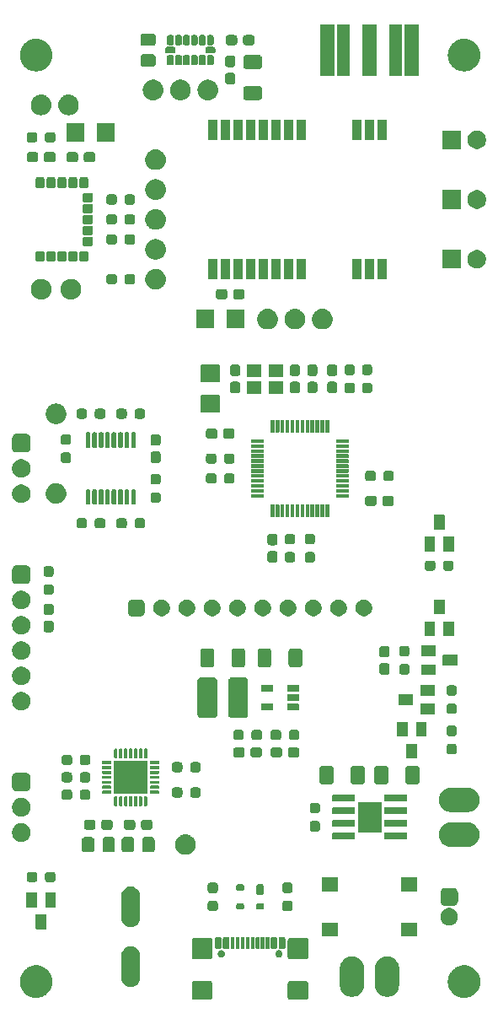
<source format=gbs>
%TF.GenerationSoftware,KiCad,Pcbnew,9.0.4*%
%TF.CreationDate,2026-01-17T12:19:53+01:00*%
%TF.ProjectId,Spoke,53706f6b-652e-46b6-9963-61645f706362,2.1*%
%TF.SameCoordinates,PX5f5e100PY5f5e100*%
%TF.FileFunction,Soldermask,Bot*%
%TF.FilePolarity,Negative*%
%FSLAX46Y46*%
G04 Gerber Fmt 4.6, Leading zero omitted, Abs format (unit mm)*
G04 Created by KiCad (PCBNEW 9.0.4) date 2026-01-17 12:19:53*
%MOMM*%
%LPD*%
G01*
G04 APERTURE LIST*
G04 APERTURE END LIST*
G36*
X-3916575Y-46453594D02*
G01*
X-3845851Y-46500851D01*
X-3798594Y-46571575D01*
X-3782000Y-46655000D01*
X-3782000Y-48095000D01*
X-3798594Y-48178425D01*
X-3845851Y-48249149D01*
X-3916575Y-48296406D01*
X-4000000Y-48313000D01*
X-5640000Y-48313000D01*
X-5723425Y-48296406D01*
X-5794149Y-48249149D01*
X-5841406Y-48178425D01*
X-5858000Y-48095000D01*
X-5858000Y-46655000D01*
X-5841406Y-46571575D01*
X-5794149Y-46500851D01*
X-5723425Y-46453594D01*
X-5640000Y-46437000D01*
X-4000000Y-46437000D01*
X-3916575Y-46453594D01*
G37*
G36*
X5723425Y-46453594D02*
G01*
X5794149Y-46500851D01*
X5841406Y-46571575D01*
X5858000Y-46655000D01*
X5858000Y-48095000D01*
X5841406Y-48178425D01*
X5794149Y-48249149D01*
X5723425Y-48296406D01*
X5640000Y-48313000D01*
X4000000Y-48313000D01*
X3916575Y-48296406D01*
X3845851Y-48249149D01*
X3798594Y-48178425D01*
X3782000Y-48095000D01*
X3782000Y-46655000D01*
X3798594Y-46571575D01*
X3845851Y-46500851D01*
X3916575Y-46453594D01*
X4000000Y-46437000D01*
X5640000Y-46437000D01*
X5723425Y-46453594D01*
G37*
G36*
X-21381975Y-44867049D02*
G01*
X-21371484Y-44867049D01*
X-21319824Y-44875231D01*
X-21180464Y-44893578D01*
X-21146460Y-44902689D01*
X-21117616Y-44907258D01*
X-21062143Y-44925282D01*
X-20973520Y-44949029D01*
X-20916978Y-44972449D01*
X-20873165Y-44986685D01*
X-20832123Y-45007597D01*
X-20775574Y-45031020D01*
X-20696108Y-45076900D01*
X-20644147Y-45103375D01*
X-20620526Y-45120537D01*
X-20590038Y-45138139D01*
X-20478513Y-45223715D01*
X-20436204Y-45254455D01*
X-20428788Y-45261871D01*
X-20420067Y-45268563D01*
X-20268564Y-45420066D01*
X-20261873Y-45428786D01*
X-20254455Y-45436204D01*
X-20223712Y-45478518D01*
X-20138140Y-45590037D01*
X-20120540Y-45620522D01*
X-20103375Y-45644147D01*
X-20076897Y-45696113D01*
X-20031021Y-45775573D01*
X-20007601Y-45832116D01*
X-19986685Y-45873165D01*
X-19972448Y-45916983D01*
X-19949030Y-45973519D01*
X-19925287Y-46062129D01*
X-19907258Y-46117616D01*
X-19902689Y-46146465D01*
X-19893579Y-46180463D01*
X-19875233Y-46319815D01*
X-19867049Y-46371484D01*
X-19867049Y-46381974D01*
X-19865614Y-46392874D01*
X-19865614Y-46607125D01*
X-19867049Y-46618024D01*
X-19867049Y-46628516D01*
X-19875234Y-46680188D01*
X-19893579Y-46819536D01*
X-19902689Y-46853531D01*
X-19907258Y-46882384D01*
X-19925289Y-46937875D01*
X-19949030Y-47026480D01*
X-19972446Y-47083011D01*
X-19986685Y-47126835D01*
X-20007603Y-47167887D01*
X-20031021Y-47224426D01*
X-20076893Y-47303878D01*
X-20103375Y-47355853D01*
X-20120542Y-47379481D01*
X-20138140Y-47409962D01*
X-20223699Y-47521462D01*
X-20254455Y-47563796D01*
X-20261876Y-47571216D01*
X-20268564Y-47579933D01*
X-20420067Y-47731436D01*
X-20428784Y-47738124D01*
X-20436204Y-47745545D01*
X-20478538Y-47776301D01*
X-20590038Y-47861860D01*
X-20620519Y-47879458D01*
X-20644147Y-47896625D01*
X-20696122Y-47923107D01*
X-20775574Y-47968979D01*
X-20832113Y-47992397D01*
X-20873165Y-48013315D01*
X-20916989Y-48027554D01*
X-20973520Y-48050970D01*
X-21062125Y-48074711D01*
X-21117616Y-48092742D01*
X-21146469Y-48097311D01*
X-21180464Y-48106421D01*
X-21319812Y-48124766D01*
X-21371484Y-48132951D01*
X-21381975Y-48132951D01*
X-21392875Y-48134386D01*
X-21607125Y-48134386D01*
X-21618025Y-48132951D01*
X-21628516Y-48132951D01*
X-21680188Y-48124767D01*
X-21819537Y-48106421D01*
X-21853535Y-48097311D01*
X-21882384Y-48092742D01*
X-21937871Y-48074713D01*
X-22026481Y-48050970D01*
X-22083017Y-48027552D01*
X-22126835Y-48013315D01*
X-22167884Y-47992399D01*
X-22224427Y-47968979D01*
X-22303887Y-47923103D01*
X-22355853Y-47896625D01*
X-22379478Y-47879460D01*
X-22409963Y-47861860D01*
X-22521482Y-47776288D01*
X-22563796Y-47745545D01*
X-22571214Y-47738127D01*
X-22579934Y-47731436D01*
X-22731437Y-47579933D01*
X-22738129Y-47571212D01*
X-22745545Y-47563796D01*
X-22776285Y-47521487D01*
X-22861861Y-47409962D01*
X-22879463Y-47379474D01*
X-22896625Y-47355853D01*
X-22923100Y-47303892D01*
X-22968980Y-47224426D01*
X-22992403Y-47167877D01*
X-23013315Y-47126835D01*
X-23027551Y-47083022D01*
X-23050971Y-47026480D01*
X-23074718Y-46937857D01*
X-23092742Y-46882384D01*
X-23097311Y-46853540D01*
X-23106422Y-46819536D01*
X-23124769Y-46680176D01*
X-23132951Y-46628516D01*
X-23132951Y-46618025D01*
X-23134386Y-46607125D01*
X-23134386Y-46392874D01*
X-23132951Y-46381973D01*
X-23132951Y-46371484D01*
X-23124770Y-46319828D01*
X-23106422Y-46180463D01*
X-23097310Y-46146456D01*
X-23092742Y-46117616D01*
X-23074720Y-46062147D01*
X-23050971Y-45973519D01*
X-23027549Y-45916972D01*
X-23013315Y-45873165D01*
X-22992406Y-45832126D01*
X-22968980Y-45775573D01*
X-22923096Y-45696098D01*
X-22896625Y-45644147D01*
X-22879466Y-45620529D01*
X-22861861Y-45590037D01*
X-22776271Y-45478493D01*
X-22745545Y-45436204D01*
X-22738132Y-45428790D01*
X-22731437Y-45420066D01*
X-22579934Y-45268563D01*
X-22571210Y-45261868D01*
X-22563796Y-45254455D01*
X-22521507Y-45223729D01*
X-22409963Y-45138139D01*
X-22379471Y-45120534D01*
X-22355853Y-45103375D01*
X-22303902Y-45076904D01*
X-22224427Y-45031020D01*
X-22167874Y-45007594D01*
X-22126835Y-44986685D01*
X-22083028Y-44972451D01*
X-22026481Y-44949029D01*
X-21937853Y-44925280D01*
X-21882384Y-44907258D01*
X-21853544Y-44902690D01*
X-21819537Y-44893578D01*
X-21680175Y-44875230D01*
X-21628516Y-44867049D01*
X-21618025Y-44867049D01*
X-21607125Y-44865614D01*
X-21392875Y-44865614D01*
X-21381975Y-44867049D01*
G37*
G36*
X21618025Y-44867049D02*
G01*
X21628516Y-44867049D01*
X21680176Y-44875231D01*
X21819536Y-44893578D01*
X21853540Y-44902689D01*
X21882384Y-44907258D01*
X21937857Y-44925282D01*
X22026480Y-44949029D01*
X22083022Y-44972449D01*
X22126835Y-44986685D01*
X22167877Y-45007597D01*
X22224426Y-45031020D01*
X22303892Y-45076900D01*
X22355853Y-45103375D01*
X22379474Y-45120537D01*
X22409962Y-45138139D01*
X22521487Y-45223715D01*
X22563796Y-45254455D01*
X22571212Y-45261871D01*
X22579933Y-45268563D01*
X22731436Y-45420066D01*
X22738127Y-45428786D01*
X22745545Y-45436204D01*
X22776288Y-45478518D01*
X22861860Y-45590037D01*
X22879460Y-45620522D01*
X22896625Y-45644147D01*
X22923103Y-45696113D01*
X22968979Y-45775573D01*
X22992399Y-45832116D01*
X23013315Y-45873165D01*
X23027552Y-45916983D01*
X23050970Y-45973519D01*
X23074713Y-46062129D01*
X23092742Y-46117616D01*
X23097311Y-46146465D01*
X23106421Y-46180463D01*
X23124767Y-46319815D01*
X23132951Y-46371484D01*
X23132951Y-46381974D01*
X23134386Y-46392874D01*
X23134386Y-46607125D01*
X23132951Y-46618024D01*
X23132951Y-46628516D01*
X23124766Y-46680188D01*
X23106421Y-46819536D01*
X23097311Y-46853531D01*
X23092742Y-46882384D01*
X23074711Y-46937875D01*
X23050970Y-47026480D01*
X23027554Y-47083011D01*
X23013315Y-47126835D01*
X22992397Y-47167887D01*
X22968979Y-47224426D01*
X22923107Y-47303878D01*
X22896625Y-47355853D01*
X22879458Y-47379481D01*
X22861860Y-47409962D01*
X22776301Y-47521462D01*
X22745545Y-47563796D01*
X22738124Y-47571216D01*
X22731436Y-47579933D01*
X22579933Y-47731436D01*
X22571216Y-47738124D01*
X22563796Y-47745545D01*
X22521462Y-47776301D01*
X22409962Y-47861860D01*
X22379481Y-47879458D01*
X22355853Y-47896625D01*
X22303878Y-47923107D01*
X22224426Y-47968979D01*
X22167887Y-47992397D01*
X22126835Y-48013315D01*
X22083011Y-48027554D01*
X22026480Y-48050970D01*
X21937875Y-48074711D01*
X21882384Y-48092742D01*
X21853531Y-48097311D01*
X21819536Y-48106421D01*
X21680188Y-48124766D01*
X21628516Y-48132951D01*
X21618025Y-48132951D01*
X21607125Y-48134386D01*
X21392875Y-48134386D01*
X21381975Y-48132951D01*
X21371484Y-48132951D01*
X21319812Y-48124767D01*
X21180463Y-48106421D01*
X21146465Y-48097311D01*
X21117616Y-48092742D01*
X21062129Y-48074713D01*
X20973519Y-48050970D01*
X20916983Y-48027552D01*
X20873165Y-48013315D01*
X20832116Y-47992399D01*
X20775573Y-47968979D01*
X20696113Y-47923103D01*
X20644147Y-47896625D01*
X20620522Y-47879460D01*
X20590037Y-47861860D01*
X20478518Y-47776288D01*
X20436204Y-47745545D01*
X20428786Y-47738127D01*
X20420066Y-47731436D01*
X20268563Y-47579933D01*
X20261871Y-47571212D01*
X20254455Y-47563796D01*
X20223715Y-47521487D01*
X20138139Y-47409962D01*
X20120537Y-47379474D01*
X20103375Y-47355853D01*
X20076900Y-47303892D01*
X20031020Y-47224426D01*
X20007597Y-47167877D01*
X19986685Y-47126835D01*
X19972449Y-47083022D01*
X19949029Y-47026480D01*
X19925282Y-46937857D01*
X19907258Y-46882384D01*
X19902689Y-46853540D01*
X19893578Y-46819536D01*
X19875231Y-46680176D01*
X19867049Y-46628516D01*
X19867049Y-46618025D01*
X19865614Y-46607125D01*
X19865614Y-46392874D01*
X19867049Y-46381973D01*
X19867049Y-46371484D01*
X19875230Y-46319828D01*
X19893578Y-46180463D01*
X19902690Y-46146456D01*
X19907258Y-46117616D01*
X19925280Y-46062147D01*
X19949029Y-45973519D01*
X19972451Y-45916972D01*
X19986685Y-45873165D01*
X20007594Y-45832126D01*
X20031020Y-45775573D01*
X20076904Y-45696098D01*
X20103375Y-45644147D01*
X20120534Y-45620529D01*
X20138139Y-45590037D01*
X20223729Y-45478493D01*
X20254455Y-45436204D01*
X20261868Y-45428790D01*
X20268563Y-45420066D01*
X20420066Y-45268563D01*
X20428790Y-45261868D01*
X20436204Y-45254455D01*
X20478493Y-45223729D01*
X20590037Y-45138139D01*
X20620529Y-45120534D01*
X20644147Y-45103375D01*
X20696098Y-45076904D01*
X20775573Y-45031020D01*
X20832126Y-45007594D01*
X20873165Y-44986685D01*
X20916972Y-44972451D01*
X20973519Y-44949029D01*
X21062147Y-44925280D01*
X21117616Y-44907258D01*
X21146456Y-44902690D01*
X21180463Y-44893578D01*
X21319825Y-44875230D01*
X21371484Y-44867049D01*
X21381975Y-44867049D01*
X21392875Y-44865614D01*
X21607125Y-44865614D01*
X21618025Y-44867049D01*
G37*
G36*
X10539005Y-43996206D02*
G01*
X10723762Y-44056237D01*
X10896853Y-44144431D01*
X11054017Y-44258617D01*
X11191383Y-44395983D01*
X11305569Y-44553147D01*
X11393763Y-44726238D01*
X11453794Y-44910995D01*
X11484184Y-45102868D01*
X11488000Y-45200000D01*
X11488000Y-46800000D01*
X11484184Y-46897132D01*
X11453794Y-47089005D01*
X11393763Y-47273762D01*
X11305569Y-47446853D01*
X11191383Y-47604017D01*
X11054017Y-47741383D01*
X10896853Y-47855569D01*
X10723762Y-47943763D01*
X10539005Y-48003794D01*
X10347132Y-48034184D01*
X10152868Y-48034184D01*
X9960995Y-48003794D01*
X9776238Y-47943763D01*
X9603147Y-47855569D01*
X9445983Y-47741383D01*
X9308617Y-47604017D01*
X9194431Y-47446853D01*
X9106237Y-47273762D01*
X9046206Y-47089005D01*
X9015816Y-46897132D01*
X9012000Y-46800000D01*
X9012000Y-45200000D01*
X9015816Y-45102868D01*
X9046206Y-44910995D01*
X9106237Y-44726238D01*
X9194431Y-44553147D01*
X9308617Y-44395983D01*
X9445983Y-44258617D01*
X9603147Y-44144431D01*
X9776238Y-44056237D01*
X9960995Y-43996206D01*
X10152868Y-43965816D01*
X10347132Y-43965816D01*
X10539005Y-43996206D01*
G37*
G36*
X14039005Y-43996206D02*
G01*
X14223762Y-44056237D01*
X14396853Y-44144431D01*
X14554017Y-44258617D01*
X14691383Y-44395983D01*
X14805569Y-44553147D01*
X14893763Y-44726238D01*
X14953794Y-44910995D01*
X14984184Y-45102868D01*
X14988000Y-45200000D01*
X14988000Y-46800000D01*
X14984184Y-46897132D01*
X14953794Y-47089005D01*
X14893763Y-47273762D01*
X14805569Y-47446853D01*
X14691383Y-47604017D01*
X14554017Y-47741383D01*
X14396853Y-47855569D01*
X14223762Y-47943763D01*
X14039005Y-48003794D01*
X13847132Y-48034184D01*
X13652868Y-48034184D01*
X13460995Y-48003794D01*
X13276238Y-47943763D01*
X13103147Y-47855569D01*
X12945983Y-47741383D01*
X12808617Y-47604017D01*
X12694431Y-47446853D01*
X12606237Y-47273762D01*
X12546206Y-47089005D01*
X12515816Y-46897132D01*
X12512000Y-46800000D01*
X12512000Y-45200000D01*
X12515816Y-45102868D01*
X12546206Y-44910995D01*
X12606237Y-44726238D01*
X12694431Y-44553147D01*
X12808617Y-44395983D01*
X12945983Y-44258617D01*
X13103147Y-44144431D01*
X13276238Y-44056237D01*
X13460995Y-43996206D01*
X13652868Y-43965816D01*
X13847132Y-43965816D01*
X14039005Y-43996206D01*
G37*
G36*
X-11727713Y-43002390D02*
G01*
X-11557830Y-43072758D01*
X-11404939Y-43174916D01*
X-11274916Y-43304939D01*
X-11172758Y-43457830D01*
X-11102390Y-43627713D01*
X-11066517Y-43808060D01*
X-11062000Y-43900000D01*
X-11062000Y-46100000D01*
X-11066517Y-46191940D01*
X-11102390Y-46372287D01*
X-11172758Y-46542170D01*
X-11274916Y-46695061D01*
X-11404939Y-46825084D01*
X-11557830Y-46927242D01*
X-11727713Y-46997610D01*
X-11908060Y-47033483D01*
X-12091940Y-47033483D01*
X-12272287Y-46997610D01*
X-12442170Y-46927242D01*
X-12595061Y-46825084D01*
X-12725084Y-46695061D01*
X-12827242Y-46542170D01*
X-12897610Y-46372287D01*
X-12933483Y-46191940D01*
X-12938000Y-46100000D01*
X-12938000Y-43900000D01*
X-12933483Y-43808060D01*
X-12897610Y-43627713D01*
X-12827242Y-43457830D01*
X-12725084Y-43304939D01*
X-12595061Y-43174916D01*
X-12442170Y-43072758D01*
X-12272287Y-43002390D01*
X-12091940Y-42966517D01*
X-11908060Y-42966517D01*
X-11727713Y-43002390D01*
G37*
G36*
X-4015953Y-42107805D02*
G01*
X-3967339Y-42113445D01*
X-3950729Y-42120779D01*
X-3928921Y-42125117D01*
X-3905575Y-42140716D01*
X-3885988Y-42149365D01*
X-3872610Y-42162743D01*
X-3851709Y-42176709D01*
X-3837744Y-42197609D01*
X-3824366Y-42210987D01*
X-3815719Y-42230572D01*
X-3800117Y-42253921D01*
X-3795779Y-42275731D01*
X-3788446Y-42292338D01*
X-3782808Y-42340942D01*
X-3782000Y-42345000D01*
X-3782000Y-44045000D01*
X-3782808Y-44049059D01*
X-3788446Y-44097661D01*
X-3795779Y-44114266D01*
X-3800117Y-44136079D01*
X-3815720Y-44159429D01*
X-3824366Y-44179012D01*
X-3837742Y-44192387D01*
X-3851709Y-44213291D01*
X-3872613Y-44227258D01*
X-3885988Y-44240634D01*
X-3905571Y-44249280D01*
X-3928921Y-44264883D01*
X-3950734Y-44269221D01*
X-3967339Y-44276554D01*
X-4015941Y-44282192D01*
X-4020000Y-44283000D01*
X-5620000Y-44283000D01*
X-5624058Y-44282192D01*
X-5672662Y-44276554D01*
X-5689269Y-44269221D01*
X-5711079Y-44264883D01*
X-5734428Y-44249281D01*
X-5754013Y-44240634D01*
X-5767391Y-44227256D01*
X-5788291Y-44213291D01*
X-5802257Y-44192390D01*
X-5815635Y-44179012D01*
X-5824284Y-44159425D01*
X-5839883Y-44136079D01*
X-5844221Y-44114271D01*
X-5851555Y-44097661D01*
X-5857195Y-44049047D01*
X-5858000Y-44045000D01*
X-5858000Y-42345000D01*
X-5857196Y-42340954D01*
X-5851555Y-42292338D01*
X-5844221Y-42275727D01*
X-5839883Y-42253921D01*
X-5824285Y-42230576D01*
X-5815635Y-42210987D01*
X-5802255Y-42197606D01*
X-5788291Y-42176709D01*
X-5767394Y-42162745D01*
X-5754013Y-42149365D01*
X-5734424Y-42140715D01*
X-5711079Y-42125117D01*
X-5689273Y-42120779D01*
X-5672662Y-42113445D01*
X-5624046Y-42107804D01*
X-5620000Y-42107000D01*
X-4020000Y-42107000D01*
X-4015953Y-42107805D01*
G37*
G36*
X5624047Y-42107805D02*
G01*
X5672661Y-42113445D01*
X5689271Y-42120779D01*
X5711079Y-42125117D01*
X5734425Y-42140716D01*
X5754012Y-42149365D01*
X5767390Y-42162743D01*
X5788291Y-42176709D01*
X5802256Y-42197609D01*
X5815634Y-42210987D01*
X5824281Y-42230572D01*
X5839883Y-42253921D01*
X5844221Y-42275731D01*
X5851554Y-42292338D01*
X5857192Y-42340942D01*
X5858000Y-42345000D01*
X5858000Y-44045000D01*
X5857192Y-44049059D01*
X5851554Y-44097661D01*
X5844221Y-44114266D01*
X5839883Y-44136079D01*
X5824280Y-44159429D01*
X5815634Y-44179012D01*
X5802258Y-44192387D01*
X5788291Y-44213291D01*
X5767387Y-44227258D01*
X5754012Y-44240634D01*
X5734429Y-44249280D01*
X5711079Y-44264883D01*
X5689266Y-44269221D01*
X5672661Y-44276554D01*
X5624059Y-44282192D01*
X5620000Y-44283000D01*
X4020000Y-44283000D01*
X4015942Y-44282192D01*
X3967338Y-44276554D01*
X3950731Y-44269221D01*
X3928921Y-44264883D01*
X3905572Y-44249281D01*
X3885987Y-44240634D01*
X3872609Y-44227256D01*
X3851709Y-44213291D01*
X3837743Y-44192390D01*
X3824365Y-44179012D01*
X3815716Y-44159425D01*
X3800117Y-44136079D01*
X3795779Y-44114271D01*
X3788445Y-44097661D01*
X3782805Y-44049047D01*
X3782000Y-44045000D01*
X3782000Y-42345000D01*
X3782804Y-42340954D01*
X3788445Y-42292338D01*
X3795779Y-42275727D01*
X3800117Y-42253921D01*
X3815715Y-42230576D01*
X3824365Y-42210987D01*
X3837745Y-42197606D01*
X3851709Y-42176709D01*
X3872606Y-42162745D01*
X3885987Y-42149365D01*
X3905576Y-42140715D01*
X3928921Y-42125117D01*
X3950727Y-42120779D01*
X3967338Y-42113445D01*
X4015954Y-42107804D01*
X4020000Y-42107000D01*
X5620000Y-42107000D01*
X5624047Y-42107805D01*
G37*
G36*
X-2751086Y-43359632D02*
G01*
X-2669020Y-43407013D01*
X-2602013Y-43474020D01*
X-2554632Y-43556086D01*
X-2530106Y-43647619D01*
X-2530106Y-43742381D01*
X-2554632Y-43833914D01*
X-2602013Y-43915980D01*
X-2669020Y-43982987D01*
X-2751086Y-44030368D01*
X-2842619Y-44054894D01*
X-2937381Y-44054894D01*
X-3028914Y-44030368D01*
X-3110980Y-43982987D01*
X-3177987Y-43915980D01*
X-3225368Y-43833914D01*
X-3249894Y-43742381D01*
X-3249894Y-43647619D01*
X-3225368Y-43556086D01*
X-3177987Y-43474020D01*
X-3110980Y-43407013D01*
X-3028914Y-43359632D01*
X-2937381Y-43335106D01*
X-2842619Y-43335106D01*
X-2751086Y-43359632D01*
G37*
G36*
X3028914Y-43359632D02*
G01*
X3110980Y-43407013D01*
X3177987Y-43474020D01*
X3225368Y-43556086D01*
X3249894Y-43647619D01*
X3249894Y-43742381D01*
X3225368Y-43833914D01*
X3177987Y-43915980D01*
X3110980Y-43982987D01*
X3028914Y-44030368D01*
X2937381Y-44054894D01*
X2842619Y-44054894D01*
X2751086Y-44030368D01*
X2669020Y-43982987D01*
X2602013Y-43915980D01*
X2554632Y-43833914D01*
X2530106Y-43742381D01*
X2530106Y-43647619D01*
X2554632Y-43556086D01*
X2602013Y-43474020D01*
X2669020Y-43407013D01*
X2751086Y-43359632D01*
X2842619Y-43335106D01*
X2937381Y-43335106D01*
X3028914Y-43359632D01*
G37*
G36*
X-2978056Y-42021311D02*
G01*
X-2917064Y-42062064D01*
X-2876311Y-42123056D01*
X-2862000Y-42195000D01*
X-2862000Y-43045000D01*
X-2876311Y-43116944D01*
X-2917064Y-43177936D01*
X-2978056Y-43218689D01*
X-3050000Y-43233000D01*
X-3350000Y-43233000D01*
X-3421944Y-43218689D01*
X-3482936Y-43177936D01*
X-3523689Y-43116944D01*
X-3538000Y-43045000D01*
X-3538000Y-42195000D01*
X-3523689Y-42123056D01*
X-3482936Y-42062064D01*
X-3421944Y-42021311D01*
X-3350000Y-42007000D01*
X-3050000Y-42007000D01*
X-2978056Y-42021311D01*
G37*
G36*
X-2178056Y-42021311D02*
G01*
X-2117064Y-42062064D01*
X-2076311Y-42123056D01*
X-2062000Y-42195000D01*
X-2062000Y-43045000D01*
X-2076311Y-43116944D01*
X-2117064Y-43177936D01*
X-2178056Y-43218689D01*
X-2250000Y-43233000D01*
X-2550000Y-43233000D01*
X-2621944Y-43218689D01*
X-2682936Y-43177936D01*
X-2723689Y-43116944D01*
X-2738000Y-43045000D01*
X-2738000Y-42195000D01*
X-2723689Y-42123056D01*
X-2682936Y-42062064D01*
X-2621944Y-42021311D01*
X-2550000Y-42007000D01*
X-2250000Y-42007000D01*
X-2178056Y-42021311D01*
G37*
G36*
X-1631757Y-42015602D02*
G01*
X-1595097Y-42040097D01*
X-1570602Y-42076757D01*
X-1562000Y-42120000D01*
X-1562000Y-43120000D01*
X-1570602Y-43163243D01*
X-1595097Y-43199903D01*
X-1631757Y-43224398D01*
X-1675000Y-43233000D01*
X-1825000Y-43233000D01*
X-1868243Y-43224398D01*
X-1904903Y-43199903D01*
X-1929398Y-43163243D01*
X-1938000Y-43120000D01*
X-1938000Y-42120000D01*
X-1929398Y-42076757D01*
X-1904903Y-42040097D01*
X-1868243Y-42015602D01*
X-1825000Y-42007000D01*
X-1675000Y-42007000D01*
X-1631757Y-42015602D01*
G37*
G36*
X-1131757Y-42015602D02*
G01*
X-1095097Y-42040097D01*
X-1070602Y-42076757D01*
X-1062000Y-42120000D01*
X-1062000Y-43120000D01*
X-1070602Y-43163243D01*
X-1095097Y-43199903D01*
X-1131757Y-43224398D01*
X-1175000Y-43233000D01*
X-1325000Y-43233000D01*
X-1368243Y-43224398D01*
X-1404903Y-43199903D01*
X-1429398Y-43163243D01*
X-1438000Y-43120000D01*
X-1438000Y-42120000D01*
X-1429398Y-42076757D01*
X-1404903Y-42040097D01*
X-1368243Y-42015602D01*
X-1325000Y-42007000D01*
X-1175000Y-42007000D01*
X-1131757Y-42015602D01*
G37*
G36*
X-631757Y-42015602D02*
G01*
X-595097Y-42040097D01*
X-570602Y-42076757D01*
X-562000Y-42120000D01*
X-562000Y-43120000D01*
X-570602Y-43163243D01*
X-595097Y-43199903D01*
X-631757Y-43224398D01*
X-675000Y-43233000D01*
X-825000Y-43233000D01*
X-868243Y-43224398D01*
X-904903Y-43199903D01*
X-929398Y-43163243D01*
X-938000Y-43120000D01*
X-938000Y-42120000D01*
X-929398Y-42076757D01*
X-904903Y-42040097D01*
X-868243Y-42015602D01*
X-825000Y-42007000D01*
X-675000Y-42007000D01*
X-631757Y-42015602D01*
G37*
G36*
X-131757Y-42015602D02*
G01*
X-95097Y-42040097D01*
X-70602Y-42076757D01*
X-62000Y-42120000D01*
X-62000Y-43120000D01*
X-70602Y-43163243D01*
X-95097Y-43199903D01*
X-131757Y-43224398D01*
X-175000Y-43233000D01*
X-325000Y-43233000D01*
X-368243Y-43224398D01*
X-404903Y-43199903D01*
X-429398Y-43163243D01*
X-438000Y-43120000D01*
X-438000Y-42120000D01*
X-429398Y-42076757D01*
X-404903Y-42040097D01*
X-368243Y-42015602D01*
X-325000Y-42007000D01*
X-175000Y-42007000D01*
X-131757Y-42015602D01*
G37*
G36*
X368243Y-42015602D02*
G01*
X404903Y-42040097D01*
X429398Y-42076757D01*
X438000Y-42120000D01*
X438000Y-43120000D01*
X429398Y-43163243D01*
X404903Y-43199903D01*
X368243Y-43224398D01*
X325000Y-43233000D01*
X175000Y-43233000D01*
X131757Y-43224398D01*
X95097Y-43199903D01*
X70602Y-43163243D01*
X62000Y-43120000D01*
X62000Y-42120000D01*
X70602Y-42076757D01*
X95097Y-42040097D01*
X131757Y-42015602D01*
X175000Y-42007000D01*
X325000Y-42007000D01*
X368243Y-42015602D01*
G37*
G36*
X868243Y-42015602D02*
G01*
X904903Y-42040097D01*
X929398Y-42076757D01*
X938000Y-42120000D01*
X938000Y-43120000D01*
X929398Y-43163243D01*
X904903Y-43199903D01*
X868243Y-43224398D01*
X825000Y-43233000D01*
X675000Y-43233000D01*
X631757Y-43224398D01*
X595097Y-43199903D01*
X570602Y-43163243D01*
X562000Y-43120000D01*
X562000Y-42120000D01*
X570602Y-42076757D01*
X595097Y-42040097D01*
X631757Y-42015602D01*
X675000Y-42007000D01*
X825000Y-42007000D01*
X868243Y-42015602D01*
G37*
G36*
X1368243Y-42015602D02*
G01*
X1404903Y-42040097D01*
X1429398Y-42076757D01*
X1438000Y-42120000D01*
X1438000Y-43120000D01*
X1429398Y-43163243D01*
X1404903Y-43199903D01*
X1368243Y-43224398D01*
X1325000Y-43233000D01*
X1175000Y-43233000D01*
X1131757Y-43224398D01*
X1095097Y-43199903D01*
X1070602Y-43163243D01*
X1062000Y-43120000D01*
X1062000Y-42120000D01*
X1070602Y-42076757D01*
X1095097Y-42040097D01*
X1131757Y-42015602D01*
X1175000Y-42007000D01*
X1325000Y-42007000D01*
X1368243Y-42015602D01*
G37*
G36*
X1868243Y-42015602D02*
G01*
X1904903Y-42040097D01*
X1929398Y-42076757D01*
X1938000Y-42120000D01*
X1938000Y-43120000D01*
X1929398Y-43163243D01*
X1904903Y-43199903D01*
X1868243Y-43224398D01*
X1825000Y-43233000D01*
X1675000Y-43233000D01*
X1631757Y-43224398D01*
X1595097Y-43199903D01*
X1570602Y-43163243D01*
X1562000Y-43120000D01*
X1562000Y-42120000D01*
X1570602Y-42076757D01*
X1595097Y-42040097D01*
X1631757Y-42015602D01*
X1675000Y-42007000D01*
X1825000Y-42007000D01*
X1868243Y-42015602D01*
G37*
G36*
X2621944Y-42021311D02*
G01*
X2682936Y-42062064D01*
X2723689Y-42123056D01*
X2738000Y-42195000D01*
X2738000Y-43045000D01*
X2723689Y-43116944D01*
X2682936Y-43177936D01*
X2621944Y-43218689D01*
X2550000Y-43233000D01*
X2250000Y-43233000D01*
X2178056Y-43218689D01*
X2117064Y-43177936D01*
X2076311Y-43116944D01*
X2062000Y-43045000D01*
X2062000Y-42195000D01*
X2076311Y-42123056D01*
X2117064Y-42062064D01*
X2178056Y-42021311D01*
X2250000Y-42007000D01*
X2550000Y-42007000D01*
X2621944Y-42021311D01*
G37*
G36*
X3421944Y-42021311D02*
G01*
X3482936Y-42062064D01*
X3523689Y-42123056D01*
X3538000Y-42195000D01*
X3538000Y-43045000D01*
X3523689Y-43116944D01*
X3482936Y-43177936D01*
X3421944Y-43218689D01*
X3350000Y-43233000D01*
X3050000Y-43233000D01*
X2978056Y-43218689D01*
X2917064Y-43177936D01*
X2876311Y-43116944D01*
X2862000Y-43045000D01*
X2862000Y-42195000D01*
X2876311Y-42123056D01*
X2917064Y-42062064D01*
X2978056Y-42021311D01*
X3050000Y-42007000D01*
X3350000Y-42007000D01*
X3421944Y-42021311D01*
G37*
G36*
X8809542Y-40564893D02*
G01*
X8821870Y-40573130D01*
X8830107Y-40585458D01*
X8833000Y-40600000D01*
X8833000Y-41900000D01*
X8830107Y-41914542D01*
X8821870Y-41926870D01*
X8809542Y-41935107D01*
X8795000Y-41938000D01*
X7245000Y-41938000D01*
X7230458Y-41935107D01*
X7218130Y-41926870D01*
X7209893Y-41914542D01*
X7207000Y-41900000D01*
X7207000Y-40600000D01*
X7209893Y-40585458D01*
X7218130Y-40573130D01*
X7230458Y-40564893D01*
X7245000Y-40562000D01*
X8795000Y-40562000D01*
X8809542Y-40564893D01*
G37*
G36*
X16769542Y-40564893D02*
G01*
X16781870Y-40573130D01*
X16790107Y-40585458D01*
X16793000Y-40600000D01*
X16793000Y-41900000D01*
X16790107Y-41914542D01*
X16781870Y-41926870D01*
X16769542Y-41935107D01*
X16755000Y-41938000D01*
X15205000Y-41938000D01*
X15190458Y-41935107D01*
X15178130Y-41926870D01*
X15169893Y-41914542D01*
X15167000Y-41900000D01*
X15167000Y-40600000D01*
X15169893Y-40585458D01*
X15178130Y-40573130D01*
X15190458Y-40564893D01*
X15205000Y-40562000D01*
X16755000Y-40562000D01*
X16769542Y-40564893D01*
G37*
G36*
X-20485458Y-39764893D02*
G01*
X-20473130Y-39773130D01*
X-20464893Y-39785458D01*
X-20462000Y-39800000D01*
X-20462000Y-41200000D01*
X-20464893Y-41214542D01*
X-20473130Y-41226870D01*
X-20485458Y-41235107D01*
X-20500000Y-41238000D01*
X-21500000Y-41238000D01*
X-21514542Y-41235107D01*
X-21526870Y-41226870D01*
X-21535107Y-41214542D01*
X-21538000Y-41200000D01*
X-21538000Y-39800000D01*
X-21535107Y-39785458D01*
X-21526870Y-39773130D01*
X-21514542Y-39764893D01*
X-21500000Y-39762000D01*
X-20500000Y-39762000D01*
X-20485458Y-39764893D01*
G37*
G36*
X-11727713Y-37002390D02*
G01*
X-11557830Y-37072758D01*
X-11404939Y-37174916D01*
X-11274916Y-37304939D01*
X-11172758Y-37457830D01*
X-11102390Y-37627713D01*
X-11066517Y-37808060D01*
X-11062000Y-37900000D01*
X-11062000Y-40100000D01*
X-11066517Y-40191940D01*
X-11102390Y-40372287D01*
X-11172758Y-40542170D01*
X-11274916Y-40695061D01*
X-11404939Y-40825084D01*
X-11557830Y-40927242D01*
X-11727713Y-40997610D01*
X-11908060Y-41033483D01*
X-12091940Y-41033483D01*
X-12272287Y-40997610D01*
X-12442170Y-40927242D01*
X-12595061Y-40825084D01*
X-12725084Y-40695061D01*
X-12827242Y-40542170D01*
X-12897610Y-40372287D01*
X-12933483Y-40191940D01*
X-12938000Y-40100000D01*
X-12938000Y-37900000D01*
X-12933483Y-37808060D01*
X-12897610Y-37627713D01*
X-12827242Y-37457830D01*
X-12725084Y-37304939D01*
X-12595061Y-37174916D01*
X-12442170Y-37072758D01*
X-12272287Y-37002390D01*
X-12091940Y-36966517D01*
X-11908060Y-36966517D01*
X-11727713Y-37002390D01*
G37*
G36*
X20257773Y-39150237D02*
G01*
X20418600Y-39216854D01*
X20563341Y-39313567D01*
X20686433Y-39436659D01*
X20783146Y-39581400D01*
X20849763Y-39742227D01*
X20883724Y-39912961D01*
X20883724Y-40087039D01*
X20849763Y-40257773D01*
X20783146Y-40418600D01*
X20686433Y-40563341D01*
X20563341Y-40686433D01*
X20418600Y-40783146D01*
X20257773Y-40849763D01*
X20087039Y-40883724D01*
X19912961Y-40883724D01*
X19742227Y-40849763D01*
X19581400Y-40783146D01*
X19436659Y-40686433D01*
X19313567Y-40563341D01*
X19216854Y-40418600D01*
X19150237Y-40257773D01*
X19116276Y-40087039D01*
X19116276Y-39912961D01*
X19150237Y-39742227D01*
X19216854Y-39581400D01*
X19313567Y-39436659D01*
X19436659Y-39313567D01*
X19581400Y-39216854D01*
X19742227Y-39150237D01*
X19912961Y-39116276D01*
X20087039Y-39116276D01*
X20257773Y-39150237D01*
G37*
G36*
X-3506091Y-38388274D02*
G01*
X-3442410Y-38396658D01*
X-3426391Y-38404128D01*
X-3407071Y-38407971D01*
X-3381481Y-38425069D01*
X-3354925Y-38437453D01*
X-3338770Y-38453608D01*
X-3317692Y-38467692D01*
X-3303609Y-38488769D01*
X-3287454Y-38504924D01*
X-3275072Y-38531478D01*
X-3257971Y-38557071D01*
X-3254128Y-38576392D01*
X-3246659Y-38592409D01*
X-3238278Y-38656077D01*
X-3237000Y-38662500D01*
X-3237000Y-39162500D01*
X-3238278Y-39168924D01*
X-3246659Y-39232590D01*
X-3254128Y-39248606D01*
X-3257971Y-39267929D01*
X-3275074Y-39293524D01*
X-3287454Y-39320075D01*
X-3303607Y-39336227D01*
X-3317692Y-39357308D01*
X-3338773Y-39371393D01*
X-3354925Y-39387546D01*
X-3381476Y-39399926D01*
X-3407071Y-39417029D01*
X-3426394Y-39420872D01*
X-3442410Y-39428341D01*
X-3506076Y-39436722D01*
X-3512500Y-39438000D01*
X-3987500Y-39438000D01*
X-3993923Y-39436722D01*
X-4057591Y-39428341D01*
X-4073608Y-39420872D01*
X-4092929Y-39417029D01*
X-4118522Y-39399928D01*
X-4145076Y-39387546D01*
X-4161231Y-39371391D01*
X-4182308Y-39357308D01*
X-4196392Y-39336230D01*
X-4212547Y-39320075D01*
X-4224931Y-39293519D01*
X-4242029Y-39267929D01*
X-4245872Y-39248609D01*
X-4253342Y-39232590D01*
X-4261726Y-39168909D01*
X-4263000Y-39162500D01*
X-4263000Y-38662500D01*
X-4261726Y-38656092D01*
X-4253342Y-38592409D01*
X-4245872Y-38576388D01*
X-4242029Y-38557071D01*
X-4224932Y-38531483D01*
X-4212547Y-38504924D01*
X-4196390Y-38488766D01*
X-4182308Y-38467692D01*
X-4161234Y-38453610D01*
X-4145076Y-38437453D01*
X-4118517Y-38425068D01*
X-4092929Y-38407971D01*
X-4073612Y-38404128D01*
X-4057591Y-38396658D01*
X-3993908Y-38388274D01*
X-3987500Y-38387000D01*
X-3512500Y-38387000D01*
X-3506091Y-38388274D01*
G37*
G36*
X3993909Y-38388274D02*
G01*
X4057590Y-38396658D01*
X4073609Y-38404128D01*
X4092929Y-38407971D01*
X4118519Y-38425069D01*
X4145075Y-38437453D01*
X4161230Y-38453608D01*
X4182308Y-38467692D01*
X4196391Y-38488769D01*
X4212546Y-38504924D01*
X4224928Y-38531478D01*
X4242029Y-38557071D01*
X4245872Y-38576392D01*
X4253341Y-38592409D01*
X4261722Y-38656077D01*
X4263000Y-38662500D01*
X4263000Y-39162500D01*
X4261722Y-39168924D01*
X4253341Y-39232590D01*
X4245872Y-39248606D01*
X4242029Y-39267929D01*
X4224926Y-39293524D01*
X4212546Y-39320075D01*
X4196393Y-39336227D01*
X4182308Y-39357308D01*
X4161227Y-39371393D01*
X4145075Y-39387546D01*
X4118524Y-39399926D01*
X4092929Y-39417029D01*
X4073606Y-39420872D01*
X4057590Y-39428341D01*
X3993924Y-39436722D01*
X3987500Y-39438000D01*
X3512500Y-39438000D01*
X3506077Y-39436722D01*
X3442409Y-39428341D01*
X3426392Y-39420872D01*
X3407071Y-39417029D01*
X3381478Y-39399928D01*
X3354924Y-39387546D01*
X3338769Y-39371391D01*
X3317692Y-39357308D01*
X3303608Y-39336230D01*
X3287453Y-39320075D01*
X3275069Y-39293519D01*
X3257971Y-39267929D01*
X3254128Y-39248609D01*
X3246658Y-39232590D01*
X3238274Y-39168909D01*
X3237000Y-39162500D01*
X3237000Y-38662500D01*
X3238274Y-38656092D01*
X3246658Y-38592409D01*
X3254128Y-38576388D01*
X3257971Y-38557071D01*
X3275068Y-38531483D01*
X3287453Y-38504924D01*
X3303610Y-38488766D01*
X3317692Y-38467692D01*
X3338766Y-38453610D01*
X3354924Y-38437453D01*
X3381483Y-38425068D01*
X3407071Y-38407971D01*
X3426388Y-38404128D01*
X3442409Y-38396658D01*
X3506092Y-38388274D01*
X3512500Y-38387000D01*
X3987500Y-38387000D01*
X3993909Y-38388274D01*
G37*
G36*
X-728056Y-38626311D02*
G01*
X-667064Y-38667064D01*
X-626311Y-38728056D01*
X-612000Y-38800000D01*
X-612000Y-39100000D01*
X-626311Y-39171944D01*
X-667064Y-39232936D01*
X-728056Y-39273689D01*
X-800000Y-39288000D01*
X-1200000Y-39288000D01*
X-1271944Y-39273689D01*
X-1332936Y-39232936D01*
X-1373689Y-39171944D01*
X-1388000Y-39100000D01*
X-1388000Y-38800000D01*
X-1373689Y-38728056D01*
X-1332936Y-38667064D01*
X-1271944Y-38626311D01*
X-1200000Y-38612000D01*
X-800000Y-38612000D01*
X-728056Y-38626311D01*
G37*
G36*
X1271944Y-38626311D02*
G01*
X1332936Y-38667064D01*
X1373689Y-38728056D01*
X1388000Y-38800000D01*
X1388000Y-39100000D01*
X1373689Y-39171944D01*
X1332936Y-39232936D01*
X1271944Y-39273689D01*
X1200000Y-39288000D01*
X800000Y-39288000D01*
X728056Y-39273689D01*
X667064Y-39232936D01*
X626311Y-39171944D01*
X612000Y-39100000D01*
X612000Y-38800000D01*
X626311Y-38728056D01*
X667064Y-38667064D01*
X728056Y-38626311D01*
X800000Y-38612000D01*
X1200000Y-38612000D01*
X1271944Y-38626311D01*
G37*
G36*
X-21435458Y-37564893D02*
G01*
X-21423130Y-37573130D01*
X-21414893Y-37585458D01*
X-21412000Y-37600000D01*
X-21412000Y-39000000D01*
X-21414893Y-39014542D01*
X-21423130Y-39026870D01*
X-21435458Y-39035107D01*
X-21450000Y-39038000D01*
X-22450000Y-39038000D01*
X-22464542Y-39035107D01*
X-22476870Y-39026870D01*
X-22485107Y-39014542D01*
X-22488000Y-39000000D01*
X-22488000Y-37600000D01*
X-22485107Y-37585458D01*
X-22476870Y-37573130D01*
X-22464542Y-37564893D01*
X-22450000Y-37562000D01*
X-21450000Y-37562000D01*
X-21435458Y-37564893D01*
G37*
G36*
X-19535458Y-37564893D02*
G01*
X-19523130Y-37573130D01*
X-19514893Y-37585458D01*
X-19512000Y-37600000D01*
X-19512000Y-39000000D01*
X-19514893Y-39014542D01*
X-19523130Y-39026870D01*
X-19535458Y-39035107D01*
X-19550000Y-39038000D01*
X-20550000Y-39038000D01*
X-20564542Y-39035107D01*
X-20576870Y-39026870D01*
X-20585107Y-39014542D01*
X-20588000Y-39000000D01*
X-20588000Y-37600000D01*
X-20585107Y-37585458D01*
X-20576870Y-37573130D01*
X-20564542Y-37564893D01*
X-20550000Y-37562000D01*
X-19550000Y-37562000D01*
X-19535458Y-37564893D01*
G37*
G36*
X20511077Y-37120072D02*
G01*
X20517143Y-37122194D01*
X20522457Y-37122766D01*
X20578302Y-37143595D01*
X20641345Y-37165655D01*
X20645328Y-37168594D01*
X20646648Y-37169087D01*
X20692317Y-37203274D01*
X20752390Y-37247610D01*
X20796742Y-37307706D01*
X20830912Y-37353351D01*
X20831403Y-37354670D01*
X20834345Y-37358655D01*
X20856414Y-37421725D01*
X20877233Y-37477542D01*
X20877803Y-37482852D01*
X20879928Y-37488923D01*
X20888000Y-37575000D01*
X20888000Y-38425000D01*
X20879928Y-38511077D01*
X20877803Y-38517147D01*
X20877233Y-38522457D01*
X20856419Y-38578258D01*
X20834345Y-38641345D01*
X20831403Y-38645330D01*
X20830912Y-38646648D01*
X20796795Y-38692222D01*
X20752390Y-38752390D01*
X20692222Y-38796795D01*
X20646648Y-38830912D01*
X20645330Y-38831403D01*
X20641345Y-38834345D01*
X20578258Y-38856419D01*
X20522457Y-38877233D01*
X20517147Y-38877803D01*
X20511077Y-38879928D01*
X20425000Y-38888000D01*
X19575000Y-38888000D01*
X19488923Y-38879928D01*
X19482852Y-38877803D01*
X19477542Y-38877233D01*
X19421725Y-38856414D01*
X19358655Y-38834345D01*
X19354670Y-38831403D01*
X19353351Y-38830912D01*
X19307706Y-38796742D01*
X19247610Y-38752390D01*
X19203274Y-38692317D01*
X19169087Y-38646648D01*
X19168594Y-38645328D01*
X19165655Y-38641345D01*
X19143595Y-38578302D01*
X19122766Y-38522457D01*
X19122194Y-38517143D01*
X19120072Y-38511077D01*
X19112000Y-38425000D01*
X19112000Y-37575000D01*
X19120072Y-37488923D01*
X19122194Y-37482856D01*
X19122766Y-37477542D01*
X19143600Y-37421681D01*
X19165655Y-37358655D01*
X19168593Y-37354672D01*
X19169087Y-37353351D01*
X19203326Y-37307611D01*
X19247610Y-37247610D01*
X19307611Y-37203326D01*
X19353351Y-37169087D01*
X19354672Y-37168593D01*
X19358655Y-37165655D01*
X19421681Y-37143600D01*
X19477542Y-37122766D01*
X19482856Y-37122194D01*
X19488923Y-37120072D01*
X19575000Y-37112000D01*
X20425000Y-37112000D01*
X20511077Y-37120072D01*
G37*
G36*
X1256512Y-36728214D02*
G01*
X1325614Y-36774386D01*
X1371786Y-36843488D01*
X1388000Y-36925000D01*
X1388000Y-37575000D01*
X1371786Y-37656512D01*
X1325614Y-37725614D01*
X1256512Y-37771786D01*
X1175000Y-37788000D01*
X825000Y-37788000D01*
X743488Y-37771786D01*
X674386Y-37725614D01*
X628214Y-37656512D01*
X612000Y-37575000D01*
X612000Y-36925000D01*
X628214Y-36843488D01*
X674386Y-36774386D01*
X743488Y-36728214D01*
X825000Y-36712000D01*
X1175000Y-36712000D01*
X1256512Y-36728214D01*
G37*
G36*
X-3506091Y-36563274D02*
G01*
X-3442410Y-36571658D01*
X-3426391Y-36579128D01*
X-3407071Y-36582971D01*
X-3381481Y-36600069D01*
X-3354925Y-36612453D01*
X-3338770Y-36628608D01*
X-3317692Y-36642692D01*
X-3303609Y-36663769D01*
X-3287454Y-36679924D01*
X-3275072Y-36706478D01*
X-3257971Y-36732071D01*
X-3254128Y-36751392D01*
X-3246659Y-36767409D01*
X-3238278Y-36831077D01*
X-3237000Y-36837500D01*
X-3237000Y-37337500D01*
X-3238278Y-37343924D01*
X-3246659Y-37407590D01*
X-3254128Y-37423606D01*
X-3257971Y-37442929D01*
X-3275074Y-37468524D01*
X-3287454Y-37495075D01*
X-3303607Y-37511227D01*
X-3317692Y-37532308D01*
X-3338773Y-37546393D01*
X-3354925Y-37562546D01*
X-3381476Y-37574926D01*
X-3407071Y-37592029D01*
X-3426394Y-37595872D01*
X-3442410Y-37603341D01*
X-3506076Y-37611722D01*
X-3512500Y-37613000D01*
X-3987500Y-37613000D01*
X-3993923Y-37611722D01*
X-4057591Y-37603341D01*
X-4073608Y-37595872D01*
X-4092929Y-37592029D01*
X-4118522Y-37574928D01*
X-4145076Y-37562546D01*
X-4161231Y-37546391D01*
X-4182308Y-37532308D01*
X-4196392Y-37511230D01*
X-4212547Y-37495075D01*
X-4224931Y-37468519D01*
X-4242029Y-37442929D01*
X-4245872Y-37423609D01*
X-4253342Y-37407590D01*
X-4261726Y-37343909D01*
X-4263000Y-37337500D01*
X-4263000Y-36837500D01*
X-4261726Y-36831092D01*
X-4253342Y-36767409D01*
X-4245872Y-36751388D01*
X-4242029Y-36732071D01*
X-4224932Y-36706483D01*
X-4212547Y-36679924D01*
X-4196390Y-36663766D01*
X-4182308Y-36642692D01*
X-4161234Y-36628610D01*
X-4145076Y-36612453D01*
X-4118517Y-36600068D01*
X-4092929Y-36582971D01*
X-4073612Y-36579128D01*
X-4057591Y-36571658D01*
X-3993908Y-36563274D01*
X-3987500Y-36562000D01*
X-3512500Y-36562000D01*
X-3506091Y-36563274D01*
G37*
G36*
X3993909Y-36563274D02*
G01*
X4057590Y-36571658D01*
X4073609Y-36579128D01*
X4092929Y-36582971D01*
X4118519Y-36600069D01*
X4145075Y-36612453D01*
X4161230Y-36628608D01*
X4182308Y-36642692D01*
X4196391Y-36663769D01*
X4212546Y-36679924D01*
X4224928Y-36706478D01*
X4242029Y-36732071D01*
X4245872Y-36751392D01*
X4253341Y-36767409D01*
X4261722Y-36831077D01*
X4263000Y-36837500D01*
X4263000Y-37337500D01*
X4261722Y-37343924D01*
X4253341Y-37407590D01*
X4245872Y-37423606D01*
X4242029Y-37442929D01*
X4224926Y-37468524D01*
X4212546Y-37495075D01*
X4196393Y-37511227D01*
X4182308Y-37532308D01*
X4161227Y-37546393D01*
X4145075Y-37562546D01*
X4118524Y-37574926D01*
X4092929Y-37592029D01*
X4073606Y-37595872D01*
X4057590Y-37603341D01*
X3993924Y-37611722D01*
X3987500Y-37613000D01*
X3512500Y-37613000D01*
X3506077Y-37611722D01*
X3442409Y-37603341D01*
X3426392Y-37595872D01*
X3407071Y-37592029D01*
X3381478Y-37574928D01*
X3354924Y-37562546D01*
X3338769Y-37546391D01*
X3317692Y-37532308D01*
X3303608Y-37511230D01*
X3287453Y-37495075D01*
X3275069Y-37468519D01*
X3257971Y-37442929D01*
X3254128Y-37423609D01*
X3246658Y-37407590D01*
X3238274Y-37343909D01*
X3237000Y-37337500D01*
X3237000Y-36837500D01*
X3238274Y-36831092D01*
X3246658Y-36767409D01*
X3254128Y-36751388D01*
X3257971Y-36732071D01*
X3275068Y-36706483D01*
X3287453Y-36679924D01*
X3303610Y-36663766D01*
X3317692Y-36642692D01*
X3338766Y-36628610D01*
X3354924Y-36612453D01*
X3381483Y-36600068D01*
X3407071Y-36582971D01*
X3426388Y-36579128D01*
X3442409Y-36571658D01*
X3506092Y-36563274D01*
X3512500Y-36562000D01*
X3987500Y-36562000D01*
X3993909Y-36563274D01*
G37*
G36*
X8809542Y-36064893D02*
G01*
X8821870Y-36073130D01*
X8830107Y-36085458D01*
X8833000Y-36100000D01*
X8833000Y-37400000D01*
X8830107Y-37414542D01*
X8821870Y-37426870D01*
X8809542Y-37435107D01*
X8795000Y-37438000D01*
X7245000Y-37438000D01*
X7230458Y-37435107D01*
X7218130Y-37426870D01*
X7209893Y-37414542D01*
X7207000Y-37400000D01*
X7207000Y-36100000D01*
X7209893Y-36085458D01*
X7218130Y-36073130D01*
X7230458Y-36064893D01*
X7245000Y-36062000D01*
X8795000Y-36062000D01*
X8809542Y-36064893D01*
G37*
G36*
X16769542Y-36064893D02*
G01*
X16781870Y-36073130D01*
X16790107Y-36085458D01*
X16793000Y-36100000D01*
X16793000Y-37400000D01*
X16790107Y-37414542D01*
X16781870Y-37426870D01*
X16769542Y-37435107D01*
X16755000Y-37438000D01*
X15205000Y-37438000D01*
X15190458Y-37435107D01*
X15178130Y-37426870D01*
X15169893Y-37414542D01*
X15167000Y-37400000D01*
X15167000Y-36100000D01*
X15169893Y-36085458D01*
X15178130Y-36073130D01*
X15190458Y-36064893D01*
X15205000Y-36062000D01*
X16755000Y-36062000D01*
X16769542Y-36064893D01*
G37*
G36*
X-728056Y-36726311D02*
G01*
X-667064Y-36767064D01*
X-626311Y-36828056D01*
X-612000Y-36900000D01*
X-612000Y-37200000D01*
X-626311Y-37271944D01*
X-667064Y-37332936D01*
X-728056Y-37373689D01*
X-800000Y-37388000D01*
X-1200000Y-37388000D01*
X-1271944Y-37373689D01*
X-1332936Y-37332936D01*
X-1373689Y-37271944D01*
X-1388000Y-37200000D01*
X-1388000Y-36900000D01*
X-1373689Y-36828056D01*
X-1332936Y-36767064D01*
X-1271944Y-36726311D01*
X-1200000Y-36712000D01*
X-800000Y-36712000D01*
X-728056Y-36726311D01*
G37*
G36*
X-21656091Y-35488274D02*
G01*
X-21592410Y-35496658D01*
X-21576391Y-35504128D01*
X-21557071Y-35507971D01*
X-21531481Y-35525069D01*
X-21504925Y-35537453D01*
X-21488770Y-35553608D01*
X-21467692Y-35567692D01*
X-21453609Y-35588769D01*
X-21437454Y-35604924D01*
X-21425072Y-35631478D01*
X-21407971Y-35657071D01*
X-21404128Y-35676392D01*
X-21396659Y-35692409D01*
X-21388278Y-35756077D01*
X-21387000Y-35762500D01*
X-21387000Y-36237500D01*
X-21388278Y-36243924D01*
X-21396659Y-36307590D01*
X-21404128Y-36323606D01*
X-21407971Y-36342929D01*
X-21425074Y-36368524D01*
X-21437454Y-36395075D01*
X-21453607Y-36411227D01*
X-21467692Y-36432308D01*
X-21488773Y-36446393D01*
X-21504925Y-36462546D01*
X-21531476Y-36474926D01*
X-21557071Y-36492029D01*
X-21576394Y-36495872D01*
X-21592410Y-36503341D01*
X-21656076Y-36511722D01*
X-21662500Y-36513000D01*
X-22162500Y-36513000D01*
X-22168923Y-36511722D01*
X-22232591Y-36503341D01*
X-22248608Y-36495872D01*
X-22267929Y-36492029D01*
X-22293522Y-36474928D01*
X-22320076Y-36462546D01*
X-22336231Y-36446391D01*
X-22357308Y-36432308D01*
X-22371392Y-36411230D01*
X-22387547Y-36395075D01*
X-22399931Y-36368519D01*
X-22417029Y-36342929D01*
X-22420872Y-36323609D01*
X-22428342Y-36307590D01*
X-22436726Y-36243909D01*
X-22438000Y-36237500D01*
X-22438000Y-35762500D01*
X-22436726Y-35756092D01*
X-22428342Y-35692409D01*
X-22420872Y-35676388D01*
X-22417029Y-35657071D01*
X-22399932Y-35631483D01*
X-22387547Y-35604924D01*
X-22371390Y-35588766D01*
X-22357308Y-35567692D01*
X-22336234Y-35553610D01*
X-22320076Y-35537453D01*
X-22293517Y-35525068D01*
X-22267929Y-35507971D01*
X-22248612Y-35504128D01*
X-22232591Y-35496658D01*
X-22168908Y-35488274D01*
X-22162500Y-35487000D01*
X-21662500Y-35487000D01*
X-21656091Y-35488274D01*
G37*
G36*
X-19831091Y-35488274D02*
G01*
X-19767410Y-35496658D01*
X-19751391Y-35504128D01*
X-19732071Y-35507971D01*
X-19706481Y-35525069D01*
X-19679925Y-35537453D01*
X-19663770Y-35553608D01*
X-19642692Y-35567692D01*
X-19628609Y-35588769D01*
X-19612454Y-35604924D01*
X-19600072Y-35631478D01*
X-19582971Y-35657071D01*
X-19579128Y-35676392D01*
X-19571659Y-35692409D01*
X-19563278Y-35756077D01*
X-19562000Y-35762500D01*
X-19562000Y-36237500D01*
X-19563278Y-36243924D01*
X-19571659Y-36307590D01*
X-19579128Y-36323606D01*
X-19582971Y-36342929D01*
X-19600074Y-36368524D01*
X-19612454Y-36395075D01*
X-19628607Y-36411227D01*
X-19642692Y-36432308D01*
X-19663773Y-36446393D01*
X-19679925Y-36462546D01*
X-19706476Y-36474926D01*
X-19732071Y-36492029D01*
X-19751394Y-36495872D01*
X-19767410Y-36503341D01*
X-19831076Y-36511722D01*
X-19837500Y-36513000D01*
X-20337500Y-36513000D01*
X-20343923Y-36511722D01*
X-20407591Y-36503341D01*
X-20423608Y-36495872D01*
X-20442929Y-36492029D01*
X-20468522Y-36474928D01*
X-20495076Y-36462546D01*
X-20511231Y-36446391D01*
X-20532308Y-36432308D01*
X-20546392Y-36411230D01*
X-20562547Y-36395075D01*
X-20574931Y-36368519D01*
X-20592029Y-36342929D01*
X-20595872Y-36323609D01*
X-20603342Y-36307590D01*
X-20611726Y-36243909D01*
X-20613000Y-36237500D01*
X-20613000Y-35762500D01*
X-20611726Y-35756092D01*
X-20603342Y-35692409D01*
X-20595872Y-35676388D01*
X-20592029Y-35657071D01*
X-20574932Y-35631483D01*
X-20562547Y-35604924D01*
X-20546390Y-35588766D01*
X-20532308Y-35567692D01*
X-20511234Y-35553610D01*
X-20495076Y-35537453D01*
X-20468517Y-35525068D01*
X-20442929Y-35507971D01*
X-20423612Y-35504128D01*
X-20407591Y-35496658D01*
X-20343908Y-35488274D01*
X-20337500Y-35487000D01*
X-19837500Y-35487000D01*
X-19831091Y-35488274D01*
G37*
G36*
X-6408189Y-31716998D02*
G01*
X-6398258Y-31716998D01*
X-6359460Y-31724715D01*
X-6257725Y-31740828D01*
X-6224997Y-31751462D01*
X-6198685Y-31756696D01*
X-6161554Y-31772076D01*
X-6102830Y-31791157D01*
X-6047815Y-31819188D01*
X-6010690Y-31834566D01*
X-5988389Y-31849467D01*
X-5957731Y-31865088D01*
X-5874397Y-31925634D01*
X-5841500Y-31947615D01*
X-5834479Y-31954636D01*
X-5825976Y-31960814D01*
X-5710815Y-32075975D01*
X-5704638Y-32084477D01*
X-5697615Y-32091500D01*
X-5675631Y-32124401D01*
X-5615089Y-32207730D01*
X-5599470Y-32238385D01*
X-5584566Y-32260690D01*
X-5569187Y-32297819D01*
X-5541158Y-32352829D01*
X-5522080Y-32411545D01*
X-5506696Y-32448685D01*
X-5501462Y-32475001D01*
X-5490829Y-32507724D01*
X-5474717Y-32609454D01*
X-5466998Y-32648258D01*
X-5466998Y-32658188D01*
X-5465354Y-32668568D01*
X-5465354Y-32831431D01*
X-5466998Y-32841810D01*
X-5466998Y-32851742D01*
X-5474718Y-32890549D01*
X-5490829Y-32992275D01*
X-5501461Y-33024995D01*
X-5506696Y-33051315D01*
X-5522082Y-33088457D01*
X-5541158Y-33147170D01*
X-5569185Y-33202174D01*
X-5584566Y-33239310D01*
X-5599472Y-33261617D01*
X-5615089Y-33292269D01*
X-5675623Y-33375586D01*
X-5697615Y-33408500D01*
X-5704641Y-33415525D01*
X-5710815Y-33424024D01*
X-5825976Y-33539185D01*
X-5834475Y-33545359D01*
X-5841500Y-33552385D01*
X-5874414Y-33574377D01*
X-5957731Y-33634911D01*
X-5988383Y-33650528D01*
X-6010690Y-33665434D01*
X-6047826Y-33680815D01*
X-6102830Y-33708842D01*
X-6161543Y-33727918D01*
X-6198685Y-33743304D01*
X-6225005Y-33748539D01*
X-6257725Y-33759171D01*
X-6359451Y-33775282D01*
X-6398258Y-33783002D01*
X-6408189Y-33783002D01*
X-6418569Y-33784646D01*
X-6581431Y-33784646D01*
X-6591811Y-33783002D01*
X-6601742Y-33783002D01*
X-6640549Y-33775282D01*
X-6742276Y-33759171D01*
X-6774999Y-33748538D01*
X-6801315Y-33743304D01*
X-6838455Y-33727920D01*
X-6897171Y-33708842D01*
X-6952181Y-33680813D01*
X-6989310Y-33665434D01*
X-7011615Y-33650530D01*
X-7042270Y-33634911D01*
X-7125599Y-33574369D01*
X-7158500Y-33552385D01*
X-7165523Y-33545362D01*
X-7174025Y-33539185D01*
X-7289186Y-33424024D01*
X-7295364Y-33415521D01*
X-7302385Y-33408500D01*
X-7324366Y-33375603D01*
X-7384912Y-33292269D01*
X-7400533Y-33261611D01*
X-7415434Y-33239310D01*
X-7430812Y-33202185D01*
X-7458843Y-33147170D01*
X-7477924Y-33088446D01*
X-7493304Y-33051315D01*
X-7498538Y-33025003D01*
X-7509172Y-32992275D01*
X-7525285Y-32890540D01*
X-7533002Y-32851742D01*
X-7533002Y-32841811D01*
X-7534646Y-32831431D01*
X-7534646Y-32668568D01*
X-7533002Y-32658187D01*
X-7533002Y-32648258D01*
X-7525286Y-32609463D01*
X-7509172Y-32507724D01*
X-7498538Y-32474993D01*
X-7493304Y-32448685D01*
X-7477926Y-32411557D01*
X-7458843Y-32352829D01*
X-7430810Y-32297809D01*
X-7415434Y-32260690D01*
X-7400535Y-32238391D01*
X-7384912Y-32207730D01*
X-7324358Y-32124384D01*
X-7302385Y-32091500D01*
X-7295366Y-32084480D01*
X-7289186Y-32075975D01*
X-7174025Y-31960814D01*
X-7165520Y-31954634D01*
X-7158500Y-31947615D01*
X-7125616Y-31925642D01*
X-7042270Y-31865088D01*
X-7011609Y-31849465D01*
X-6989310Y-31834566D01*
X-6952191Y-31819190D01*
X-6897171Y-31791157D01*
X-6838443Y-31772074D01*
X-6801315Y-31756696D01*
X-6775007Y-31751462D01*
X-6742276Y-31740828D01*
X-6640540Y-31724715D01*
X-6601742Y-31716998D01*
X-6591811Y-31716998D01*
X-6581431Y-31715354D01*
X-6418569Y-31715354D01*
X-6408189Y-31716998D01*
G37*
G36*
X-15884062Y-31994650D02*
G01*
X-15879347Y-31996732D01*
X-15876674Y-31997084D01*
X-15843230Y-32012679D01*
X-15787241Y-32037401D01*
X-15712401Y-32112241D01*
X-15687670Y-32168251D01*
X-15672085Y-32201673D01*
X-15671734Y-32204343D01*
X-15669650Y-32209062D01*
X-15662000Y-32275000D01*
X-15662000Y-33225000D01*
X-15669650Y-33290938D01*
X-15671734Y-33295656D01*
X-15672085Y-33298326D01*
X-15687662Y-33331730D01*
X-15712401Y-33387759D01*
X-15787241Y-33462599D01*
X-15843270Y-33487338D01*
X-15876674Y-33502915D01*
X-15879344Y-33503266D01*
X-15884062Y-33505350D01*
X-15950000Y-33513000D01*
X-16625000Y-33513000D01*
X-16690938Y-33505350D01*
X-16695657Y-33503266D01*
X-16698327Y-33502915D01*
X-16731749Y-33487330D01*
X-16787759Y-33462599D01*
X-16862599Y-33387759D01*
X-16887321Y-33331770D01*
X-16902916Y-33298326D01*
X-16903268Y-33295653D01*
X-16905350Y-33290938D01*
X-16913000Y-33225000D01*
X-16913000Y-32275000D01*
X-16905350Y-32209062D01*
X-16903268Y-32204346D01*
X-16902916Y-32201673D01*
X-16887313Y-32168210D01*
X-16862599Y-32112241D01*
X-16787759Y-32037401D01*
X-16731790Y-32012687D01*
X-16698327Y-31997084D01*
X-16695654Y-31996732D01*
X-16690938Y-31994650D01*
X-16625000Y-31987000D01*
X-15950000Y-31987000D01*
X-15884062Y-31994650D01*
G37*
G36*
X-13809062Y-31994650D02*
G01*
X-13804347Y-31996732D01*
X-13801674Y-31997084D01*
X-13768230Y-32012679D01*
X-13712241Y-32037401D01*
X-13637401Y-32112241D01*
X-13612670Y-32168251D01*
X-13597085Y-32201673D01*
X-13596734Y-32204343D01*
X-13594650Y-32209062D01*
X-13587000Y-32275000D01*
X-13587000Y-33225000D01*
X-13594650Y-33290938D01*
X-13596734Y-33295656D01*
X-13597085Y-33298326D01*
X-13612662Y-33331730D01*
X-13637401Y-33387759D01*
X-13712241Y-33462599D01*
X-13768270Y-33487338D01*
X-13801674Y-33502915D01*
X-13804344Y-33503266D01*
X-13809062Y-33505350D01*
X-13875000Y-33513000D01*
X-14550000Y-33513000D01*
X-14615938Y-33505350D01*
X-14620657Y-33503266D01*
X-14623327Y-33502915D01*
X-14656749Y-33487330D01*
X-14712759Y-33462599D01*
X-14787599Y-33387759D01*
X-14812321Y-33331770D01*
X-14827916Y-33298326D01*
X-14828268Y-33295653D01*
X-14830350Y-33290938D01*
X-14838000Y-33225000D01*
X-14838000Y-32275000D01*
X-14830350Y-32209062D01*
X-14828268Y-32204346D01*
X-14827916Y-32201673D01*
X-14812313Y-32168210D01*
X-14787599Y-32112241D01*
X-14712759Y-32037401D01*
X-14656790Y-32012687D01*
X-14623327Y-31997084D01*
X-14620654Y-31996732D01*
X-14615938Y-31994650D01*
X-14550000Y-31987000D01*
X-13875000Y-31987000D01*
X-13809062Y-31994650D01*
G37*
G36*
X-11884062Y-31994650D02*
G01*
X-11879347Y-31996732D01*
X-11876674Y-31997084D01*
X-11843230Y-32012679D01*
X-11787241Y-32037401D01*
X-11712401Y-32112241D01*
X-11687670Y-32168251D01*
X-11672085Y-32201673D01*
X-11671734Y-32204343D01*
X-11669650Y-32209062D01*
X-11662000Y-32275000D01*
X-11662000Y-33225000D01*
X-11669650Y-33290938D01*
X-11671734Y-33295656D01*
X-11672085Y-33298326D01*
X-11687662Y-33331730D01*
X-11712401Y-33387759D01*
X-11787241Y-33462599D01*
X-11843270Y-33487338D01*
X-11876674Y-33502915D01*
X-11879344Y-33503266D01*
X-11884062Y-33505350D01*
X-11950000Y-33513000D01*
X-12625000Y-33513000D01*
X-12690938Y-33505350D01*
X-12695657Y-33503266D01*
X-12698327Y-33502915D01*
X-12731749Y-33487330D01*
X-12787759Y-33462599D01*
X-12862599Y-33387759D01*
X-12887321Y-33331770D01*
X-12902916Y-33298326D01*
X-12903268Y-33295653D01*
X-12905350Y-33290938D01*
X-12913000Y-33225000D01*
X-12913000Y-32275000D01*
X-12905350Y-32209062D01*
X-12903268Y-32204346D01*
X-12902916Y-32201673D01*
X-12887313Y-32168210D01*
X-12862599Y-32112241D01*
X-12787759Y-32037401D01*
X-12731790Y-32012687D01*
X-12698327Y-31997084D01*
X-12695654Y-31996732D01*
X-12690938Y-31994650D01*
X-12625000Y-31987000D01*
X-11950000Y-31987000D01*
X-11884062Y-31994650D01*
G37*
G36*
X-9809062Y-31994650D02*
G01*
X-9804347Y-31996732D01*
X-9801674Y-31997084D01*
X-9768230Y-32012679D01*
X-9712241Y-32037401D01*
X-9637401Y-32112241D01*
X-9612670Y-32168251D01*
X-9597085Y-32201673D01*
X-9596734Y-32204343D01*
X-9594650Y-32209062D01*
X-9587000Y-32275000D01*
X-9587000Y-33225000D01*
X-9594650Y-33290938D01*
X-9596734Y-33295656D01*
X-9597085Y-33298326D01*
X-9612662Y-33331730D01*
X-9637401Y-33387759D01*
X-9712241Y-33462599D01*
X-9768270Y-33487338D01*
X-9801674Y-33502915D01*
X-9804344Y-33503266D01*
X-9809062Y-33505350D01*
X-9875000Y-33513000D01*
X-10550000Y-33513000D01*
X-10615938Y-33505350D01*
X-10620657Y-33503266D01*
X-10623327Y-33502915D01*
X-10656749Y-33487330D01*
X-10712759Y-33462599D01*
X-10787599Y-33387759D01*
X-10812321Y-33331770D01*
X-10827916Y-33298326D01*
X-10828268Y-33295653D01*
X-10830350Y-33290938D01*
X-10838000Y-33225000D01*
X-10838000Y-32275000D01*
X-10830350Y-32209062D01*
X-10828268Y-32204346D01*
X-10827916Y-32201673D01*
X-10812313Y-32168210D01*
X-10787599Y-32112241D01*
X-10712759Y-32037401D01*
X-10656790Y-32012687D01*
X-10623327Y-31997084D01*
X-10620654Y-31996732D01*
X-10615938Y-31994650D01*
X-10550000Y-31987000D01*
X-9875000Y-31987000D01*
X-9809062Y-31994650D01*
G37*
G36*
X21897132Y-30515816D02*
G01*
X22089005Y-30546206D01*
X22273762Y-30606237D01*
X22446853Y-30694431D01*
X22604017Y-30808617D01*
X22741383Y-30945983D01*
X22855569Y-31103147D01*
X22943763Y-31276238D01*
X23003794Y-31460995D01*
X23034184Y-31652868D01*
X23034184Y-31847132D01*
X23003794Y-32039005D01*
X22943763Y-32223762D01*
X22855569Y-32396853D01*
X22741383Y-32554017D01*
X22604017Y-32691383D01*
X22446853Y-32805569D01*
X22273762Y-32893763D01*
X22089005Y-32953794D01*
X21897132Y-32984184D01*
X21800000Y-32988000D01*
X21799030Y-32988000D01*
X20200970Y-32988000D01*
X20200000Y-32988000D01*
X20102868Y-32984184D01*
X19910995Y-32953794D01*
X19726238Y-32893763D01*
X19553147Y-32805569D01*
X19395983Y-32691383D01*
X19258617Y-32554017D01*
X19144431Y-32396853D01*
X19056237Y-32223762D01*
X18996206Y-32039005D01*
X18965816Y-31847132D01*
X18965816Y-31652868D01*
X18996206Y-31460995D01*
X19056237Y-31276238D01*
X19144431Y-31103147D01*
X19258617Y-30945983D01*
X19395983Y-30808617D01*
X19553147Y-30694431D01*
X19726238Y-30606237D01*
X19910995Y-30546206D01*
X20102868Y-30515816D01*
X20200000Y-30512000D01*
X21800000Y-30512000D01*
X21897132Y-30515816D01*
G37*
G36*
X-22727713Y-30642390D02*
G01*
X-22557830Y-30712758D01*
X-22404939Y-30814916D01*
X-22274916Y-30944939D01*
X-22172758Y-31097830D01*
X-22102390Y-31267713D01*
X-22066517Y-31448060D01*
X-22066517Y-31631940D01*
X-22102390Y-31812287D01*
X-22172758Y-31982170D01*
X-22274916Y-32135061D01*
X-22404939Y-32265084D01*
X-22557830Y-32367242D01*
X-22727713Y-32437610D01*
X-22908060Y-32473483D01*
X-23091940Y-32473483D01*
X-23272287Y-32437610D01*
X-23442170Y-32367242D01*
X-23595061Y-32265084D01*
X-23725084Y-32135061D01*
X-23827242Y-31982170D01*
X-23897610Y-31812287D01*
X-23933483Y-31631940D01*
X-23933483Y-31448060D01*
X-23897610Y-31267713D01*
X-23827242Y-31097830D01*
X-23725084Y-30944939D01*
X-23595061Y-30814916D01*
X-23442170Y-30712758D01*
X-23272287Y-30642390D01*
X-23091940Y-30606517D01*
X-22908060Y-30606517D01*
X-22727713Y-30642390D01*
G37*
G36*
X10514542Y-31569893D02*
G01*
X10526870Y-31578130D01*
X10535107Y-31590458D01*
X10538000Y-31605000D01*
X10538000Y-32205000D01*
X10535107Y-32219542D01*
X10526870Y-32231870D01*
X10514542Y-32240107D01*
X10500000Y-32243000D01*
X8300000Y-32243000D01*
X8285458Y-32240107D01*
X8273130Y-32231870D01*
X8264893Y-32219542D01*
X8262000Y-32205000D01*
X8262000Y-31605000D01*
X8264893Y-31590458D01*
X8273130Y-31578130D01*
X8285458Y-31569893D01*
X8300000Y-31567000D01*
X10500000Y-31567000D01*
X10514542Y-31569893D01*
G37*
G36*
X15714542Y-31569893D02*
G01*
X15726870Y-31578130D01*
X15735107Y-31590458D01*
X15738000Y-31605000D01*
X15738000Y-32205000D01*
X15735107Y-32219542D01*
X15726870Y-32231870D01*
X15714542Y-32240107D01*
X15700000Y-32243000D01*
X13500000Y-32243000D01*
X13485458Y-32240107D01*
X13473130Y-32231870D01*
X13464893Y-32219542D01*
X13462000Y-32205000D01*
X13462000Y-31605000D01*
X13464893Y-31590458D01*
X13473130Y-31578130D01*
X13485458Y-31569893D01*
X13500000Y-31567000D01*
X15700000Y-31567000D01*
X15714542Y-31569893D01*
G37*
G36*
X13159542Y-28464893D02*
G01*
X13171870Y-28473130D01*
X13180107Y-28485458D01*
X13183000Y-28500000D01*
X13183000Y-31500000D01*
X13180107Y-31514542D01*
X13171870Y-31526870D01*
X13159542Y-31535107D01*
X13145000Y-31538000D01*
X10855000Y-31538000D01*
X10840458Y-31535107D01*
X10828130Y-31526870D01*
X10819893Y-31514542D01*
X10817000Y-31500000D01*
X10817000Y-28500000D01*
X10819893Y-28485458D01*
X10828130Y-28473130D01*
X10840458Y-28464893D01*
X10855000Y-28462000D01*
X13145000Y-28462000D01*
X13159542Y-28464893D01*
G37*
G36*
X6743909Y-30388274D02*
G01*
X6807590Y-30396658D01*
X6823609Y-30404128D01*
X6842929Y-30407971D01*
X6868519Y-30425069D01*
X6895075Y-30437453D01*
X6911230Y-30453608D01*
X6932308Y-30467692D01*
X6946391Y-30488769D01*
X6962546Y-30504924D01*
X6974928Y-30531478D01*
X6992029Y-30557071D01*
X6995872Y-30576392D01*
X7003341Y-30592409D01*
X7011722Y-30656077D01*
X7013000Y-30662500D01*
X7013000Y-31162500D01*
X7011722Y-31168924D01*
X7003341Y-31232590D01*
X6995872Y-31248606D01*
X6992029Y-31267929D01*
X6974926Y-31293524D01*
X6962546Y-31320075D01*
X6946393Y-31336227D01*
X6932308Y-31357308D01*
X6911227Y-31371393D01*
X6895075Y-31387546D01*
X6868524Y-31399926D01*
X6842929Y-31417029D01*
X6823606Y-31420872D01*
X6807590Y-31428341D01*
X6743924Y-31436722D01*
X6737500Y-31438000D01*
X6262500Y-31438000D01*
X6256077Y-31436722D01*
X6192409Y-31428341D01*
X6176392Y-31420872D01*
X6157071Y-31417029D01*
X6131478Y-31399928D01*
X6104924Y-31387546D01*
X6088769Y-31371391D01*
X6067692Y-31357308D01*
X6053608Y-31336230D01*
X6037453Y-31320075D01*
X6025069Y-31293519D01*
X6007971Y-31267929D01*
X6004128Y-31248609D01*
X5996658Y-31232590D01*
X5988274Y-31168909D01*
X5987000Y-31162500D01*
X5987000Y-30662500D01*
X5988274Y-30656092D01*
X5996658Y-30592409D01*
X6004128Y-30576388D01*
X6007971Y-30557071D01*
X6025068Y-30531483D01*
X6037453Y-30504924D01*
X6053610Y-30488766D01*
X6067692Y-30467692D01*
X6088766Y-30453610D01*
X6104924Y-30437453D01*
X6131483Y-30425068D01*
X6157071Y-30407971D01*
X6176388Y-30404128D01*
X6192409Y-30396658D01*
X6256092Y-30388274D01*
X6262500Y-30387000D01*
X6737500Y-30387000D01*
X6743909Y-30388274D01*
G37*
G36*
X-15806091Y-30238274D02*
G01*
X-15742410Y-30246658D01*
X-15726391Y-30254128D01*
X-15707071Y-30257971D01*
X-15681481Y-30275069D01*
X-15654925Y-30287453D01*
X-15638770Y-30303608D01*
X-15617692Y-30317692D01*
X-15603609Y-30338769D01*
X-15587454Y-30354924D01*
X-15575072Y-30381478D01*
X-15557971Y-30407071D01*
X-15554128Y-30426392D01*
X-15546659Y-30442409D01*
X-15538278Y-30506077D01*
X-15537000Y-30512500D01*
X-15537000Y-30987500D01*
X-15538278Y-30993924D01*
X-15546659Y-31057590D01*
X-15554128Y-31073606D01*
X-15557971Y-31092929D01*
X-15575074Y-31118524D01*
X-15587454Y-31145075D01*
X-15603607Y-31161227D01*
X-15617692Y-31182308D01*
X-15638773Y-31196393D01*
X-15654925Y-31212546D01*
X-15681476Y-31224926D01*
X-15707071Y-31242029D01*
X-15726394Y-31245872D01*
X-15742410Y-31253341D01*
X-15806076Y-31261722D01*
X-15812500Y-31263000D01*
X-16412500Y-31263000D01*
X-16418923Y-31261722D01*
X-16482591Y-31253341D01*
X-16498608Y-31245872D01*
X-16517929Y-31242029D01*
X-16543522Y-31224928D01*
X-16570076Y-31212546D01*
X-16586231Y-31196391D01*
X-16607308Y-31182308D01*
X-16621392Y-31161230D01*
X-16637547Y-31145075D01*
X-16649931Y-31118519D01*
X-16667029Y-31092929D01*
X-16670872Y-31073609D01*
X-16678342Y-31057590D01*
X-16686726Y-30993909D01*
X-16688000Y-30987500D01*
X-16688000Y-30512500D01*
X-16686726Y-30506092D01*
X-16678342Y-30442409D01*
X-16670872Y-30426388D01*
X-16667029Y-30407071D01*
X-16649932Y-30381483D01*
X-16637547Y-30354924D01*
X-16621390Y-30338766D01*
X-16607308Y-30317692D01*
X-16586234Y-30303610D01*
X-16570076Y-30287453D01*
X-16543517Y-30275068D01*
X-16517929Y-30257971D01*
X-16498612Y-30254128D01*
X-16482591Y-30246658D01*
X-16418908Y-30238274D01*
X-16412500Y-30237000D01*
X-15812500Y-30237000D01*
X-15806091Y-30238274D01*
G37*
G36*
X-14081091Y-30238274D02*
G01*
X-14017410Y-30246658D01*
X-14001391Y-30254128D01*
X-13982071Y-30257971D01*
X-13956481Y-30275069D01*
X-13929925Y-30287453D01*
X-13913770Y-30303608D01*
X-13892692Y-30317692D01*
X-13878609Y-30338769D01*
X-13862454Y-30354924D01*
X-13850072Y-30381478D01*
X-13832971Y-30407071D01*
X-13829128Y-30426392D01*
X-13821659Y-30442409D01*
X-13813278Y-30506077D01*
X-13812000Y-30512500D01*
X-13812000Y-30987500D01*
X-13813278Y-30993924D01*
X-13821659Y-31057590D01*
X-13829128Y-31073606D01*
X-13832971Y-31092929D01*
X-13850074Y-31118524D01*
X-13862454Y-31145075D01*
X-13878607Y-31161227D01*
X-13892692Y-31182308D01*
X-13913773Y-31196393D01*
X-13929925Y-31212546D01*
X-13956476Y-31224926D01*
X-13982071Y-31242029D01*
X-14001394Y-31245872D01*
X-14017410Y-31253341D01*
X-14081076Y-31261722D01*
X-14087500Y-31263000D01*
X-14687500Y-31263000D01*
X-14693923Y-31261722D01*
X-14757591Y-31253341D01*
X-14773608Y-31245872D01*
X-14792929Y-31242029D01*
X-14818522Y-31224928D01*
X-14845076Y-31212546D01*
X-14861231Y-31196391D01*
X-14882308Y-31182308D01*
X-14896392Y-31161230D01*
X-14912547Y-31145075D01*
X-14924931Y-31118519D01*
X-14942029Y-31092929D01*
X-14945872Y-31073609D01*
X-14953342Y-31057590D01*
X-14961726Y-30993909D01*
X-14963000Y-30987500D01*
X-14963000Y-30512500D01*
X-14961726Y-30506092D01*
X-14953342Y-30442409D01*
X-14945872Y-30426388D01*
X-14942029Y-30407071D01*
X-14924932Y-30381483D01*
X-14912547Y-30354924D01*
X-14896390Y-30338766D01*
X-14882308Y-30317692D01*
X-14861234Y-30303610D01*
X-14845076Y-30287453D01*
X-14818517Y-30275068D01*
X-14792929Y-30257971D01*
X-14773612Y-30254128D01*
X-14757591Y-30246658D01*
X-14693908Y-30238274D01*
X-14687500Y-30237000D01*
X-14087500Y-30237000D01*
X-14081091Y-30238274D01*
G37*
G36*
X-11806091Y-30238274D02*
G01*
X-11742410Y-30246658D01*
X-11726391Y-30254128D01*
X-11707071Y-30257971D01*
X-11681481Y-30275069D01*
X-11654925Y-30287453D01*
X-11638770Y-30303608D01*
X-11617692Y-30317692D01*
X-11603609Y-30338769D01*
X-11587454Y-30354924D01*
X-11575072Y-30381478D01*
X-11557971Y-30407071D01*
X-11554128Y-30426392D01*
X-11546659Y-30442409D01*
X-11538278Y-30506077D01*
X-11537000Y-30512500D01*
X-11537000Y-30987500D01*
X-11538278Y-30993924D01*
X-11546659Y-31057590D01*
X-11554128Y-31073606D01*
X-11557971Y-31092929D01*
X-11575074Y-31118524D01*
X-11587454Y-31145075D01*
X-11603607Y-31161227D01*
X-11617692Y-31182308D01*
X-11638773Y-31196393D01*
X-11654925Y-31212546D01*
X-11681476Y-31224926D01*
X-11707071Y-31242029D01*
X-11726394Y-31245872D01*
X-11742410Y-31253341D01*
X-11806076Y-31261722D01*
X-11812500Y-31263000D01*
X-12412500Y-31263000D01*
X-12418923Y-31261722D01*
X-12482591Y-31253341D01*
X-12498608Y-31245872D01*
X-12517929Y-31242029D01*
X-12543522Y-31224928D01*
X-12570076Y-31212546D01*
X-12586231Y-31196391D01*
X-12607308Y-31182308D01*
X-12621392Y-31161230D01*
X-12637547Y-31145075D01*
X-12649931Y-31118519D01*
X-12667029Y-31092929D01*
X-12670872Y-31073609D01*
X-12678342Y-31057590D01*
X-12686726Y-30993909D01*
X-12688000Y-30987500D01*
X-12688000Y-30512500D01*
X-12686726Y-30506092D01*
X-12678342Y-30442409D01*
X-12670872Y-30426388D01*
X-12667029Y-30407071D01*
X-12649932Y-30381483D01*
X-12637547Y-30354924D01*
X-12621390Y-30338766D01*
X-12607308Y-30317692D01*
X-12586234Y-30303610D01*
X-12570076Y-30287453D01*
X-12543517Y-30275068D01*
X-12517929Y-30257971D01*
X-12498612Y-30254128D01*
X-12482591Y-30246658D01*
X-12418908Y-30238274D01*
X-12412500Y-30237000D01*
X-11812500Y-30237000D01*
X-11806091Y-30238274D01*
G37*
G36*
X-10081091Y-30238274D02*
G01*
X-10017410Y-30246658D01*
X-10001391Y-30254128D01*
X-9982071Y-30257971D01*
X-9956481Y-30275069D01*
X-9929925Y-30287453D01*
X-9913770Y-30303608D01*
X-9892692Y-30317692D01*
X-9878609Y-30338769D01*
X-9862454Y-30354924D01*
X-9850072Y-30381478D01*
X-9832971Y-30407071D01*
X-9829128Y-30426392D01*
X-9821659Y-30442409D01*
X-9813278Y-30506077D01*
X-9812000Y-30512500D01*
X-9812000Y-30987500D01*
X-9813278Y-30993924D01*
X-9821659Y-31057590D01*
X-9829128Y-31073606D01*
X-9832971Y-31092929D01*
X-9850074Y-31118524D01*
X-9862454Y-31145075D01*
X-9878607Y-31161227D01*
X-9892692Y-31182308D01*
X-9913773Y-31196393D01*
X-9929925Y-31212546D01*
X-9956476Y-31224926D01*
X-9982071Y-31242029D01*
X-10001394Y-31245872D01*
X-10017410Y-31253341D01*
X-10081076Y-31261722D01*
X-10087500Y-31263000D01*
X-10687500Y-31263000D01*
X-10693923Y-31261722D01*
X-10757591Y-31253341D01*
X-10773608Y-31245872D01*
X-10792929Y-31242029D01*
X-10818522Y-31224928D01*
X-10845076Y-31212546D01*
X-10861231Y-31196391D01*
X-10882308Y-31182308D01*
X-10896392Y-31161230D01*
X-10912547Y-31145075D01*
X-10924931Y-31118519D01*
X-10942029Y-31092929D01*
X-10945872Y-31073609D01*
X-10953342Y-31057590D01*
X-10961726Y-30993909D01*
X-10963000Y-30987500D01*
X-10963000Y-30512500D01*
X-10961726Y-30506092D01*
X-10953342Y-30442409D01*
X-10945872Y-30426388D01*
X-10942029Y-30407071D01*
X-10924932Y-30381483D01*
X-10912547Y-30354924D01*
X-10896390Y-30338766D01*
X-10882308Y-30317692D01*
X-10861234Y-30303610D01*
X-10845076Y-30287453D01*
X-10818517Y-30275068D01*
X-10792929Y-30257971D01*
X-10773612Y-30254128D01*
X-10757591Y-30246658D01*
X-10693908Y-30238274D01*
X-10687500Y-30237000D01*
X-10087500Y-30237000D01*
X-10081091Y-30238274D01*
G37*
G36*
X10514542Y-30299893D02*
G01*
X10526870Y-30308130D01*
X10535107Y-30320458D01*
X10538000Y-30335000D01*
X10538000Y-30935000D01*
X10535107Y-30949542D01*
X10526870Y-30961870D01*
X10514542Y-30970107D01*
X10500000Y-30973000D01*
X8300000Y-30973000D01*
X8285458Y-30970107D01*
X8273130Y-30961870D01*
X8264893Y-30949542D01*
X8262000Y-30935000D01*
X8262000Y-30335000D01*
X8264893Y-30320458D01*
X8273130Y-30308130D01*
X8285458Y-30299893D01*
X8300000Y-30297000D01*
X10500000Y-30297000D01*
X10514542Y-30299893D01*
G37*
G36*
X15714542Y-30299893D02*
G01*
X15726870Y-30308130D01*
X15735107Y-30320458D01*
X15738000Y-30335000D01*
X15738000Y-30935000D01*
X15735107Y-30949542D01*
X15726870Y-30961870D01*
X15714542Y-30970107D01*
X15700000Y-30973000D01*
X13500000Y-30973000D01*
X13485458Y-30970107D01*
X13473130Y-30961870D01*
X13464893Y-30949542D01*
X13462000Y-30935000D01*
X13462000Y-30335000D01*
X13464893Y-30320458D01*
X13473130Y-30308130D01*
X13485458Y-30299893D01*
X13500000Y-30297000D01*
X15700000Y-30297000D01*
X15714542Y-30299893D01*
G37*
G36*
X-22727713Y-28102390D02*
G01*
X-22557830Y-28172758D01*
X-22404939Y-28274916D01*
X-22274916Y-28404939D01*
X-22172758Y-28557830D01*
X-22102390Y-28727713D01*
X-22066517Y-28908060D01*
X-22066517Y-29091940D01*
X-22102390Y-29272287D01*
X-22172758Y-29442170D01*
X-22274916Y-29595061D01*
X-22404939Y-29725084D01*
X-22557830Y-29827242D01*
X-22727713Y-29897610D01*
X-22908060Y-29933483D01*
X-23091940Y-29933483D01*
X-23272287Y-29897610D01*
X-23442170Y-29827242D01*
X-23595061Y-29725084D01*
X-23725084Y-29595061D01*
X-23827242Y-29442170D01*
X-23897610Y-29272287D01*
X-23933483Y-29091940D01*
X-23933483Y-28908060D01*
X-23897610Y-28727713D01*
X-23827242Y-28557830D01*
X-23725084Y-28404939D01*
X-23595061Y-28274916D01*
X-23442170Y-28172758D01*
X-23272287Y-28102390D01*
X-23091940Y-28066517D01*
X-22908060Y-28066517D01*
X-22727713Y-28102390D01*
G37*
G36*
X10514542Y-29029893D02*
G01*
X10526870Y-29038130D01*
X10535107Y-29050458D01*
X10538000Y-29065000D01*
X10538000Y-29665000D01*
X10535107Y-29679542D01*
X10526870Y-29691870D01*
X10514542Y-29700107D01*
X10500000Y-29703000D01*
X8300000Y-29703000D01*
X8285458Y-29700107D01*
X8273130Y-29691870D01*
X8264893Y-29679542D01*
X8262000Y-29665000D01*
X8262000Y-29065000D01*
X8264893Y-29050458D01*
X8273130Y-29038130D01*
X8285458Y-29029893D01*
X8300000Y-29027000D01*
X10500000Y-29027000D01*
X10514542Y-29029893D01*
G37*
G36*
X15714542Y-29029893D02*
G01*
X15726870Y-29038130D01*
X15735107Y-29050458D01*
X15738000Y-29065000D01*
X15738000Y-29665000D01*
X15735107Y-29679542D01*
X15726870Y-29691870D01*
X15714542Y-29700107D01*
X15700000Y-29703000D01*
X13500000Y-29703000D01*
X13485458Y-29700107D01*
X13473130Y-29691870D01*
X13464893Y-29679542D01*
X13462000Y-29665000D01*
X13462000Y-29065000D01*
X13464893Y-29050458D01*
X13473130Y-29038130D01*
X13485458Y-29029893D01*
X13500000Y-29027000D01*
X15700000Y-29027000D01*
X15714542Y-29029893D01*
G37*
G36*
X6743909Y-28563274D02*
G01*
X6807590Y-28571658D01*
X6823609Y-28579128D01*
X6842929Y-28582971D01*
X6868519Y-28600069D01*
X6895075Y-28612453D01*
X6911230Y-28628608D01*
X6932308Y-28642692D01*
X6946391Y-28663769D01*
X6962546Y-28679924D01*
X6974928Y-28706478D01*
X6992029Y-28732071D01*
X6995872Y-28751392D01*
X7003341Y-28767409D01*
X7011722Y-28831077D01*
X7013000Y-28837500D01*
X7013000Y-29337500D01*
X7011722Y-29343924D01*
X7003341Y-29407590D01*
X6995872Y-29423606D01*
X6992029Y-29442929D01*
X6974926Y-29468524D01*
X6962546Y-29495075D01*
X6946393Y-29511227D01*
X6932308Y-29532308D01*
X6911227Y-29546393D01*
X6895075Y-29562546D01*
X6868524Y-29574926D01*
X6842929Y-29592029D01*
X6823606Y-29595872D01*
X6807590Y-29603341D01*
X6743924Y-29611722D01*
X6737500Y-29613000D01*
X6262500Y-29613000D01*
X6256077Y-29611722D01*
X6192409Y-29603341D01*
X6176392Y-29595872D01*
X6157071Y-29592029D01*
X6131478Y-29574928D01*
X6104924Y-29562546D01*
X6088769Y-29546391D01*
X6067692Y-29532308D01*
X6053608Y-29511230D01*
X6037453Y-29495075D01*
X6025069Y-29468519D01*
X6007971Y-29442929D01*
X6004128Y-29423609D01*
X5996658Y-29407590D01*
X5988274Y-29343909D01*
X5987000Y-29337500D01*
X5987000Y-28837500D01*
X5988274Y-28831092D01*
X5996658Y-28767409D01*
X6004128Y-28751388D01*
X6007971Y-28732071D01*
X6025068Y-28706483D01*
X6037453Y-28679924D01*
X6053610Y-28663766D01*
X6067692Y-28642692D01*
X6088766Y-28628610D01*
X6104924Y-28612453D01*
X6131483Y-28600068D01*
X6157071Y-28582971D01*
X6176388Y-28579128D01*
X6192409Y-28571658D01*
X6256092Y-28563274D01*
X6262500Y-28562000D01*
X6737500Y-28562000D01*
X6743909Y-28563274D01*
G37*
G36*
X21897132Y-27015816D02*
G01*
X22089005Y-27046206D01*
X22273762Y-27106237D01*
X22446853Y-27194431D01*
X22604017Y-27308617D01*
X22741383Y-27445983D01*
X22855569Y-27603147D01*
X22943763Y-27776238D01*
X23003794Y-27960995D01*
X23034184Y-28152868D01*
X23034184Y-28347132D01*
X23003794Y-28539005D01*
X22943763Y-28723762D01*
X22855569Y-28896853D01*
X22741383Y-29054017D01*
X22604017Y-29191383D01*
X22446853Y-29305569D01*
X22273762Y-29393763D01*
X22089005Y-29453794D01*
X21897132Y-29484184D01*
X21800000Y-29488000D01*
X21799030Y-29488000D01*
X20200970Y-29488000D01*
X20200000Y-29488000D01*
X20102868Y-29484184D01*
X19910995Y-29453794D01*
X19726238Y-29393763D01*
X19553147Y-29305569D01*
X19395983Y-29191383D01*
X19258617Y-29054017D01*
X19144431Y-28896853D01*
X19056237Y-28723762D01*
X18996206Y-28539005D01*
X18965816Y-28347132D01*
X18965816Y-28152868D01*
X18996206Y-27960995D01*
X19056237Y-27776238D01*
X19144431Y-27603147D01*
X19258617Y-27445983D01*
X19395983Y-27308617D01*
X19553147Y-27194431D01*
X19726238Y-27106237D01*
X19910995Y-27046206D01*
X20102868Y-27015816D01*
X20200000Y-27012000D01*
X21800000Y-27012000D01*
X21897132Y-27015816D01*
G37*
G36*
X-13399040Y-27919650D02*
G01*
X-13366436Y-27941436D01*
X-13344650Y-27974040D01*
X-13337000Y-28012500D01*
X-13337000Y-28787500D01*
X-13344650Y-28825960D01*
X-13366436Y-28858564D01*
X-13399040Y-28880350D01*
X-13437500Y-28888000D01*
X-13562500Y-28888000D01*
X-13600960Y-28880350D01*
X-13633564Y-28858564D01*
X-13655350Y-28825960D01*
X-13663000Y-28787500D01*
X-13663000Y-28012500D01*
X-13655350Y-27974040D01*
X-13633564Y-27941436D01*
X-13600960Y-27919650D01*
X-13562500Y-27912000D01*
X-13437500Y-27912000D01*
X-13399040Y-27919650D01*
G37*
G36*
X-12899040Y-27919650D02*
G01*
X-12866436Y-27941436D01*
X-12844650Y-27974040D01*
X-12837000Y-28012500D01*
X-12837000Y-28787500D01*
X-12844650Y-28825960D01*
X-12866436Y-28858564D01*
X-12899040Y-28880350D01*
X-12937500Y-28888000D01*
X-13062500Y-28888000D01*
X-13100960Y-28880350D01*
X-13133564Y-28858564D01*
X-13155350Y-28825960D01*
X-13163000Y-28787500D01*
X-13163000Y-28012500D01*
X-13155350Y-27974040D01*
X-13133564Y-27941436D01*
X-13100960Y-27919650D01*
X-13062500Y-27912000D01*
X-12937500Y-27912000D01*
X-12899040Y-27919650D01*
G37*
G36*
X-12399040Y-27919650D02*
G01*
X-12366436Y-27941436D01*
X-12344650Y-27974040D01*
X-12337000Y-28012500D01*
X-12337000Y-28787500D01*
X-12344650Y-28825960D01*
X-12366436Y-28858564D01*
X-12399040Y-28880350D01*
X-12437500Y-28888000D01*
X-12562500Y-28888000D01*
X-12600960Y-28880350D01*
X-12633564Y-28858564D01*
X-12655350Y-28825960D01*
X-12663000Y-28787500D01*
X-12663000Y-28012500D01*
X-12655350Y-27974040D01*
X-12633564Y-27941436D01*
X-12600960Y-27919650D01*
X-12562500Y-27912000D01*
X-12437500Y-27912000D01*
X-12399040Y-27919650D01*
G37*
G36*
X-11899040Y-27919650D02*
G01*
X-11866436Y-27941436D01*
X-11844650Y-27974040D01*
X-11837000Y-28012500D01*
X-11837000Y-28787500D01*
X-11844650Y-28825960D01*
X-11866436Y-28858564D01*
X-11899040Y-28880350D01*
X-11937500Y-28888000D01*
X-12062500Y-28888000D01*
X-12100960Y-28880350D01*
X-12133564Y-28858564D01*
X-12155350Y-28825960D01*
X-12163000Y-28787500D01*
X-12163000Y-28012500D01*
X-12155350Y-27974040D01*
X-12133564Y-27941436D01*
X-12100960Y-27919650D01*
X-12062500Y-27912000D01*
X-11937500Y-27912000D01*
X-11899040Y-27919650D01*
G37*
G36*
X-11399040Y-27919650D02*
G01*
X-11366436Y-27941436D01*
X-11344650Y-27974040D01*
X-11337000Y-28012500D01*
X-11337000Y-28787500D01*
X-11344650Y-28825960D01*
X-11366436Y-28858564D01*
X-11399040Y-28880350D01*
X-11437500Y-28888000D01*
X-11562500Y-28888000D01*
X-11600960Y-28880350D01*
X-11633564Y-28858564D01*
X-11655350Y-28825960D01*
X-11663000Y-28787500D01*
X-11663000Y-28012500D01*
X-11655350Y-27974040D01*
X-11633564Y-27941436D01*
X-11600960Y-27919650D01*
X-11562500Y-27912000D01*
X-11437500Y-27912000D01*
X-11399040Y-27919650D01*
G37*
G36*
X-10899040Y-27919650D02*
G01*
X-10866436Y-27941436D01*
X-10844650Y-27974040D01*
X-10837000Y-28012500D01*
X-10837000Y-28787500D01*
X-10844650Y-28825960D01*
X-10866436Y-28858564D01*
X-10899040Y-28880350D01*
X-10937500Y-28888000D01*
X-11062500Y-28888000D01*
X-11100960Y-28880350D01*
X-11133564Y-28858564D01*
X-11155350Y-28825960D01*
X-11163000Y-28787500D01*
X-11163000Y-28012500D01*
X-11155350Y-27974040D01*
X-11133564Y-27941436D01*
X-11100960Y-27919650D01*
X-11062500Y-27912000D01*
X-10937500Y-27912000D01*
X-10899040Y-27919650D01*
G37*
G36*
X-10399040Y-27919650D02*
G01*
X-10366436Y-27941436D01*
X-10344650Y-27974040D01*
X-10337000Y-28012500D01*
X-10337000Y-28787500D01*
X-10344650Y-28825960D01*
X-10366436Y-28858564D01*
X-10399040Y-28880350D01*
X-10437500Y-28888000D01*
X-10562500Y-28888000D01*
X-10600960Y-28880350D01*
X-10633564Y-28858564D01*
X-10655350Y-28825960D01*
X-10663000Y-28787500D01*
X-10663000Y-28012500D01*
X-10655350Y-27974040D01*
X-10633564Y-27941436D01*
X-10600960Y-27919650D01*
X-10562500Y-27912000D01*
X-10437500Y-27912000D01*
X-10399040Y-27919650D01*
G37*
G36*
X10514542Y-27759893D02*
G01*
X10526870Y-27768130D01*
X10535107Y-27780458D01*
X10538000Y-27795000D01*
X10538000Y-28395000D01*
X10535107Y-28409542D01*
X10526870Y-28421870D01*
X10514542Y-28430107D01*
X10500000Y-28433000D01*
X8300000Y-28433000D01*
X8285458Y-28430107D01*
X8273130Y-28421870D01*
X8264893Y-28409542D01*
X8262000Y-28395000D01*
X8262000Y-27795000D01*
X8264893Y-27780458D01*
X8273130Y-27768130D01*
X8285458Y-27759893D01*
X8300000Y-27757000D01*
X10500000Y-27757000D01*
X10514542Y-27759893D01*
G37*
G36*
X15714542Y-27759893D02*
G01*
X15726870Y-27768130D01*
X15735107Y-27780458D01*
X15738000Y-27795000D01*
X15738000Y-28395000D01*
X15735107Y-28409542D01*
X15726870Y-28421870D01*
X15714542Y-28430107D01*
X15700000Y-28433000D01*
X13500000Y-28433000D01*
X13485458Y-28430107D01*
X13473130Y-28421870D01*
X13464893Y-28409542D01*
X13462000Y-28395000D01*
X13462000Y-27795000D01*
X13464893Y-27780458D01*
X13473130Y-27768130D01*
X13485458Y-27759893D01*
X13500000Y-27757000D01*
X15700000Y-27757000D01*
X15714542Y-27759893D01*
G37*
G36*
X-18156091Y-27238274D02*
G01*
X-18092410Y-27246658D01*
X-18076391Y-27254128D01*
X-18057071Y-27257971D01*
X-18031481Y-27275069D01*
X-18004925Y-27287453D01*
X-17988770Y-27303608D01*
X-17967692Y-27317692D01*
X-17953609Y-27338769D01*
X-17937454Y-27354924D01*
X-17925072Y-27381478D01*
X-17907971Y-27407071D01*
X-17904128Y-27426392D01*
X-17896659Y-27442409D01*
X-17888278Y-27506077D01*
X-17887000Y-27512500D01*
X-17887000Y-27987500D01*
X-17888278Y-27993924D01*
X-17896659Y-28057590D01*
X-17904128Y-28073606D01*
X-17907971Y-28092929D01*
X-17925074Y-28118524D01*
X-17937454Y-28145075D01*
X-17953607Y-28161227D01*
X-17967692Y-28182308D01*
X-17988773Y-28196393D01*
X-18004925Y-28212546D01*
X-18031476Y-28224926D01*
X-18057071Y-28242029D01*
X-18076394Y-28245872D01*
X-18092410Y-28253341D01*
X-18156076Y-28261722D01*
X-18162500Y-28263000D01*
X-18662500Y-28263000D01*
X-18668923Y-28261722D01*
X-18732591Y-28253341D01*
X-18748608Y-28245872D01*
X-18767929Y-28242029D01*
X-18793522Y-28224928D01*
X-18820076Y-28212546D01*
X-18836231Y-28196391D01*
X-18857308Y-28182308D01*
X-18871392Y-28161230D01*
X-18887547Y-28145075D01*
X-18899931Y-28118519D01*
X-18917029Y-28092929D01*
X-18920872Y-28073609D01*
X-18928342Y-28057590D01*
X-18936726Y-27993909D01*
X-18938000Y-27987500D01*
X-18938000Y-27512500D01*
X-18936726Y-27506092D01*
X-18928342Y-27442409D01*
X-18920872Y-27426388D01*
X-18917029Y-27407071D01*
X-18899932Y-27381483D01*
X-18887547Y-27354924D01*
X-18871390Y-27338766D01*
X-18857308Y-27317692D01*
X-18836234Y-27303610D01*
X-18820076Y-27287453D01*
X-18793517Y-27275068D01*
X-18767929Y-27257971D01*
X-18748612Y-27254128D01*
X-18732591Y-27246658D01*
X-18668908Y-27238274D01*
X-18662500Y-27237000D01*
X-18162500Y-27237000D01*
X-18156091Y-27238274D01*
G37*
G36*
X-16331091Y-27238274D02*
G01*
X-16267410Y-27246658D01*
X-16251391Y-27254128D01*
X-16232071Y-27257971D01*
X-16206481Y-27275069D01*
X-16179925Y-27287453D01*
X-16163770Y-27303608D01*
X-16142692Y-27317692D01*
X-16128609Y-27338769D01*
X-16112454Y-27354924D01*
X-16100072Y-27381478D01*
X-16082971Y-27407071D01*
X-16079128Y-27426392D01*
X-16071659Y-27442409D01*
X-16063278Y-27506077D01*
X-16062000Y-27512500D01*
X-16062000Y-27987500D01*
X-16063278Y-27993924D01*
X-16071659Y-28057590D01*
X-16079128Y-28073606D01*
X-16082971Y-28092929D01*
X-16100074Y-28118524D01*
X-16112454Y-28145075D01*
X-16128607Y-28161227D01*
X-16142692Y-28182308D01*
X-16163773Y-28196393D01*
X-16179925Y-28212546D01*
X-16206476Y-28224926D01*
X-16232071Y-28242029D01*
X-16251394Y-28245872D01*
X-16267410Y-28253341D01*
X-16331076Y-28261722D01*
X-16337500Y-28263000D01*
X-16837500Y-28263000D01*
X-16843923Y-28261722D01*
X-16907591Y-28253341D01*
X-16923608Y-28245872D01*
X-16942929Y-28242029D01*
X-16968522Y-28224928D01*
X-16995076Y-28212546D01*
X-17011231Y-28196391D01*
X-17032308Y-28182308D01*
X-17046392Y-28161230D01*
X-17062547Y-28145075D01*
X-17074931Y-28118519D01*
X-17092029Y-28092929D01*
X-17095872Y-28073609D01*
X-17103342Y-28057590D01*
X-17111726Y-27993909D01*
X-17113000Y-27987500D01*
X-17113000Y-27512500D01*
X-17111726Y-27506092D01*
X-17103342Y-27442409D01*
X-17095872Y-27426388D01*
X-17092029Y-27407071D01*
X-17074932Y-27381483D01*
X-17062547Y-27354924D01*
X-17046390Y-27338766D01*
X-17032308Y-27317692D01*
X-17011234Y-27303610D01*
X-16995076Y-27287453D01*
X-16968517Y-27275068D01*
X-16942929Y-27257971D01*
X-16923612Y-27254128D01*
X-16907591Y-27246658D01*
X-16843908Y-27238274D01*
X-16837500Y-27237000D01*
X-16337500Y-27237000D01*
X-16331091Y-27238274D01*
G37*
G36*
X-7068091Y-27012274D02*
G01*
X-7004410Y-27020658D01*
X-6988391Y-27028128D01*
X-6969071Y-27031971D01*
X-6943481Y-27049069D01*
X-6916925Y-27061453D01*
X-6900770Y-27077608D01*
X-6879692Y-27091692D01*
X-6865609Y-27112769D01*
X-6849454Y-27128924D01*
X-6837072Y-27155478D01*
X-6819971Y-27181071D01*
X-6816128Y-27200392D01*
X-6808659Y-27216409D01*
X-6800278Y-27280077D01*
X-6799000Y-27286500D01*
X-6799000Y-27761500D01*
X-6800278Y-27767924D01*
X-6808659Y-27831590D01*
X-6816128Y-27847606D01*
X-6819971Y-27866929D01*
X-6837074Y-27892524D01*
X-6849454Y-27919075D01*
X-6865607Y-27935227D01*
X-6879692Y-27956308D01*
X-6900773Y-27970393D01*
X-6916925Y-27986546D01*
X-6943476Y-27998926D01*
X-6969071Y-28016029D01*
X-6988394Y-28019872D01*
X-7004410Y-28027341D01*
X-7068076Y-28035722D01*
X-7074500Y-28037000D01*
X-7574500Y-28037000D01*
X-7580923Y-28035722D01*
X-7644591Y-28027341D01*
X-7660608Y-28019872D01*
X-7679929Y-28016029D01*
X-7705522Y-27998928D01*
X-7732076Y-27986546D01*
X-7748231Y-27970391D01*
X-7769308Y-27956308D01*
X-7783392Y-27935230D01*
X-7799547Y-27919075D01*
X-7811931Y-27892519D01*
X-7829029Y-27866929D01*
X-7832872Y-27847609D01*
X-7840342Y-27831590D01*
X-7848726Y-27767909D01*
X-7850000Y-27761500D01*
X-7850000Y-27286500D01*
X-7848726Y-27280092D01*
X-7840342Y-27216409D01*
X-7832872Y-27200388D01*
X-7829029Y-27181071D01*
X-7811932Y-27155483D01*
X-7799547Y-27128924D01*
X-7783390Y-27112766D01*
X-7769308Y-27091692D01*
X-7748234Y-27077610D01*
X-7732076Y-27061453D01*
X-7705517Y-27049068D01*
X-7679929Y-27031971D01*
X-7660612Y-27028128D01*
X-7644591Y-27020658D01*
X-7580908Y-27012274D01*
X-7574500Y-27011000D01*
X-7074500Y-27011000D01*
X-7068091Y-27012274D01*
G37*
G36*
X-5243091Y-27012274D02*
G01*
X-5179410Y-27020658D01*
X-5163391Y-27028128D01*
X-5144071Y-27031971D01*
X-5118481Y-27049069D01*
X-5091925Y-27061453D01*
X-5075770Y-27077608D01*
X-5054692Y-27091692D01*
X-5040609Y-27112769D01*
X-5024454Y-27128924D01*
X-5012072Y-27155478D01*
X-4994971Y-27181071D01*
X-4991128Y-27200392D01*
X-4983659Y-27216409D01*
X-4975278Y-27280077D01*
X-4974000Y-27286500D01*
X-4974000Y-27761500D01*
X-4975278Y-27767924D01*
X-4983659Y-27831590D01*
X-4991128Y-27847606D01*
X-4994971Y-27866929D01*
X-5012074Y-27892524D01*
X-5024454Y-27919075D01*
X-5040607Y-27935227D01*
X-5054692Y-27956308D01*
X-5075773Y-27970393D01*
X-5091925Y-27986546D01*
X-5118476Y-27998926D01*
X-5144071Y-28016029D01*
X-5163394Y-28019872D01*
X-5179410Y-28027341D01*
X-5243076Y-28035722D01*
X-5249500Y-28037000D01*
X-5749500Y-28037000D01*
X-5755923Y-28035722D01*
X-5819591Y-28027341D01*
X-5835608Y-28019872D01*
X-5854929Y-28016029D01*
X-5880522Y-27998928D01*
X-5907076Y-27986546D01*
X-5923231Y-27970391D01*
X-5944308Y-27956308D01*
X-5958392Y-27935230D01*
X-5974547Y-27919075D01*
X-5986931Y-27892519D01*
X-6004029Y-27866929D01*
X-6007872Y-27847609D01*
X-6015342Y-27831590D01*
X-6023726Y-27767909D01*
X-6025000Y-27761500D01*
X-6025000Y-27286500D01*
X-6023726Y-27280092D01*
X-6015342Y-27216409D01*
X-6007872Y-27200388D01*
X-6004029Y-27181071D01*
X-5986932Y-27155483D01*
X-5974547Y-27128924D01*
X-5958390Y-27112766D01*
X-5944308Y-27091692D01*
X-5923234Y-27077610D01*
X-5907076Y-27061453D01*
X-5880517Y-27049068D01*
X-5854929Y-27031971D01*
X-5835612Y-27028128D01*
X-5819591Y-27020658D01*
X-5755908Y-27012274D01*
X-5749500Y-27011000D01*
X-5249500Y-27011000D01*
X-5243091Y-27012274D01*
G37*
G36*
X-13974040Y-27344650D02*
G01*
X-13941436Y-27366436D01*
X-13919650Y-27399040D01*
X-13912000Y-27437500D01*
X-13912000Y-27562500D01*
X-13919650Y-27600960D01*
X-13941436Y-27633564D01*
X-13974040Y-27655350D01*
X-14012500Y-27663000D01*
X-14787500Y-27663000D01*
X-14825960Y-27655350D01*
X-14858564Y-27633564D01*
X-14880350Y-27600960D01*
X-14888000Y-27562500D01*
X-14888000Y-27437500D01*
X-14880350Y-27399040D01*
X-14858564Y-27366436D01*
X-14825960Y-27344650D01*
X-14787500Y-27337000D01*
X-14012500Y-27337000D01*
X-13974040Y-27344650D01*
G37*
G36*
X-10360458Y-24339893D02*
G01*
X-10348130Y-24348130D01*
X-10339893Y-24360458D01*
X-10337000Y-24375000D01*
X-10337000Y-27625000D01*
X-10339893Y-27639542D01*
X-10348130Y-27651870D01*
X-10360458Y-27660107D01*
X-10375000Y-27663000D01*
X-13625000Y-27663000D01*
X-13639542Y-27660107D01*
X-13651870Y-27651870D01*
X-13660107Y-27639542D01*
X-13663000Y-27625000D01*
X-13663000Y-24375000D01*
X-13660107Y-24360458D01*
X-13651870Y-24348130D01*
X-13639542Y-24339893D01*
X-13625000Y-24337000D01*
X-10375000Y-24337000D01*
X-10360458Y-24339893D01*
G37*
G36*
X-9174040Y-27344650D02*
G01*
X-9141436Y-27366436D01*
X-9119650Y-27399040D01*
X-9112000Y-27437500D01*
X-9112000Y-27562500D01*
X-9119650Y-27600960D01*
X-9141436Y-27633564D01*
X-9174040Y-27655350D01*
X-9212500Y-27663000D01*
X-9987500Y-27663000D01*
X-10025960Y-27655350D01*
X-10058564Y-27633564D01*
X-10080350Y-27600960D01*
X-10088000Y-27562500D01*
X-10088000Y-27437500D01*
X-10080350Y-27399040D01*
X-10058564Y-27366436D01*
X-10025960Y-27344650D01*
X-9987500Y-27337000D01*
X-9212500Y-27337000D01*
X-9174040Y-27344650D01*
G37*
G36*
X-22446268Y-25533152D02*
G01*
X-22439689Y-25535605D01*
X-22434975Y-25536172D01*
X-22379185Y-25558173D01*
X-22316126Y-25581693D01*
X-22312323Y-25584540D01*
X-22311058Y-25585039D01*
X-22265019Y-25619951D01*
X-22204932Y-25664932D01*
X-22159933Y-25725043D01*
X-22125040Y-25771057D01*
X-22124542Y-25772320D01*
X-22121693Y-25776126D01*
X-22098159Y-25839223D01*
X-22076173Y-25894975D01*
X-22075608Y-25899684D01*
X-22073152Y-25906268D01*
X-22062000Y-26010000D01*
X-22062000Y-26910000D01*
X-22073152Y-27013732D01*
X-22075608Y-27020315D01*
X-22076173Y-27025025D01*
X-22098156Y-27080768D01*
X-22121693Y-27143874D01*
X-22124543Y-27147680D01*
X-22125040Y-27148942D01*
X-22159875Y-27194878D01*
X-22204932Y-27255068D01*
X-22265122Y-27300125D01*
X-22311058Y-27334960D01*
X-22312320Y-27335457D01*
X-22316126Y-27338307D01*
X-22379242Y-27361848D01*
X-22434976Y-27383827D01*
X-22439685Y-27384392D01*
X-22446268Y-27386848D01*
X-22550000Y-27398000D01*
X-23450000Y-27398000D01*
X-23553732Y-27386848D01*
X-23560315Y-27384392D01*
X-23565026Y-27383827D01*
X-23620788Y-27361837D01*
X-23683874Y-27338307D01*
X-23687680Y-27335458D01*
X-23688943Y-27334960D01*
X-23734957Y-27300067D01*
X-23795068Y-27255068D01*
X-23840049Y-27194981D01*
X-23874961Y-27148942D01*
X-23875460Y-27147677D01*
X-23878307Y-27143874D01*
X-23901831Y-27080805D01*
X-23923828Y-27025024D01*
X-23924394Y-27020311D01*
X-23926848Y-27013732D01*
X-23938000Y-26910000D01*
X-23938000Y-26010000D01*
X-23926848Y-25906268D01*
X-23924395Y-25899689D01*
X-23923828Y-25894974D01*
X-23901820Y-25839166D01*
X-23878307Y-25776126D01*
X-23875461Y-25772323D01*
X-23874961Y-25771057D01*
X-23839991Y-25724940D01*
X-23795068Y-25664932D01*
X-23735060Y-25620009D01*
X-23688943Y-25585039D01*
X-23687677Y-25584539D01*
X-23683874Y-25581693D01*
X-23620824Y-25558176D01*
X-23565025Y-25536172D01*
X-23560312Y-25535605D01*
X-23553732Y-25533152D01*
X-23450000Y-25522000D01*
X-22550000Y-25522000D01*
X-22446268Y-25533152D01*
G37*
G36*
X-13974040Y-26844650D02*
G01*
X-13941436Y-26866436D01*
X-13919650Y-26899040D01*
X-13912000Y-26937500D01*
X-13912000Y-27062500D01*
X-13919650Y-27100960D01*
X-13941436Y-27133564D01*
X-13974040Y-27155350D01*
X-14012500Y-27163000D01*
X-14787500Y-27163000D01*
X-14825960Y-27155350D01*
X-14858564Y-27133564D01*
X-14880350Y-27100960D01*
X-14888000Y-27062500D01*
X-14888000Y-26937500D01*
X-14880350Y-26899040D01*
X-14858564Y-26866436D01*
X-14825960Y-26844650D01*
X-14787500Y-26837000D01*
X-14012500Y-26837000D01*
X-13974040Y-26844650D01*
G37*
G36*
X-9174040Y-26844650D02*
G01*
X-9141436Y-26866436D01*
X-9119650Y-26899040D01*
X-9112000Y-26937500D01*
X-9112000Y-27062500D01*
X-9119650Y-27100960D01*
X-9141436Y-27133564D01*
X-9174040Y-27155350D01*
X-9212500Y-27163000D01*
X-9987500Y-27163000D01*
X-10025960Y-27155350D01*
X-10058564Y-27133564D01*
X-10080350Y-27100960D01*
X-10088000Y-27062500D01*
X-10088000Y-26937500D01*
X-10080350Y-26899040D01*
X-10058564Y-26866436D01*
X-10025960Y-26844650D01*
X-9987500Y-26837000D01*
X-9212500Y-26837000D01*
X-9174040Y-26844650D01*
G37*
G36*
X8165938Y-24819650D02*
G01*
X8170653Y-24821732D01*
X8173326Y-24822084D01*
X8206770Y-24837679D01*
X8262759Y-24862401D01*
X8337599Y-24937241D01*
X8362330Y-24993251D01*
X8377915Y-25026673D01*
X8378266Y-25029343D01*
X8380350Y-25034062D01*
X8388000Y-25100000D01*
X8388000Y-26400000D01*
X8380350Y-26465938D01*
X8378266Y-26470656D01*
X8377915Y-26473326D01*
X8362338Y-26506730D01*
X8337599Y-26562759D01*
X8262759Y-26637599D01*
X8206730Y-26662338D01*
X8173326Y-26677915D01*
X8170656Y-26678266D01*
X8165938Y-26680350D01*
X8100000Y-26688000D01*
X7275000Y-26688000D01*
X7209062Y-26680350D01*
X7204343Y-26678266D01*
X7201673Y-26677915D01*
X7168251Y-26662330D01*
X7112241Y-26637599D01*
X7037401Y-26562759D01*
X7012679Y-26506770D01*
X6997084Y-26473326D01*
X6996732Y-26470653D01*
X6994650Y-26465938D01*
X6987000Y-26400000D01*
X6987000Y-25100000D01*
X6994650Y-25034062D01*
X6996732Y-25029346D01*
X6997084Y-25026673D01*
X7012687Y-24993210D01*
X7037401Y-24937241D01*
X7112241Y-24862401D01*
X7168210Y-24837687D01*
X7201673Y-24822084D01*
X7204346Y-24821732D01*
X7209062Y-24819650D01*
X7275000Y-24812000D01*
X8100000Y-24812000D01*
X8165938Y-24819650D01*
G37*
G36*
X11290938Y-24819650D02*
G01*
X11295653Y-24821732D01*
X11298326Y-24822084D01*
X11331770Y-24837679D01*
X11387759Y-24862401D01*
X11462599Y-24937241D01*
X11487330Y-24993251D01*
X11502915Y-25026673D01*
X11503266Y-25029343D01*
X11505350Y-25034062D01*
X11513000Y-25100000D01*
X11513000Y-26400000D01*
X11505350Y-26465938D01*
X11503266Y-26470656D01*
X11502915Y-26473326D01*
X11487338Y-26506730D01*
X11462599Y-26562759D01*
X11387759Y-26637599D01*
X11331730Y-26662338D01*
X11298326Y-26677915D01*
X11295656Y-26678266D01*
X11290938Y-26680350D01*
X11225000Y-26688000D01*
X10400000Y-26688000D01*
X10334062Y-26680350D01*
X10329343Y-26678266D01*
X10326673Y-26677915D01*
X10293251Y-26662330D01*
X10237241Y-26637599D01*
X10162401Y-26562759D01*
X10137679Y-26506770D01*
X10122084Y-26473326D01*
X10121732Y-26470653D01*
X10119650Y-26465938D01*
X10112000Y-26400000D01*
X10112000Y-25100000D01*
X10119650Y-25034062D01*
X10121732Y-25029346D01*
X10122084Y-25026673D01*
X10137687Y-24993210D01*
X10162401Y-24937241D01*
X10237241Y-24862401D01*
X10293210Y-24837687D01*
X10326673Y-24822084D01*
X10329346Y-24821732D01*
X10334062Y-24819650D01*
X10400000Y-24812000D01*
X11225000Y-24812000D01*
X11290938Y-24819650D01*
G37*
G36*
X13665938Y-24819650D02*
G01*
X13670653Y-24821732D01*
X13673326Y-24822084D01*
X13706770Y-24837679D01*
X13762759Y-24862401D01*
X13837599Y-24937241D01*
X13862330Y-24993251D01*
X13877915Y-25026673D01*
X13878266Y-25029343D01*
X13880350Y-25034062D01*
X13888000Y-25100000D01*
X13888000Y-26400000D01*
X13880350Y-26465938D01*
X13878266Y-26470656D01*
X13877915Y-26473326D01*
X13862338Y-26506730D01*
X13837599Y-26562759D01*
X13762759Y-26637599D01*
X13706730Y-26662338D01*
X13673326Y-26677915D01*
X13670656Y-26678266D01*
X13665938Y-26680350D01*
X13600000Y-26688000D01*
X12775000Y-26688000D01*
X12709062Y-26680350D01*
X12704343Y-26678266D01*
X12701673Y-26677915D01*
X12668251Y-26662330D01*
X12612241Y-26637599D01*
X12537401Y-26562759D01*
X12512679Y-26506770D01*
X12497084Y-26473326D01*
X12496732Y-26470653D01*
X12494650Y-26465938D01*
X12487000Y-26400000D01*
X12487000Y-25100000D01*
X12494650Y-25034062D01*
X12496732Y-25029346D01*
X12497084Y-25026673D01*
X12512687Y-24993210D01*
X12537401Y-24937241D01*
X12612241Y-24862401D01*
X12668210Y-24837687D01*
X12701673Y-24822084D01*
X12704346Y-24821732D01*
X12709062Y-24819650D01*
X12775000Y-24812000D01*
X13600000Y-24812000D01*
X13665938Y-24819650D01*
G37*
G36*
X16790938Y-24819650D02*
G01*
X16795653Y-24821732D01*
X16798326Y-24822084D01*
X16831770Y-24837679D01*
X16887759Y-24862401D01*
X16962599Y-24937241D01*
X16987330Y-24993251D01*
X17002915Y-25026673D01*
X17003266Y-25029343D01*
X17005350Y-25034062D01*
X17013000Y-25100000D01*
X17013000Y-26400000D01*
X17005350Y-26465938D01*
X17003266Y-26470656D01*
X17002915Y-26473326D01*
X16987338Y-26506730D01*
X16962599Y-26562759D01*
X16887759Y-26637599D01*
X16831730Y-26662338D01*
X16798326Y-26677915D01*
X16795656Y-26678266D01*
X16790938Y-26680350D01*
X16725000Y-26688000D01*
X15900000Y-26688000D01*
X15834062Y-26680350D01*
X15829343Y-26678266D01*
X15826673Y-26677915D01*
X15793251Y-26662330D01*
X15737241Y-26637599D01*
X15662401Y-26562759D01*
X15637679Y-26506770D01*
X15622084Y-26473326D01*
X15621732Y-26470653D01*
X15619650Y-26465938D01*
X15612000Y-26400000D01*
X15612000Y-25100000D01*
X15619650Y-25034062D01*
X15621732Y-25029346D01*
X15622084Y-25026673D01*
X15637687Y-24993210D01*
X15662401Y-24937241D01*
X15737241Y-24862401D01*
X15793210Y-24837687D01*
X15826673Y-24822084D01*
X15829346Y-24821732D01*
X15834062Y-24819650D01*
X15900000Y-24812000D01*
X16725000Y-24812000D01*
X16790938Y-24819650D01*
G37*
G36*
X-13974040Y-26344650D02*
G01*
X-13941436Y-26366436D01*
X-13919650Y-26399040D01*
X-13912000Y-26437500D01*
X-13912000Y-26562500D01*
X-13919650Y-26600960D01*
X-13941436Y-26633564D01*
X-13974040Y-26655350D01*
X-14012500Y-26663000D01*
X-14787500Y-26663000D01*
X-14825960Y-26655350D01*
X-14858564Y-26633564D01*
X-14880350Y-26600960D01*
X-14888000Y-26562500D01*
X-14888000Y-26437500D01*
X-14880350Y-26399040D01*
X-14858564Y-26366436D01*
X-14825960Y-26344650D01*
X-14787500Y-26337000D01*
X-14012500Y-26337000D01*
X-13974040Y-26344650D01*
G37*
G36*
X-9174040Y-26344650D02*
G01*
X-9141436Y-26366436D01*
X-9119650Y-26399040D01*
X-9112000Y-26437500D01*
X-9112000Y-26562500D01*
X-9119650Y-26600960D01*
X-9141436Y-26633564D01*
X-9174040Y-26655350D01*
X-9212500Y-26663000D01*
X-9987500Y-26663000D01*
X-10025960Y-26655350D01*
X-10058564Y-26633564D01*
X-10080350Y-26600960D01*
X-10088000Y-26562500D01*
X-10088000Y-26437500D01*
X-10080350Y-26399040D01*
X-10058564Y-26366436D01*
X-10025960Y-26344650D01*
X-9987500Y-26337000D01*
X-9212500Y-26337000D01*
X-9174040Y-26344650D01*
G37*
G36*
X-18156091Y-25488274D02*
G01*
X-18092410Y-25496658D01*
X-18076391Y-25504128D01*
X-18057071Y-25507971D01*
X-18031481Y-25525069D01*
X-18004925Y-25537453D01*
X-17988770Y-25553608D01*
X-17967692Y-25567692D01*
X-17953609Y-25588769D01*
X-17937454Y-25604924D01*
X-17925072Y-25631478D01*
X-17907971Y-25657071D01*
X-17904128Y-25676392D01*
X-17896659Y-25692409D01*
X-17888278Y-25756077D01*
X-17887000Y-25762500D01*
X-17887000Y-26237500D01*
X-17888278Y-26243924D01*
X-17896659Y-26307590D01*
X-17904128Y-26323606D01*
X-17907971Y-26342929D01*
X-17925074Y-26368524D01*
X-17937454Y-26395075D01*
X-17953607Y-26411227D01*
X-17967692Y-26432308D01*
X-17988773Y-26446393D01*
X-18004925Y-26462546D01*
X-18031476Y-26474926D01*
X-18057071Y-26492029D01*
X-18076394Y-26495872D01*
X-18092410Y-26503341D01*
X-18156076Y-26511722D01*
X-18162500Y-26513000D01*
X-18662500Y-26513000D01*
X-18668923Y-26511722D01*
X-18732591Y-26503341D01*
X-18748608Y-26495872D01*
X-18767929Y-26492029D01*
X-18793522Y-26474928D01*
X-18820076Y-26462546D01*
X-18836231Y-26446391D01*
X-18857308Y-26432308D01*
X-18871392Y-26411230D01*
X-18887547Y-26395075D01*
X-18899931Y-26368519D01*
X-18917029Y-26342929D01*
X-18920872Y-26323609D01*
X-18928342Y-26307590D01*
X-18936726Y-26243909D01*
X-18938000Y-26237500D01*
X-18938000Y-25762500D01*
X-18936726Y-25756092D01*
X-18928342Y-25692409D01*
X-18920872Y-25676388D01*
X-18917029Y-25657071D01*
X-18899932Y-25631483D01*
X-18887547Y-25604924D01*
X-18871390Y-25588766D01*
X-18857308Y-25567692D01*
X-18836234Y-25553610D01*
X-18820076Y-25537453D01*
X-18793517Y-25525068D01*
X-18767929Y-25507971D01*
X-18748612Y-25504128D01*
X-18732591Y-25496658D01*
X-18668908Y-25488274D01*
X-18662500Y-25487000D01*
X-18162500Y-25487000D01*
X-18156091Y-25488274D01*
G37*
G36*
X-16331091Y-25488274D02*
G01*
X-16267410Y-25496658D01*
X-16251391Y-25504128D01*
X-16232071Y-25507971D01*
X-16206481Y-25525069D01*
X-16179925Y-25537453D01*
X-16163770Y-25553608D01*
X-16142692Y-25567692D01*
X-16128609Y-25588769D01*
X-16112454Y-25604924D01*
X-16100072Y-25631478D01*
X-16082971Y-25657071D01*
X-16079128Y-25676392D01*
X-16071659Y-25692409D01*
X-16063278Y-25756077D01*
X-16062000Y-25762500D01*
X-16062000Y-26237500D01*
X-16063278Y-26243924D01*
X-16071659Y-26307590D01*
X-16079128Y-26323606D01*
X-16082971Y-26342929D01*
X-16100074Y-26368524D01*
X-16112454Y-26395075D01*
X-16128607Y-26411227D01*
X-16142692Y-26432308D01*
X-16163773Y-26446393D01*
X-16179925Y-26462546D01*
X-16206476Y-26474926D01*
X-16232071Y-26492029D01*
X-16251394Y-26495872D01*
X-16267410Y-26503341D01*
X-16331076Y-26511722D01*
X-16337500Y-26513000D01*
X-16837500Y-26513000D01*
X-16843923Y-26511722D01*
X-16907591Y-26503341D01*
X-16923608Y-26495872D01*
X-16942929Y-26492029D01*
X-16968522Y-26474928D01*
X-16995076Y-26462546D01*
X-17011231Y-26446391D01*
X-17032308Y-26432308D01*
X-17046392Y-26411230D01*
X-17062547Y-26395075D01*
X-17074931Y-26368519D01*
X-17092029Y-26342929D01*
X-17095872Y-26323609D01*
X-17103342Y-26307590D01*
X-17111726Y-26243909D01*
X-17113000Y-26237500D01*
X-17113000Y-25762500D01*
X-17111726Y-25756092D01*
X-17103342Y-25692409D01*
X-17095872Y-25676388D01*
X-17092029Y-25657071D01*
X-17074932Y-25631483D01*
X-17062547Y-25604924D01*
X-17046390Y-25588766D01*
X-17032308Y-25567692D01*
X-17011234Y-25553610D01*
X-16995076Y-25537453D01*
X-16968517Y-25525068D01*
X-16942929Y-25507971D01*
X-16923612Y-25504128D01*
X-16907591Y-25496658D01*
X-16843908Y-25488274D01*
X-16837500Y-25487000D01*
X-16337500Y-25487000D01*
X-16331091Y-25488274D01*
G37*
G36*
X-13974040Y-25844650D02*
G01*
X-13941436Y-25866436D01*
X-13919650Y-25899040D01*
X-13912000Y-25937500D01*
X-13912000Y-26062500D01*
X-13919650Y-26100960D01*
X-13941436Y-26133564D01*
X-13974040Y-26155350D01*
X-14012500Y-26163000D01*
X-14787500Y-26163000D01*
X-14825960Y-26155350D01*
X-14858564Y-26133564D01*
X-14880350Y-26100960D01*
X-14888000Y-26062500D01*
X-14888000Y-25937500D01*
X-14880350Y-25899040D01*
X-14858564Y-25866436D01*
X-14825960Y-25844650D01*
X-14787500Y-25837000D01*
X-14012500Y-25837000D01*
X-13974040Y-25844650D01*
G37*
G36*
X-9174040Y-25844650D02*
G01*
X-9141436Y-25866436D01*
X-9119650Y-25899040D01*
X-9112000Y-25937500D01*
X-9112000Y-26062500D01*
X-9119650Y-26100960D01*
X-9141436Y-26133564D01*
X-9174040Y-26155350D01*
X-9212500Y-26163000D01*
X-9987500Y-26163000D01*
X-10025960Y-26155350D01*
X-10058564Y-26133564D01*
X-10080350Y-26100960D01*
X-10088000Y-26062500D01*
X-10088000Y-25937500D01*
X-10080350Y-25899040D01*
X-10058564Y-25866436D01*
X-10025960Y-25844650D01*
X-9987500Y-25837000D01*
X-9212500Y-25837000D01*
X-9174040Y-25844650D01*
G37*
G36*
X-13974040Y-25344650D02*
G01*
X-13941436Y-25366436D01*
X-13919650Y-25399040D01*
X-13912000Y-25437500D01*
X-13912000Y-25562500D01*
X-13919650Y-25600960D01*
X-13941436Y-25633564D01*
X-13974040Y-25655350D01*
X-14012500Y-25663000D01*
X-14787500Y-25663000D01*
X-14825960Y-25655350D01*
X-14858564Y-25633564D01*
X-14880350Y-25600960D01*
X-14888000Y-25562500D01*
X-14888000Y-25437500D01*
X-14880350Y-25399040D01*
X-14858564Y-25366436D01*
X-14825960Y-25344650D01*
X-14787500Y-25337000D01*
X-14012500Y-25337000D01*
X-13974040Y-25344650D01*
G37*
G36*
X-9174040Y-25344650D02*
G01*
X-9141436Y-25366436D01*
X-9119650Y-25399040D01*
X-9112000Y-25437500D01*
X-9112000Y-25562500D01*
X-9119650Y-25600960D01*
X-9141436Y-25633564D01*
X-9174040Y-25655350D01*
X-9212500Y-25663000D01*
X-9987500Y-25663000D01*
X-10025960Y-25655350D01*
X-10058564Y-25633564D01*
X-10080350Y-25600960D01*
X-10088000Y-25562500D01*
X-10088000Y-25437500D01*
X-10080350Y-25399040D01*
X-10058564Y-25366436D01*
X-10025960Y-25344650D01*
X-9987500Y-25337000D01*
X-9212500Y-25337000D01*
X-9174040Y-25344650D01*
G37*
G36*
X-7068091Y-24472274D02*
G01*
X-7004410Y-24480658D01*
X-6988391Y-24488128D01*
X-6969071Y-24491971D01*
X-6943481Y-24509069D01*
X-6916925Y-24521453D01*
X-6900770Y-24537608D01*
X-6879692Y-24551692D01*
X-6865609Y-24572769D01*
X-6849454Y-24588924D01*
X-6837072Y-24615478D01*
X-6819971Y-24641071D01*
X-6816128Y-24660392D01*
X-6808659Y-24676409D01*
X-6800278Y-24740077D01*
X-6799000Y-24746500D01*
X-6799000Y-25221500D01*
X-6800278Y-25227924D01*
X-6808659Y-25291590D01*
X-6816128Y-25307606D01*
X-6819971Y-25326929D01*
X-6837074Y-25352524D01*
X-6849454Y-25379075D01*
X-6865607Y-25395227D01*
X-6879692Y-25416308D01*
X-6900773Y-25430393D01*
X-6916925Y-25446546D01*
X-6943476Y-25458926D01*
X-6969071Y-25476029D01*
X-6988394Y-25479872D01*
X-7004410Y-25487341D01*
X-7068076Y-25495722D01*
X-7074500Y-25497000D01*
X-7574500Y-25497000D01*
X-7580923Y-25495722D01*
X-7644591Y-25487341D01*
X-7660608Y-25479872D01*
X-7679929Y-25476029D01*
X-7705522Y-25458928D01*
X-7732076Y-25446546D01*
X-7748231Y-25430391D01*
X-7769308Y-25416308D01*
X-7783392Y-25395230D01*
X-7799547Y-25379075D01*
X-7811931Y-25352519D01*
X-7829029Y-25326929D01*
X-7832872Y-25307609D01*
X-7840342Y-25291590D01*
X-7848726Y-25227909D01*
X-7850000Y-25221500D01*
X-7850000Y-24746500D01*
X-7848726Y-24740092D01*
X-7840342Y-24676409D01*
X-7832872Y-24660388D01*
X-7829029Y-24641071D01*
X-7811932Y-24615483D01*
X-7799547Y-24588924D01*
X-7783390Y-24572766D01*
X-7769308Y-24551692D01*
X-7748234Y-24537610D01*
X-7732076Y-24521453D01*
X-7705517Y-24509068D01*
X-7679929Y-24491971D01*
X-7660612Y-24488128D01*
X-7644591Y-24480658D01*
X-7580908Y-24472274D01*
X-7574500Y-24471000D01*
X-7074500Y-24471000D01*
X-7068091Y-24472274D01*
G37*
G36*
X-5243091Y-24472274D02*
G01*
X-5179410Y-24480658D01*
X-5163391Y-24488128D01*
X-5144071Y-24491971D01*
X-5118481Y-24509069D01*
X-5091925Y-24521453D01*
X-5075770Y-24537608D01*
X-5054692Y-24551692D01*
X-5040609Y-24572769D01*
X-5024454Y-24588924D01*
X-5012072Y-24615478D01*
X-4994971Y-24641071D01*
X-4991128Y-24660392D01*
X-4983659Y-24676409D01*
X-4975278Y-24740077D01*
X-4974000Y-24746500D01*
X-4974000Y-25221500D01*
X-4975278Y-25227924D01*
X-4983659Y-25291590D01*
X-4991128Y-25307606D01*
X-4994971Y-25326929D01*
X-5012074Y-25352524D01*
X-5024454Y-25379075D01*
X-5040607Y-25395227D01*
X-5054692Y-25416308D01*
X-5075773Y-25430393D01*
X-5091925Y-25446546D01*
X-5118476Y-25458926D01*
X-5144071Y-25476029D01*
X-5163394Y-25479872D01*
X-5179410Y-25487341D01*
X-5243076Y-25495722D01*
X-5249500Y-25497000D01*
X-5749500Y-25497000D01*
X-5755923Y-25495722D01*
X-5819591Y-25487341D01*
X-5835608Y-25479872D01*
X-5854929Y-25476029D01*
X-5880522Y-25458928D01*
X-5907076Y-25446546D01*
X-5923231Y-25430391D01*
X-5944308Y-25416308D01*
X-5958392Y-25395230D01*
X-5974547Y-25379075D01*
X-5986931Y-25352519D01*
X-6004029Y-25326929D01*
X-6007872Y-25307609D01*
X-6015342Y-25291590D01*
X-6023726Y-25227909D01*
X-6025000Y-25221500D01*
X-6025000Y-24746500D01*
X-6023726Y-24740092D01*
X-6015342Y-24676409D01*
X-6007872Y-24660388D01*
X-6004029Y-24641071D01*
X-5986932Y-24615483D01*
X-5974547Y-24588924D01*
X-5958390Y-24572766D01*
X-5944308Y-24551692D01*
X-5923234Y-24537610D01*
X-5907076Y-24521453D01*
X-5880517Y-24509068D01*
X-5854929Y-24491971D01*
X-5835612Y-24488128D01*
X-5819591Y-24480658D01*
X-5755908Y-24472274D01*
X-5749500Y-24471000D01*
X-5249500Y-24471000D01*
X-5243091Y-24472274D01*
G37*
G36*
X-13974040Y-24844650D02*
G01*
X-13941436Y-24866436D01*
X-13919650Y-24899040D01*
X-13912000Y-24937500D01*
X-13912000Y-25062500D01*
X-13919650Y-25100960D01*
X-13941436Y-25133564D01*
X-13974040Y-25155350D01*
X-14012500Y-25163000D01*
X-14787500Y-25163000D01*
X-14825960Y-25155350D01*
X-14858564Y-25133564D01*
X-14880350Y-25100960D01*
X-14888000Y-25062500D01*
X-14888000Y-24937500D01*
X-14880350Y-24899040D01*
X-14858564Y-24866436D01*
X-14825960Y-24844650D01*
X-14787500Y-24837000D01*
X-14012500Y-24837000D01*
X-13974040Y-24844650D01*
G37*
G36*
X-9174040Y-24844650D02*
G01*
X-9141436Y-24866436D01*
X-9119650Y-24899040D01*
X-9112000Y-24937500D01*
X-9112000Y-25062500D01*
X-9119650Y-25100960D01*
X-9141436Y-25133564D01*
X-9174040Y-25155350D01*
X-9212500Y-25163000D01*
X-9987500Y-25163000D01*
X-10025960Y-25155350D01*
X-10058564Y-25133564D01*
X-10080350Y-25100960D01*
X-10088000Y-25062500D01*
X-10088000Y-24937500D01*
X-10080350Y-24899040D01*
X-10058564Y-24866436D01*
X-10025960Y-24844650D01*
X-9987500Y-24837000D01*
X-9212500Y-24837000D01*
X-9174040Y-24844650D01*
G37*
G36*
X-18156091Y-23738274D02*
G01*
X-18092410Y-23746658D01*
X-18076391Y-23754128D01*
X-18057071Y-23757971D01*
X-18031481Y-23775069D01*
X-18004925Y-23787453D01*
X-17988770Y-23803608D01*
X-17967692Y-23817692D01*
X-17953609Y-23838769D01*
X-17937454Y-23854924D01*
X-17925072Y-23881478D01*
X-17907971Y-23907071D01*
X-17904128Y-23926392D01*
X-17896659Y-23942409D01*
X-17888278Y-24006077D01*
X-17887000Y-24012500D01*
X-17887000Y-24487500D01*
X-17888278Y-24493924D01*
X-17896659Y-24557590D01*
X-17904128Y-24573606D01*
X-17907971Y-24592929D01*
X-17925074Y-24618524D01*
X-17937454Y-24645075D01*
X-17953607Y-24661227D01*
X-17967692Y-24682308D01*
X-17988773Y-24696393D01*
X-18004925Y-24712546D01*
X-18031476Y-24724926D01*
X-18057071Y-24742029D01*
X-18076394Y-24745872D01*
X-18092410Y-24753341D01*
X-18156076Y-24761722D01*
X-18162500Y-24763000D01*
X-18662500Y-24763000D01*
X-18668923Y-24761722D01*
X-18732591Y-24753341D01*
X-18748608Y-24745872D01*
X-18767929Y-24742029D01*
X-18793522Y-24724928D01*
X-18820076Y-24712546D01*
X-18836231Y-24696391D01*
X-18857308Y-24682308D01*
X-18871392Y-24661230D01*
X-18887547Y-24645075D01*
X-18899931Y-24618519D01*
X-18917029Y-24592929D01*
X-18920872Y-24573609D01*
X-18928342Y-24557590D01*
X-18936726Y-24493909D01*
X-18938000Y-24487500D01*
X-18938000Y-24012500D01*
X-18936726Y-24006092D01*
X-18928342Y-23942409D01*
X-18920872Y-23926388D01*
X-18917029Y-23907071D01*
X-18899932Y-23881483D01*
X-18887547Y-23854924D01*
X-18871390Y-23838766D01*
X-18857308Y-23817692D01*
X-18836234Y-23803610D01*
X-18820076Y-23787453D01*
X-18793517Y-23775068D01*
X-18767929Y-23757971D01*
X-18748612Y-23754128D01*
X-18732591Y-23746658D01*
X-18668908Y-23738274D01*
X-18662500Y-23737000D01*
X-18162500Y-23737000D01*
X-18156091Y-23738274D01*
G37*
G36*
X-16331091Y-23738274D02*
G01*
X-16267410Y-23746658D01*
X-16251391Y-23754128D01*
X-16232071Y-23757971D01*
X-16206481Y-23775069D01*
X-16179925Y-23787453D01*
X-16163770Y-23803608D01*
X-16142692Y-23817692D01*
X-16128609Y-23838769D01*
X-16112454Y-23854924D01*
X-16100072Y-23881478D01*
X-16082971Y-23907071D01*
X-16079128Y-23926392D01*
X-16071659Y-23942409D01*
X-16063278Y-24006077D01*
X-16062000Y-24012500D01*
X-16062000Y-24487500D01*
X-16063278Y-24493924D01*
X-16071659Y-24557590D01*
X-16079128Y-24573606D01*
X-16082971Y-24592929D01*
X-16100074Y-24618524D01*
X-16112454Y-24645075D01*
X-16128607Y-24661227D01*
X-16142692Y-24682308D01*
X-16163773Y-24696393D01*
X-16179925Y-24712546D01*
X-16206476Y-24724926D01*
X-16232071Y-24742029D01*
X-16251394Y-24745872D01*
X-16267410Y-24753341D01*
X-16331076Y-24761722D01*
X-16337500Y-24763000D01*
X-16837500Y-24763000D01*
X-16843923Y-24761722D01*
X-16907591Y-24753341D01*
X-16923608Y-24745872D01*
X-16942929Y-24742029D01*
X-16968522Y-24724928D01*
X-16995076Y-24712546D01*
X-17011231Y-24696391D01*
X-17032308Y-24682308D01*
X-17046392Y-24661230D01*
X-17062547Y-24645075D01*
X-17074931Y-24618519D01*
X-17092029Y-24592929D01*
X-17095872Y-24573609D01*
X-17103342Y-24557590D01*
X-17111726Y-24493909D01*
X-17113000Y-24487500D01*
X-17113000Y-24012500D01*
X-17111726Y-24006092D01*
X-17103342Y-23942409D01*
X-17095872Y-23926388D01*
X-17092029Y-23907071D01*
X-17074932Y-23881483D01*
X-17062547Y-23854924D01*
X-17046390Y-23838766D01*
X-17032308Y-23817692D01*
X-17011234Y-23803610D01*
X-16995076Y-23787453D01*
X-16968517Y-23775068D01*
X-16942929Y-23757971D01*
X-16923612Y-23754128D01*
X-16907591Y-23746658D01*
X-16843908Y-23738274D01*
X-16837500Y-23737000D01*
X-16337500Y-23737000D01*
X-16331091Y-23738274D01*
G37*
G36*
X-13974040Y-24344650D02*
G01*
X-13941436Y-24366436D01*
X-13919650Y-24399040D01*
X-13912000Y-24437500D01*
X-13912000Y-24562500D01*
X-13919650Y-24600960D01*
X-13941436Y-24633564D01*
X-13974040Y-24655350D01*
X-14012500Y-24663000D01*
X-14787500Y-24663000D01*
X-14825960Y-24655350D01*
X-14858564Y-24633564D01*
X-14880350Y-24600960D01*
X-14888000Y-24562500D01*
X-14888000Y-24437500D01*
X-14880350Y-24399040D01*
X-14858564Y-24366436D01*
X-14825960Y-24344650D01*
X-14787500Y-24337000D01*
X-14012500Y-24337000D01*
X-13974040Y-24344650D01*
G37*
G36*
X-9174040Y-24344650D02*
G01*
X-9141436Y-24366436D01*
X-9119650Y-24399040D01*
X-9112000Y-24437500D01*
X-9112000Y-24562500D01*
X-9119650Y-24600960D01*
X-9141436Y-24633564D01*
X-9174040Y-24655350D01*
X-9212500Y-24663000D01*
X-9987500Y-24663000D01*
X-10025960Y-24655350D01*
X-10058564Y-24633564D01*
X-10080350Y-24600960D01*
X-10088000Y-24562500D01*
X-10088000Y-24437500D01*
X-10080350Y-24399040D01*
X-10058564Y-24366436D01*
X-10025960Y-24344650D01*
X-9987500Y-24337000D01*
X-9212500Y-24337000D01*
X-9174040Y-24344650D01*
G37*
G36*
X-13399040Y-23119650D02*
G01*
X-13366436Y-23141436D01*
X-13344650Y-23174040D01*
X-13337000Y-23212500D01*
X-13337000Y-23987500D01*
X-13344650Y-24025960D01*
X-13366436Y-24058564D01*
X-13399040Y-24080350D01*
X-13437500Y-24088000D01*
X-13562500Y-24088000D01*
X-13600960Y-24080350D01*
X-13633564Y-24058564D01*
X-13655350Y-24025960D01*
X-13663000Y-23987500D01*
X-13663000Y-23212500D01*
X-13655350Y-23174040D01*
X-13633564Y-23141436D01*
X-13600960Y-23119650D01*
X-13562500Y-23112000D01*
X-13437500Y-23112000D01*
X-13399040Y-23119650D01*
G37*
G36*
X-12899040Y-23119650D02*
G01*
X-12866436Y-23141436D01*
X-12844650Y-23174040D01*
X-12837000Y-23212500D01*
X-12837000Y-23987500D01*
X-12844650Y-24025960D01*
X-12866436Y-24058564D01*
X-12899040Y-24080350D01*
X-12937500Y-24088000D01*
X-13062500Y-24088000D01*
X-13100960Y-24080350D01*
X-13133564Y-24058564D01*
X-13155350Y-24025960D01*
X-13163000Y-23987500D01*
X-13163000Y-23212500D01*
X-13155350Y-23174040D01*
X-13133564Y-23141436D01*
X-13100960Y-23119650D01*
X-13062500Y-23112000D01*
X-12937500Y-23112000D01*
X-12899040Y-23119650D01*
G37*
G36*
X-12399040Y-23119650D02*
G01*
X-12366436Y-23141436D01*
X-12344650Y-23174040D01*
X-12337000Y-23212500D01*
X-12337000Y-23987500D01*
X-12344650Y-24025960D01*
X-12366436Y-24058564D01*
X-12399040Y-24080350D01*
X-12437500Y-24088000D01*
X-12562500Y-24088000D01*
X-12600960Y-24080350D01*
X-12633564Y-24058564D01*
X-12655350Y-24025960D01*
X-12663000Y-23987500D01*
X-12663000Y-23212500D01*
X-12655350Y-23174040D01*
X-12633564Y-23141436D01*
X-12600960Y-23119650D01*
X-12562500Y-23112000D01*
X-12437500Y-23112000D01*
X-12399040Y-23119650D01*
G37*
G36*
X-11899040Y-23119650D02*
G01*
X-11866436Y-23141436D01*
X-11844650Y-23174040D01*
X-11837000Y-23212500D01*
X-11837000Y-23987500D01*
X-11844650Y-24025960D01*
X-11866436Y-24058564D01*
X-11899040Y-24080350D01*
X-11937500Y-24088000D01*
X-12062500Y-24088000D01*
X-12100960Y-24080350D01*
X-12133564Y-24058564D01*
X-12155350Y-24025960D01*
X-12163000Y-23987500D01*
X-12163000Y-23212500D01*
X-12155350Y-23174040D01*
X-12133564Y-23141436D01*
X-12100960Y-23119650D01*
X-12062500Y-23112000D01*
X-11937500Y-23112000D01*
X-11899040Y-23119650D01*
G37*
G36*
X-11399040Y-23119650D02*
G01*
X-11366436Y-23141436D01*
X-11344650Y-23174040D01*
X-11337000Y-23212500D01*
X-11337000Y-23987500D01*
X-11344650Y-24025960D01*
X-11366436Y-24058564D01*
X-11399040Y-24080350D01*
X-11437500Y-24088000D01*
X-11562500Y-24088000D01*
X-11600960Y-24080350D01*
X-11633564Y-24058564D01*
X-11655350Y-24025960D01*
X-11663000Y-23987500D01*
X-11663000Y-23212500D01*
X-11655350Y-23174040D01*
X-11633564Y-23141436D01*
X-11600960Y-23119650D01*
X-11562500Y-23112000D01*
X-11437500Y-23112000D01*
X-11399040Y-23119650D01*
G37*
G36*
X-10899040Y-23119650D02*
G01*
X-10866436Y-23141436D01*
X-10844650Y-23174040D01*
X-10837000Y-23212500D01*
X-10837000Y-23987500D01*
X-10844650Y-24025960D01*
X-10866436Y-24058564D01*
X-10899040Y-24080350D01*
X-10937500Y-24088000D01*
X-11062500Y-24088000D01*
X-11100960Y-24080350D01*
X-11133564Y-24058564D01*
X-11155350Y-24025960D01*
X-11163000Y-23987500D01*
X-11163000Y-23212500D01*
X-11155350Y-23174040D01*
X-11133564Y-23141436D01*
X-11100960Y-23119650D01*
X-11062500Y-23112000D01*
X-10937500Y-23112000D01*
X-10899040Y-23119650D01*
G37*
G36*
X-10399040Y-23119650D02*
G01*
X-10366436Y-23141436D01*
X-10344650Y-23174040D01*
X-10337000Y-23212500D01*
X-10337000Y-23987500D01*
X-10344650Y-24025960D01*
X-10366436Y-24058564D01*
X-10399040Y-24080350D01*
X-10437500Y-24088000D01*
X-10562500Y-24088000D01*
X-10600960Y-24080350D01*
X-10633564Y-24058564D01*
X-10655350Y-24025960D01*
X-10663000Y-23987500D01*
X-10663000Y-23212500D01*
X-10655350Y-23174040D01*
X-10633564Y-23141436D01*
X-10600960Y-23119650D01*
X-10562500Y-23112000D01*
X-10437500Y-23112000D01*
X-10399040Y-23119650D01*
G37*
G36*
X16764542Y-22614893D02*
G01*
X16776870Y-22623130D01*
X16785107Y-22635458D01*
X16788000Y-22650000D01*
X16788000Y-24050000D01*
X16785107Y-24064542D01*
X16776870Y-24076870D01*
X16764542Y-24085107D01*
X16750000Y-24088000D01*
X15750000Y-24088000D01*
X15735458Y-24085107D01*
X15723130Y-24076870D01*
X15714893Y-24064542D01*
X15712000Y-24050000D01*
X15712000Y-22650000D01*
X15714893Y-22635458D01*
X15723130Y-22623130D01*
X15735458Y-22614893D01*
X15750000Y-22612000D01*
X16750000Y-22612000D01*
X16764542Y-22614893D01*
G37*
G36*
X-806091Y-22988274D02*
G01*
X-742410Y-22996658D01*
X-726391Y-23004128D01*
X-707071Y-23007971D01*
X-681481Y-23025069D01*
X-654925Y-23037453D01*
X-638770Y-23053608D01*
X-617692Y-23067692D01*
X-603609Y-23088769D01*
X-587454Y-23104924D01*
X-575072Y-23131478D01*
X-557971Y-23157071D01*
X-554128Y-23176392D01*
X-546659Y-23192409D01*
X-538278Y-23256077D01*
X-537000Y-23262500D01*
X-537000Y-23737500D01*
X-538278Y-23743924D01*
X-546659Y-23807590D01*
X-554128Y-23823606D01*
X-557971Y-23842929D01*
X-575074Y-23868524D01*
X-587454Y-23895075D01*
X-603607Y-23911227D01*
X-617692Y-23932308D01*
X-638773Y-23946393D01*
X-654925Y-23962546D01*
X-681476Y-23974926D01*
X-707071Y-23992029D01*
X-726394Y-23995872D01*
X-742410Y-24003341D01*
X-806076Y-24011722D01*
X-812500Y-24013000D01*
X-1412500Y-24013000D01*
X-1418923Y-24011722D01*
X-1482591Y-24003341D01*
X-1498608Y-23995872D01*
X-1517929Y-23992029D01*
X-1543522Y-23974928D01*
X-1570076Y-23962546D01*
X-1586231Y-23946391D01*
X-1607308Y-23932308D01*
X-1621392Y-23911230D01*
X-1637547Y-23895075D01*
X-1649931Y-23868519D01*
X-1667029Y-23842929D01*
X-1670872Y-23823609D01*
X-1678342Y-23807590D01*
X-1686726Y-23743909D01*
X-1688000Y-23737500D01*
X-1688000Y-23262500D01*
X-1686726Y-23256092D01*
X-1678342Y-23192409D01*
X-1670872Y-23176388D01*
X-1667029Y-23157071D01*
X-1649932Y-23131483D01*
X-1637547Y-23104924D01*
X-1621390Y-23088766D01*
X-1607308Y-23067692D01*
X-1586234Y-23053610D01*
X-1570076Y-23037453D01*
X-1543517Y-23025068D01*
X-1517929Y-23007971D01*
X-1498612Y-23004128D01*
X-1482591Y-22996658D01*
X-1418908Y-22988274D01*
X-1412500Y-22987000D01*
X-812500Y-22987000D01*
X-806091Y-22988274D01*
G37*
G36*
X918909Y-22988274D02*
G01*
X982590Y-22996658D01*
X998609Y-23004128D01*
X1017929Y-23007971D01*
X1043519Y-23025069D01*
X1070075Y-23037453D01*
X1086230Y-23053608D01*
X1107308Y-23067692D01*
X1121391Y-23088769D01*
X1137546Y-23104924D01*
X1149928Y-23131478D01*
X1167029Y-23157071D01*
X1170872Y-23176392D01*
X1178341Y-23192409D01*
X1186722Y-23256077D01*
X1188000Y-23262500D01*
X1188000Y-23737500D01*
X1186722Y-23743924D01*
X1178341Y-23807590D01*
X1170872Y-23823606D01*
X1167029Y-23842929D01*
X1149926Y-23868524D01*
X1137546Y-23895075D01*
X1121393Y-23911227D01*
X1107308Y-23932308D01*
X1086227Y-23946393D01*
X1070075Y-23962546D01*
X1043524Y-23974926D01*
X1017929Y-23992029D01*
X998606Y-23995872D01*
X982590Y-24003341D01*
X918924Y-24011722D01*
X912500Y-24013000D01*
X312500Y-24013000D01*
X306077Y-24011722D01*
X242409Y-24003341D01*
X226392Y-23995872D01*
X207071Y-23992029D01*
X181478Y-23974928D01*
X154924Y-23962546D01*
X138769Y-23946391D01*
X117692Y-23932308D01*
X103608Y-23911230D01*
X87453Y-23895075D01*
X75069Y-23868519D01*
X57971Y-23842929D01*
X54128Y-23823609D01*
X46658Y-23807590D01*
X38274Y-23743909D01*
X37000Y-23737500D01*
X37000Y-23262500D01*
X38274Y-23256092D01*
X46658Y-23192409D01*
X54128Y-23176388D01*
X57971Y-23157071D01*
X75068Y-23131483D01*
X87453Y-23104924D01*
X103610Y-23088766D01*
X117692Y-23067692D01*
X138766Y-23053610D01*
X154924Y-23037453D01*
X181483Y-23025068D01*
X207071Y-23007971D01*
X226388Y-23004128D01*
X242409Y-22996658D01*
X306092Y-22988274D01*
X312500Y-22987000D01*
X912500Y-22987000D01*
X918909Y-22988274D01*
G37*
G36*
X2943909Y-22988274D02*
G01*
X3007590Y-22996658D01*
X3023609Y-23004128D01*
X3042929Y-23007971D01*
X3068519Y-23025069D01*
X3095075Y-23037453D01*
X3111230Y-23053608D01*
X3132308Y-23067692D01*
X3146391Y-23088769D01*
X3162546Y-23104924D01*
X3174928Y-23131478D01*
X3192029Y-23157071D01*
X3195872Y-23176392D01*
X3203341Y-23192409D01*
X3211722Y-23256077D01*
X3213000Y-23262500D01*
X3213000Y-23737500D01*
X3211722Y-23743924D01*
X3203341Y-23807590D01*
X3195872Y-23823606D01*
X3192029Y-23842929D01*
X3174926Y-23868524D01*
X3162546Y-23895075D01*
X3146393Y-23911227D01*
X3132308Y-23932308D01*
X3111227Y-23946393D01*
X3095075Y-23962546D01*
X3068524Y-23974926D01*
X3042929Y-23992029D01*
X3023606Y-23995872D01*
X3007590Y-24003341D01*
X2943924Y-24011722D01*
X2937500Y-24013000D01*
X2337500Y-24013000D01*
X2331077Y-24011722D01*
X2267409Y-24003341D01*
X2251392Y-23995872D01*
X2232071Y-23992029D01*
X2206478Y-23974928D01*
X2179924Y-23962546D01*
X2163769Y-23946391D01*
X2142692Y-23932308D01*
X2128608Y-23911230D01*
X2112453Y-23895075D01*
X2100069Y-23868519D01*
X2082971Y-23842929D01*
X2079128Y-23823609D01*
X2071658Y-23807590D01*
X2063274Y-23743909D01*
X2062000Y-23737500D01*
X2062000Y-23262500D01*
X2063274Y-23256092D01*
X2071658Y-23192409D01*
X2079128Y-23176388D01*
X2082971Y-23157071D01*
X2100068Y-23131483D01*
X2112453Y-23104924D01*
X2128610Y-23088766D01*
X2142692Y-23067692D01*
X2163766Y-23053610D01*
X2179924Y-23037453D01*
X2206483Y-23025068D01*
X2232071Y-23007971D01*
X2251388Y-23004128D01*
X2267409Y-22996658D01*
X2331092Y-22988274D01*
X2337500Y-22987000D01*
X2937500Y-22987000D01*
X2943909Y-22988274D01*
G37*
G36*
X4668909Y-22988274D02*
G01*
X4732590Y-22996658D01*
X4748609Y-23004128D01*
X4767929Y-23007971D01*
X4793519Y-23025069D01*
X4820075Y-23037453D01*
X4836230Y-23053608D01*
X4857308Y-23067692D01*
X4871391Y-23088769D01*
X4887546Y-23104924D01*
X4899928Y-23131478D01*
X4917029Y-23157071D01*
X4920872Y-23176392D01*
X4928341Y-23192409D01*
X4936722Y-23256077D01*
X4938000Y-23262500D01*
X4938000Y-23737500D01*
X4936722Y-23743924D01*
X4928341Y-23807590D01*
X4920872Y-23823606D01*
X4917029Y-23842929D01*
X4899926Y-23868524D01*
X4887546Y-23895075D01*
X4871393Y-23911227D01*
X4857308Y-23932308D01*
X4836227Y-23946393D01*
X4820075Y-23962546D01*
X4793524Y-23974926D01*
X4767929Y-23992029D01*
X4748606Y-23995872D01*
X4732590Y-24003341D01*
X4668924Y-24011722D01*
X4662500Y-24013000D01*
X4062500Y-24013000D01*
X4056077Y-24011722D01*
X3992409Y-24003341D01*
X3976392Y-23995872D01*
X3957071Y-23992029D01*
X3931478Y-23974928D01*
X3904924Y-23962546D01*
X3888769Y-23946391D01*
X3867692Y-23932308D01*
X3853608Y-23911230D01*
X3837453Y-23895075D01*
X3825069Y-23868519D01*
X3807971Y-23842929D01*
X3804128Y-23823609D01*
X3796658Y-23807590D01*
X3788274Y-23743909D01*
X3787000Y-23737500D01*
X3787000Y-23262500D01*
X3788274Y-23256092D01*
X3796658Y-23192409D01*
X3804128Y-23176388D01*
X3807971Y-23157071D01*
X3825068Y-23131483D01*
X3837453Y-23104924D01*
X3853610Y-23088766D01*
X3867692Y-23067692D01*
X3888766Y-23053610D01*
X3904924Y-23037453D01*
X3931483Y-23025068D01*
X3957071Y-23007971D01*
X3976388Y-23004128D01*
X3992409Y-22996658D01*
X4056092Y-22988274D01*
X4062500Y-22987000D01*
X4662500Y-22987000D01*
X4668909Y-22988274D01*
G37*
G36*
X20493909Y-22638274D02*
G01*
X20557590Y-22646658D01*
X20573609Y-22654128D01*
X20592929Y-22657971D01*
X20618519Y-22675069D01*
X20645075Y-22687453D01*
X20661230Y-22703608D01*
X20682308Y-22717692D01*
X20696391Y-22738769D01*
X20712546Y-22754924D01*
X20724928Y-22781478D01*
X20742029Y-22807071D01*
X20745872Y-22826392D01*
X20753341Y-22842409D01*
X20761722Y-22906077D01*
X20763000Y-22912500D01*
X20763000Y-23412500D01*
X20761722Y-23418924D01*
X20753341Y-23482590D01*
X20745872Y-23498606D01*
X20742029Y-23517929D01*
X20724926Y-23543524D01*
X20712546Y-23570075D01*
X20696393Y-23586227D01*
X20682308Y-23607308D01*
X20661227Y-23621393D01*
X20645075Y-23637546D01*
X20618524Y-23649926D01*
X20592929Y-23667029D01*
X20573606Y-23670872D01*
X20557590Y-23678341D01*
X20493924Y-23686722D01*
X20487500Y-23688000D01*
X20012500Y-23688000D01*
X20006077Y-23686722D01*
X19942409Y-23678341D01*
X19926392Y-23670872D01*
X19907071Y-23667029D01*
X19881478Y-23649928D01*
X19854924Y-23637546D01*
X19838769Y-23621391D01*
X19817692Y-23607308D01*
X19803608Y-23586230D01*
X19787453Y-23570075D01*
X19775069Y-23543519D01*
X19757971Y-23517929D01*
X19754128Y-23498609D01*
X19746658Y-23482590D01*
X19738274Y-23418909D01*
X19737000Y-23412500D01*
X19737000Y-22912500D01*
X19738274Y-22906092D01*
X19746658Y-22842409D01*
X19754128Y-22826388D01*
X19757971Y-22807071D01*
X19775068Y-22781483D01*
X19787453Y-22754924D01*
X19803610Y-22738766D01*
X19817692Y-22717692D01*
X19838766Y-22703610D01*
X19854924Y-22687453D01*
X19881483Y-22675068D01*
X19907071Y-22657971D01*
X19926388Y-22654128D01*
X19942409Y-22646658D01*
X20006092Y-22638274D01*
X20012500Y-22637000D01*
X20487500Y-22637000D01*
X20493909Y-22638274D01*
G37*
G36*
X-906091Y-21238274D02*
G01*
X-842410Y-21246658D01*
X-826391Y-21254128D01*
X-807071Y-21257971D01*
X-781481Y-21275069D01*
X-754925Y-21287453D01*
X-738770Y-21303608D01*
X-717692Y-21317692D01*
X-703609Y-21338769D01*
X-687454Y-21354924D01*
X-675072Y-21381478D01*
X-657971Y-21407071D01*
X-654128Y-21426392D01*
X-646659Y-21442409D01*
X-638278Y-21506077D01*
X-637000Y-21512500D01*
X-637000Y-21987500D01*
X-638278Y-21993924D01*
X-646659Y-22057590D01*
X-654128Y-22073606D01*
X-657971Y-22092929D01*
X-675074Y-22118524D01*
X-687454Y-22145075D01*
X-703607Y-22161227D01*
X-717692Y-22182308D01*
X-738773Y-22196393D01*
X-754925Y-22212546D01*
X-781476Y-22224926D01*
X-807071Y-22242029D01*
X-826394Y-22245872D01*
X-842410Y-22253341D01*
X-906076Y-22261722D01*
X-912500Y-22263000D01*
X-1412500Y-22263000D01*
X-1418923Y-22261722D01*
X-1482591Y-22253341D01*
X-1498608Y-22245872D01*
X-1517929Y-22242029D01*
X-1543522Y-22224928D01*
X-1570076Y-22212546D01*
X-1586231Y-22196391D01*
X-1607308Y-22182308D01*
X-1621392Y-22161230D01*
X-1637547Y-22145075D01*
X-1649931Y-22118519D01*
X-1667029Y-22092929D01*
X-1670872Y-22073609D01*
X-1678342Y-22057590D01*
X-1686726Y-21993909D01*
X-1688000Y-21987500D01*
X-1688000Y-21512500D01*
X-1686726Y-21506092D01*
X-1678342Y-21442409D01*
X-1670872Y-21426388D01*
X-1667029Y-21407071D01*
X-1649932Y-21381483D01*
X-1637547Y-21354924D01*
X-1621390Y-21338766D01*
X-1607308Y-21317692D01*
X-1586234Y-21303610D01*
X-1570076Y-21287453D01*
X-1543517Y-21275068D01*
X-1517929Y-21257971D01*
X-1498612Y-21254128D01*
X-1482591Y-21246658D01*
X-1418908Y-21238274D01*
X-1412500Y-21237000D01*
X-912500Y-21237000D01*
X-906091Y-21238274D01*
G37*
G36*
X918909Y-21238274D02*
G01*
X982590Y-21246658D01*
X998609Y-21254128D01*
X1017929Y-21257971D01*
X1043519Y-21275069D01*
X1070075Y-21287453D01*
X1086230Y-21303608D01*
X1107308Y-21317692D01*
X1121391Y-21338769D01*
X1137546Y-21354924D01*
X1149928Y-21381478D01*
X1167029Y-21407071D01*
X1170872Y-21426392D01*
X1178341Y-21442409D01*
X1186722Y-21506077D01*
X1188000Y-21512500D01*
X1188000Y-21987500D01*
X1186722Y-21993924D01*
X1178341Y-22057590D01*
X1170872Y-22073606D01*
X1167029Y-22092929D01*
X1149926Y-22118524D01*
X1137546Y-22145075D01*
X1121393Y-22161227D01*
X1107308Y-22182308D01*
X1086227Y-22196393D01*
X1070075Y-22212546D01*
X1043524Y-22224926D01*
X1017929Y-22242029D01*
X998606Y-22245872D01*
X982590Y-22253341D01*
X918924Y-22261722D01*
X912500Y-22263000D01*
X412500Y-22263000D01*
X406077Y-22261722D01*
X342409Y-22253341D01*
X326392Y-22245872D01*
X307071Y-22242029D01*
X281478Y-22224928D01*
X254924Y-22212546D01*
X238769Y-22196391D01*
X217692Y-22182308D01*
X203608Y-22161230D01*
X187453Y-22145075D01*
X175069Y-22118519D01*
X157971Y-22092929D01*
X154128Y-22073609D01*
X146658Y-22057590D01*
X138274Y-21993909D01*
X137000Y-21987500D01*
X137000Y-21512500D01*
X138274Y-21506092D01*
X146658Y-21442409D01*
X154128Y-21426388D01*
X157971Y-21407071D01*
X175068Y-21381483D01*
X187453Y-21354924D01*
X203610Y-21338766D01*
X217692Y-21317692D01*
X238766Y-21303610D01*
X254924Y-21287453D01*
X281483Y-21275068D01*
X307071Y-21257971D01*
X326388Y-21254128D01*
X342409Y-21246658D01*
X406092Y-21238274D01*
X412500Y-21237000D01*
X912500Y-21237000D01*
X918909Y-21238274D01*
G37*
G36*
X2843909Y-21238274D02*
G01*
X2907590Y-21246658D01*
X2923609Y-21254128D01*
X2942929Y-21257971D01*
X2968519Y-21275069D01*
X2995075Y-21287453D01*
X3011230Y-21303608D01*
X3032308Y-21317692D01*
X3046391Y-21338769D01*
X3062546Y-21354924D01*
X3074928Y-21381478D01*
X3092029Y-21407071D01*
X3095872Y-21426392D01*
X3103341Y-21442409D01*
X3111722Y-21506077D01*
X3113000Y-21512500D01*
X3113000Y-21987500D01*
X3111722Y-21993924D01*
X3103341Y-22057590D01*
X3095872Y-22073606D01*
X3092029Y-22092929D01*
X3074926Y-22118524D01*
X3062546Y-22145075D01*
X3046393Y-22161227D01*
X3032308Y-22182308D01*
X3011227Y-22196393D01*
X2995075Y-22212546D01*
X2968524Y-22224926D01*
X2942929Y-22242029D01*
X2923606Y-22245872D01*
X2907590Y-22253341D01*
X2843924Y-22261722D01*
X2837500Y-22263000D01*
X2337500Y-22263000D01*
X2331077Y-22261722D01*
X2267409Y-22253341D01*
X2251392Y-22245872D01*
X2232071Y-22242029D01*
X2206478Y-22224928D01*
X2179924Y-22212546D01*
X2163769Y-22196391D01*
X2142692Y-22182308D01*
X2128608Y-22161230D01*
X2112453Y-22145075D01*
X2100069Y-22118519D01*
X2082971Y-22092929D01*
X2079128Y-22073609D01*
X2071658Y-22057590D01*
X2063274Y-21993909D01*
X2062000Y-21987500D01*
X2062000Y-21512500D01*
X2063274Y-21506092D01*
X2071658Y-21442409D01*
X2079128Y-21426388D01*
X2082971Y-21407071D01*
X2100068Y-21381483D01*
X2112453Y-21354924D01*
X2128610Y-21338766D01*
X2142692Y-21317692D01*
X2163766Y-21303610D01*
X2179924Y-21287453D01*
X2206483Y-21275068D01*
X2232071Y-21257971D01*
X2251388Y-21254128D01*
X2267409Y-21246658D01*
X2331092Y-21238274D01*
X2337500Y-21237000D01*
X2837500Y-21237000D01*
X2843909Y-21238274D01*
G37*
G36*
X4668909Y-21238274D02*
G01*
X4732590Y-21246658D01*
X4748609Y-21254128D01*
X4767929Y-21257971D01*
X4793519Y-21275069D01*
X4820075Y-21287453D01*
X4836230Y-21303608D01*
X4857308Y-21317692D01*
X4871391Y-21338769D01*
X4887546Y-21354924D01*
X4899928Y-21381478D01*
X4917029Y-21407071D01*
X4920872Y-21426392D01*
X4928341Y-21442409D01*
X4936722Y-21506077D01*
X4938000Y-21512500D01*
X4938000Y-21987500D01*
X4936722Y-21993924D01*
X4928341Y-22057590D01*
X4920872Y-22073606D01*
X4917029Y-22092929D01*
X4899926Y-22118524D01*
X4887546Y-22145075D01*
X4871393Y-22161227D01*
X4857308Y-22182308D01*
X4836227Y-22196393D01*
X4820075Y-22212546D01*
X4793524Y-22224926D01*
X4767929Y-22242029D01*
X4748606Y-22245872D01*
X4732590Y-22253341D01*
X4668924Y-22261722D01*
X4662500Y-22263000D01*
X4162500Y-22263000D01*
X4156077Y-22261722D01*
X4092409Y-22253341D01*
X4076392Y-22245872D01*
X4057071Y-22242029D01*
X4031478Y-22224928D01*
X4004924Y-22212546D01*
X3988769Y-22196391D01*
X3967692Y-22182308D01*
X3953608Y-22161230D01*
X3937453Y-22145075D01*
X3925069Y-22118519D01*
X3907971Y-22092929D01*
X3904128Y-22073609D01*
X3896658Y-22057590D01*
X3888274Y-21993909D01*
X3887000Y-21987500D01*
X3887000Y-21512500D01*
X3888274Y-21506092D01*
X3896658Y-21442409D01*
X3904128Y-21426388D01*
X3907971Y-21407071D01*
X3925068Y-21381483D01*
X3937453Y-21354924D01*
X3953610Y-21338766D01*
X3967692Y-21317692D01*
X3988766Y-21303610D01*
X4004924Y-21287453D01*
X4031483Y-21275068D01*
X4057071Y-21257971D01*
X4076388Y-21254128D01*
X4092409Y-21246658D01*
X4156092Y-21238274D01*
X4162500Y-21237000D01*
X4662500Y-21237000D01*
X4668909Y-21238274D01*
G37*
G36*
X15814542Y-20414893D02*
G01*
X15826870Y-20423130D01*
X15835107Y-20435458D01*
X15838000Y-20450000D01*
X15838000Y-21850000D01*
X15835107Y-21864542D01*
X15826870Y-21876870D01*
X15814542Y-21885107D01*
X15800000Y-21888000D01*
X14800000Y-21888000D01*
X14785458Y-21885107D01*
X14773130Y-21876870D01*
X14764893Y-21864542D01*
X14762000Y-21850000D01*
X14762000Y-20450000D01*
X14764893Y-20435458D01*
X14773130Y-20423130D01*
X14785458Y-20414893D01*
X14800000Y-20412000D01*
X15800000Y-20412000D01*
X15814542Y-20414893D01*
G37*
G36*
X17714542Y-20414893D02*
G01*
X17726870Y-20423130D01*
X17735107Y-20435458D01*
X17738000Y-20450000D01*
X17738000Y-21850000D01*
X17735107Y-21864542D01*
X17726870Y-21876870D01*
X17714542Y-21885107D01*
X17700000Y-21888000D01*
X16700000Y-21888000D01*
X16685458Y-21885107D01*
X16673130Y-21876870D01*
X16664893Y-21864542D01*
X16662000Y-21850000D01*
X16662000Y-20450000D01*
X16664893Y-20435458D01*
X16673130Y-20423130D01*
X16685458Y-20414893D01*
X16700000Y-20412000D01*
X17700000Y-20412000D01*
X17714542Y-20414893D01*
G37*
G36*
X20493909Y-20813274D02*
G01*
X20557590Y-20821658D01*
X20573609Y-20829128D01*
X20592929Y-20832971D01*
X20618519Y-20850069D01*
X20645075Y-20862453D01*
X20661230Y-20878608D01*
X20682308Y-20892692D01*
X20696391Y-20913769D01*
X20712546Y-20929924D01*
X20724928Y-20956478D01*
X20742029Y-20982071D01*
X20745872Y-21001392D01*
X20753341Y-21017409D01*
X20761722Y-21081077D01*
X20763000Y-21087500D01*
X20763000Y-21587500D01*
X20761722Y-21593924D01*
X20753341Y-21657590D01*
X20745872Y-21673606D01*
X20742029Y-21692929D01*
X20724926Y-21718524D01*
X20712546Y-21745075D01*
X20696393Y-21761227D01*
X20682308Y-21782308D01*
X20661227Y-21796393D01*
X20645075Y-21812546D01*
X20618524Y-21824926D01*
X20592929Y-21842029D01*
X20573606Y-21845872D01*
X20557590Y-21853341D01*
X20493924Y-21861722D01*
X20487500Y-21863000D01*
X20012500Y-21863000D01*
X20006077Y-21861722D01*
X19942409Y-21853341D01*
X19926392Y-21845872D01*
X19907071Y-21842029D01*
X19881478Y-21824928D01*
X19854924Y-21812546D01*
X19838769Y-21796391D01*
X19817692Y-21782308D01*
X19803608Y-21761230D01*
X19787453Y-21745075D01*
X19775069Y-21718519D01*
X19757971Y-21692929D01*
X19754128Y-21673609D01*
X19746658Y-21657590D01*
X19738274Y-21593909D01*
X19737000Y-21587500D01*
X19737000Y-21087500D01*
X19738274Y-21081092D01*
X19746658Y-21017409D01*
X19754128Y-21001388D01*
X19757971Y-20982071D01*
X19775068Y-20956483D01*
X19787453Y-20929924D01*
X19803610Y-20913766D01*
X19817692Y-20892692D01*
X19838766Y-20878610D01*
X19854924Y-20862453D01*
X19881483Y-20850068D01*
X19907071Y-20832971D01*
X19926388Y-20829128D01*
X19942409Y-20821658D01*
X20006092Y-20813274D01*
X20012500Y-20812000D01*
X20487500Y-20812000D01*
X20493909Y-20813274D01*
G37*
G36*
X-3551401Y-15973006D02*
G01*
X-3546092Y-15975481D01*
X-3543510Y-15975858D01*
X-3506808Y-15993800D01*
X-3449735Y-16020414D01*
X-3370414Y-16099735D01*
X-3343791Y-16156829D01*
X-3325859Y-16193509D01*
X-3325484Y-16196088D01*
X-3323006Y-16201401D01*
X-3312000Y-16285000D01*
X-3312000Y-19715000D01*
X-3323006Y-19798599D01*
X-3325484Y-19803911D01*
X-3325859Y-19806490D01*
X-3343781Y-19843148D01*
X-3370414Y-19900265D01*
X-3449735Y-19979586D01*
X-3506852Y-20006219D01*
X-3543510Y-20024141D01*
X-3546089Y-20024516D01*
X-3551401Y-20026994D01*
X-3635000Y-20038000D01*
X-4965000Y-20038000D01*
X-5048599Y-20026994D01*
X-5053912Y-20024516D01*
X-5056491Y-20024141D01*
X-5093171Y-20006209D01*
X-5150265Y-19979586D01*
X-5229586Y-19900265D01*
X-5256200Y-19843192D01*
X-5274142Y-19806490D01*
X-5274519Y-19803908D01*
X-5276994Y-19798599D01*
X-5288000Y-19715000D01*
X-5288000Y-16285000D01*
X-5276994Y-16201401D01*
X-5274519Y-16196091D01*
X-5274142Y-16193509D01*
X-5256190Y-16156785D01*
X-5229586Y-16099735D01*
X-5150265Y-16020414D01*
X-5093215Y-15993810D01*
X-5056491Y-15975858D01*
X-5053909Y-15975481D01*
X-5048599Y-15973006D01*
X-4965000Y-15962000D01*
X-3635000Y-15962000D01*
X-3551401Y-15973006D01*
G37*
G36*
X-451401Y-15973006D02*
G01*
X-446092Y-15975481D01*
X-443510Y-15975858D01*
X-406808Y-15993800D01*
X-349735Y-16020414D01*
X-270414Y-16099735D01*
X-243791Y-16156829D01*
X-225859Y-16193509D01*
X-225484Y-16196088D01*
X-223006Y-16201401D01*
X-212000Y-16285000D01*
X-212000Y-19715000D01*
X-223006Y-19798599D01*
X-225484Y-19803911D01*
X-225859Y-19806490D01*
X-243781Y-19843148D01*
X-270414Y-19900265D01*
X-349735Y-19979586D01*
X-406852Y-20006219D01*
X-443510Y-20024141D01*
X-446089Y-20024516D01*
X-451401Y-20026994D01*
X-535000Y-20038000D01*
X-1865000Y-20038000D01*
X-1948599Y-20026994D01*
X-1953912Y-20024516D01*
X-1956491Y-20024141D01*
X-1993171Y-20006209D01*
X-2050265Y-19979586D01*
X-2129586Y-19900265D01*
X-2156200Y-19843192D01*
X-2174142Y-19806490D01*
X-2174519Y-19803908D01*
X-2176994Y-19798599D01*
X-2188000Y-19715000D01*
X-2188000Y-16285000D01*
X-2176994Y-16201401D01*
X-2174519Y-16196091D01*
X-2174142Y-16193509D01*
X-2156190Y-16156785D01*
X-2129586Y-16099735D01*
X-2050265Y-16020414D01*
X-1993215Y-15993810D01*
X-1956491Y-15975858D01*
X-1953909Y-15975481D01*
X-1948599Y-15973006D01*
X-1865000Y-15962000D01*
X-535000Y-15962000D01*
X-451401Y-15973006D01*
G37*
G36*
X18564542Y-18614893D02*
G01*
X18576870Y-18623130D01*
X18585107Y-18635458D01*
X18588000Y-18650000D01*
X18588000Y-19650000D01*
X18585107Y-19664542D01*
X18576870Y-19676870D01*
X18564542Y-19685107D01*
X18550000Y-19688000D01*
X17150000Y-19688000D01*
X17135458Y-19685107D01*
X17123130Y-19676870D01*
X17114893Y-19664542D01*
X17112000Y-19650000D01*
X17112000Y-18650000D01*
X17114893Y-18635458D01*
X17123130Y-18623130D01*
X17135458Y-18614893D01*
X17150000Y-18612000D01*
X18550000Y-18612000D01*
X18564542Y-18614893D01*
G37*
G36*
X20493909Y-18588274D02*
G01*
X20557590Y-18596658D01*
X20573609Y-18604128D01*
X20592929Y-18607971D01*
X20618519Y-18625069D01*
X20645075Y-18637453D01*
X20661230Y-18653608D01*
X20682308Y-18667692D01*
X20696391Y-18688769D01*
X20712546Y-18704924D01*
X20724928Y-18731478D01*
X20742029Y-18757071D01*
X20745872Y-18776392D01*
X20753341Y-18792409D01*
X20761722Y-18856077D01*
X20763000Y-18862500D01*
X20763000Y-19362500D01*
X20761722Y-19368924D01*
X20753341Y-19432590D01*
X20745872Y-19448606D01*
X20742029Y-19467929D01*
X20724926Y-19493524D01*
X20712546Y-19520075D01*
X20696393Y-19536227D01*
X20682308Y-19557308D01*
X20661227Y-19571393D01*
X20645075Y-19587546D01*
X20618524Y-19599926D01*
X20592929Y-19617029D01*
X20573606Y-19620872D01*
X20557590Y-19628341D01*
X20493924Y-19636722D01*
X20487500Y-19638000D01*
X20012500Y-19638000D01*
X20006077Y-19636722D01*
X19942409Y-19628341D01*
X19926392Y-19620872D01*
X19907071Y-19617029D01*
X19881478Y-19599928D01*
X19854924Y-19587546D01*
X19838769Y-19571391D01*
X19817692Y-19557308D01*
X19803608Y-19536230D01*
X19787453Y-19520075D01*
X19775069Y-19493519D01*
X19757971Y-19467929D01*
X19754128Y-19448609D01*
X19746658Y-19432590D01*
X19738274Y-19368909D01*
X19737000Y-19362500D01*
X19737000Y-18862500D01*
X19738274Y-18856092D01*
X19746658Y-18792409D01*
X19754128Y-18776388D01*
X19757971Y-18757071D01*
X19775068Y-18731483D01*
X19787453Y-18704924D01*
X19803610Y-18688766D01*
X19817692Y-18667692D01*
X19838766Y-18653610D01*
X19854924Y-18637453D01*
X19881483Y-18625068D01*
X19907071Y-18607971D01*
X19926388Y-18604128D01*
X19942409Y-18596658D01*
X20006092Y-18588274D01*
X20012500Y-18587000D01*
X20487500Y-18587000D01*
X20493909Y-18588274D01*
G37*
G36*
X2264542Y-18614893D02*
G01*
X2276870Y-18623130D01*
X2285107Y-18635458D01*
X2288000Y-18650000D01*
X2288000Y-19250000D01*
X2285107Y-19264542D01*
X2276870Y-19276870D01*
X2264542Y-19285107D01*
X2250000Y-19288000D01*
X1150000Y-19288000D01*
X1135458Y-19285107D01*
X1123130Y-19276870D01*
X1114893Y-19264542D01*
X1112000Y-19250000D01*
X1112000Y-18650000D01*
X1114893Y-18635458D01*
X1123130Y-18623130D01*
X1135458Y-18614893D01*
X1150000Y-18612000D01*
X2250000Y-18612000D01*
X2264542Y-18614893D01*
G37*
G36*
X4864542Y-18614893D02*
G01*
X4876870Y-18623130D01*
X4885107Y-18635458D01*
X4888000Y-18650000D01*
X4888000Y-19250000D01*
X4885107Y-19264542D01*
X4876870Y-19276870D01*
X4864542Y-19285107D01*
X4850000Y-19288000D01*
X3750000Y-19288000D01*
X3735458Y-19285107D01*
X3723130Y-19276870D01*
X3714893Y-19264542D01*
X3712000Y-19250000D01*
X3712000Y-18650000D01*
X3714893Y-18635458D01*
X3723130Y-18623130D01*
X3735458Y-18614893D01*
X3750000Y-18612000D01*
X4850000Y-18612000D01*
X4864542Y-18614893D01*
G37*
G36*
X-22727713Y-17452390D02*
G01*
X-22557830Y-17522758D01*
X-22404939Y-17624916D01*
X-22274916Y-17754939D01*
X-22172758Y-17907830D01*
X-22102390Y-18077713D01*
X-22066517Y-18258060D01*
X-22066517Y-18441940D01*
X-22102390Y-18622287D01*
X-22172758Y-18792170D01*
X-22274916Y-18945061D01*
X-22404939Y-19075084D01*
X-22557830Y-19177242D01*
X-22727713Y-19247610D01*
X-22908060Y-19283483D01*
X-23091940Y-19283483D01*
X-23272287Y-19247610D01*
X-23442170Y-19177242D01*
X-23595061Y-19075084D01*
X-23725084Y-18945061D01*
X-23827242Y-18792170D01*
X-23897610Y-18622287D01*
X-23933483Y-18441940D01*
X-23933483Y-18258060D01*
X-23897610Y-18077713D01*
X-23827242Y-17907830D01*
X-23725084Y-17754939D01*
X-23595061Y-17624916D01*
X-23442170Y-17522758D01*
X-23272287Y-17452390D01*
X-23091940Y-17416517D01*
X-22908060Y-17416517D01*
X-22727713Y-17452390D01*
G37*
G36*
X16364542Y-17664893D02*
G01*
X16376870Y-17673130D01*
X16385107Y-17685458D01*
X16388000Y-17700000D01*
X16388000Y-18700000D01*
X16385107Y-18714542D01*
X16376870Y-18726870D01*
X16364542Y-18735107D01*
X16350000Y-18738000D01*
X14950000Y-18738000D01*
X14935458Y-18735107D01*
X14923130Y-18726870D01*
X14914893Y-18714542D01*
X14912000Y-18700000D01*
X14912000Y-17700000D01*
X14914893Y-17685458D01*
X14923130Y-17673130D01*
X14935458Y-17664893D01*
X14950000Y-17662000D01*
X16350000Y-17662000D01*
X16364542Y-17664893D01*
G37*
G36*
X4864542Y-17664893D02*
G01*
X4876870Y-17673130D01*
X4885107Y-17685458D01*
X4888000Y-17700000D01*
X4888000Y-18300000D01*
X4885107Y-18314542D01*
X4876870Y-18326870D01*
X4864542Y-18335107D01*
X4850000Y-18338000D01*
X3750000Y-18338000D01*
X3735458Y-18335107D01*
X3723130Y-18326870D01*
X3714893Y-18314542D01*
X3712000Y-18300000D01*
X3712000Y-17700000D01*
X3714893Y-17685458D01*
X3723130Y-17673130D01*
X3735458Y-17664893D01*
X3750000Y-17662000D01*
X4850000Y-17662000D01*
X4864542Y-17664893D01*
G37*
G36*
X20493909Y-16763274D02*
G01*
X20557590Y-16771658D01*
X20573609Y-16779128D01*
X20592929Y-16782971D01*
X20618519Y-16800069D01*
X20645075Y-16812453D01*
X20661230Y-16828608D01*
X20682308Y-16842692D01*
X20696391Y-16863769D01*
X20712546Y-16879924D01*
X20724928Y-16906478D01*
X20742029Y-16932071D01*
X20745872Y-16951392D01*
X20753341Y-16967409D01*
X20761722Y-17031077D01*
X20763000Y-17037500D01*
X20763000Y-17537500D01*
X20761722Y-17543924D01*
X20753341Y-17607590D01*
X20745872Y-17623606D01*
X20742029Y-17642929D01*
X20724926Y-17668524D01*
X20712546Y-17695075D01*
X20696393Y-17711227D01*
X20682308Y-17732308D01*
X20661227Y-17746393D01*
X20645075Y-17762546D01*
X20618524Y-17774926D01*
X20592929Y-17792029D01*
X20573606Y-17795872D01*
X20557590Y-17803341D01*
X20493924Y-17811722D01*
X20487500Y-17813000D01*
X20012500Y-17813000D01*
X20006077Y-17811722D01*
X19942409Y-17803341D01*
X19926392Y-17795872D01*
X19907071Y-17792029D01*
X19881478Y-17774928D01*
X19854924Y-17762546D01*
X19838769Y-17746391D01*
X19817692Y-17732308D01*
X19803608Y-17711230D01*
X19787453Y-17695075D01*
X19775069Y-17668519D01*
X19757971Y-17642929D01*
X19754128Y-17623609D01*
X19746658Y-17607590D01*
X19738274Y-17543909D01*
X19737000Y-17537500D01*
X19737000Y-17037500D01*
X19738274Y-17031092D01*
X19746658Y-16967409D01*
X19754128Y-16951388D01*
X19757971Y-16932071D01*
X19775068Y-16906483D01*
X19787453Y-16879924D01*
X19803610Y-16863766D01*
X19817692Y-16842692D01*
X19838766Y-16828610D01*
X19854924Y-16812453D01*
X19881483Y-16800068D01*
X19907071Y-16782971D01*
X19926388Y-16779128D01*
X19942409Y-16771658D01*
X20006092Y-16763274D01*
X20012500Y-16762000D01*
X20487500Y-16762000D01*
X20493909Y-16763274D01*
G37*
G36*
X18564542Y-16714893D02*
G01*
X18576870Y-16723130D01*
X18585107Y-16735458D01*
X18588000Y-16750000D01*
X18588000Y-17750000D01*
X18585107Y-17764542D01*
X18576870Y-17776870D01*
X18564542Y-17785107D01*
X18550000Y-17788000D01*
X17150000Y-17788000D01*
X17135458Y-17785107D01*
X17123130Y-17776870D01*
X17114893Y-17764542D01*
X17112000Y-17750000D01*
X17112000Y-16750000D01*
X17114893Y-16735458D01*
X17123130Y-16723130D01*
X17135458Y-16714893D01*
X17150000Y-16712000D01*
X18550000Y-16712000D01*
X18564542Y-16714893D01*
G37*
G36*
X2264542Y-16714893D02*
G01*
X2276870Y-16723130D01*
X2285107Y-16735458D01*
X2288000Y-16750000D01*
X2288000Y-17350000D01*
X2285107Y-17364542D01*
X2276870Y-17376870D01*
X2264542Y-17385107D01*
X2250000Y-17388000D01*
X1150000Y-17388000D01*
X1135458Y-17385107D01*
X1123130Y-17376870D01*
X1114893Y-17364542D01*
X1112000Y-17350000D01*
X1112000Y-16750000D01*
X1114893Y-16735458D01*
X1123130Y-16723130D01*
X1135458Y-16714893D01*
X1150000Y-16712000D01*
X2250000Y-16712000D01*
X2264542Y-16714893D01*
G37*
G36*
X4864542Y-16714893D02*
G01*
X4876870Y-16723130D01*
X4885107Y-16735458D01*
X4888000Y-16750000D01*
X4888000Y-17350000D01*
X4885107Y-17364542D01*
X4876870Y-17376870D01*
X4864542Y-17385107D01*
X4850000Y-17388000D01*
X3750000Y-17388000D01*
X3735458Y-17385107D01*
X3723130Y-17376870D01*
X3714893Y-17364542D01*
X3712000Y-17350000D01*
X3712000Y-16750000D01*
X3714893Y-16735458D01*
X3723130Y-16723130D01*
X3735458Y-16714893D01*
X3750000Y-16712000D01*
X4850000Y-16712000D01*
X4864542Y-16714893D01*
G37*
G36*
X-22727713Y-14912390D02*
G01*
X-22557830Y-14982758D01*
X-22404939Y-15084916D01*
X-22274916Y-15214939D01*
X-22172758Y-15367830D01*
X-22102390Y-15537713D01*
X-22066517Y-15718060D01*
X-22066517Y-15901940D01*
X-22102390Y-16082287D01*
X-22172758Y-16252170D01*
X-22274916Y-16405061D01*
X-22404939Y-16535084D01*
X-22557830Y-16637242D01*
X-22727713Y-16707610D01*
X-22908060Y-16743483D01*
X-23091940Y-16743483D01*
X-23272287Y-16707610D01*
X-23442170Y-16637242D01*
X-23595061Y-16535084D01*
X-23725084Y-16405061D01*
X-23827242Y-16252170D01*
X-23897610Y-16082287D01*
X-23933483Y-15901940D01*
X-23933483Y-15718060D01*
X-23897610Y-15537713D01*
X-23827242Y-15367830D01*
X-23725084Y-15214939D01*
X-23595061Y-15084916D01*
X-23442170Y-14982758D01*
X-23272287Y-14912390D01*
X-23091940Y-14876517D01*
X-22908060Y-14876517D01*
X-22727713Y-14912390D01*
G37*
G36*
X18614542Y-14664893D02*
G01*
X18626870Y-14673130D01*
X18635107Y-14685458D01*
X18638000Y-14700000D01*
X18638000Y-15700000D01*
X18635107Y-15714542D01*
X18626870Y-15726870D01*
X18614542Y-15735107D01*
X18600000Y-15738000D01*
X17200000Y-15738000D01*
X17185458Y-15735107D01*
X17173130Y-15726870D01*
X17164893Y-15714542D01*
X17162000Y-15700000D01*
X17162000Y-14700000D01*
X17164893Y-14685458D01*
X17173130Y-14673130D01*
X17185458Y-14664893D01*
X17200000Y-14662000D01*
X18600000Y-14662000D01*
X18614542Y-14664893D01*
G37*
G36*
X13743909Y-14538274D02*
G01*
X13807590Y-14546658D01*
X13823609Y-14554128D01*
X13842929Y-14557971D01*
X13868519Y-14575069D01*
X13895075Y-14587453D01*
X13911230Y-14603608D01*
X13932308Y-14617692D01*
X13946391Y-14638769D01*
X13962546Y-14654924D01*
X13974928Y-14681478D01*
X13992029Y-14707071D01*
X13995872Y-14726392D01*
X14003341Y-14742409D01*
X14011722Y-14806077D01*
X14013000Y-14812500D01*
X14013000Y-15412500D01*
X14011722Y-15418924D01*
X14003341Y-15482590D01*
X13995872Y-15498606D01*
X13992029Y-15517929D01*
X13974926Y-15543524D01*
X13962546Y-15570075D01*
X13946393Y-15586227D01*
X13932308Y-15607308D01*
X13911227Y-15621393D01*
X13895075Y-15637546D01*
X13868524Y-15649926D01*
X13842929Y-15667029D01*
X13823606Y-15670872D01*
X13807590Y-15678341D01*
X13743924Y-15686722D01*
X13737500Y-15688000D01*
X13262500Y-15688000D01*
X13256077Y-15686722D01*
X13192409Y-15678341D01*
X13176392Y-15670872D01*
X13157071Y-15667029D01*
X13131478Y-15649928D01*
X13104924Y-15637546D01*
X13088769Y-15621391D01*
X13067692Y-15607308D01*
X13053608Y-15586230D01*
X13037453Y-15570075D01*
X13025069Y-15543519D01*
X13007971Y-15517929D01*
X13004128Y-15498609D01*
X12996658Y-15482590D01*
X12988274Y-15418909D01*
X12987000Y-15412500D01*
X12987000Y-14812500D01*
X12988274Y-14806092D01*
X12996658Y-14742409D01*
X13004128Y-14726388D01*
X13007971Y-14707071D01*
X13025068Y-14681483D01*
X13037453Y-14654924D01*
X13053610Y-14638766D01*
X13067692Y-14617692D01*
X13088766Y-14603610D01*
X13104924Y-14587453D01*
X13131483Y-14575068D01*
X13157071Y-14557971D01*
X13176388Y-14554128D01*
X13192409Y-14546658D01*
X13256092Y-14538274D01*
X13262500Y-14537000D01*
X13737500Y-14537000D01*
X13743909Y-14538274D01*
G37*
G36*
X15743909Y-14638274D02*
G01*
X15807590Y-14646658D01*
X15823609Y-14654128D01*
X15842929Y-14657971D01*
X15868519Y-14675069D01*
X15895075Y-14687453D01*
X15911230Y-14703608D01*
X15932308Y-14717692D01*
X15946391Y-14738769D01*
X15962546Y-14754924D01*
X15974928Y-14781478D01*
X15992029Y-14807071D01*
X15995872Y-14826392D01*
X16003341Y-14842409D01*
X16011722Y-14906077D01*
X16013000Y-14912500D01*
X16013000Y-15412500D01*
X16011722Y-15418924D01*
X16003341Y-15482590D01*
X15995872Y-15498606D01*
X15992029Y-15517929D01*
X15974926Y-15543524D01*
X15962546Y-15570075D01*
X15946393Y-15586227D01*
X15932308Y-15607308D01*
X15911227Y-15621393D01*
X15895075Y-15637546D01*
X15868524Y-15649926D01*
X15842929Y-15667029D01*
X15823606Y-15670872D01*
X15807590Y-15678341D01*
X15743924Y-15686722D01*
X15737500Y-15688000D01*
X15262500Y-15688000D01*
X15256077Y-15686722D01*
X15192409Y-15678341D01*
X15176392Y-15670872D01*
X15157071Y-15667029D01*
X15131478Y-15649928D01*
X15104924Y-15637546D01*
X15088769Y-15621391D01*
X15067692Y-15607308D01*
X15053608Y-15586230D01*
X15037453Y-15570075D01*
X15025069Y-15543519D01*
X15007971Y-15517929D01*
X15004128Y-15498609D01*
X14996658Y-15482590D01*
X14988274Y-15418909D01*
X14987000Y-15412500D01*
X14987000Y-14912500D01*
X14988274Y-14906092D01*
X14996658Y-14842409D01*
X15004128Y-14826388D01*
X15007971Y-14807071D01*
X15025068Y-14781483D01*
X15037453Y-14754924D01*
X15053610Y-14738766D01*
X15067692Y-14717692D01*
X15088766Y-14703610D01*
X15104924Y-14687453D01*
X15131483Y-14675068D01*
X15157071Y-14657971D01*
X15176388Y-14654128D01*
X15192409Y-14646658D01*
X15256092Y-14638274D01*
X15262500Y-14637000D01*
X15737500Y-14637000D01*
X15743909Y-14638274D01*
G37*
G36*
X-3834062Y-13069650D02*
G01*
X-3829347Y-13071732D01*
X-3826674Y-13072084D01*
X-3793230Y-13087679D01*
X-3737241Y-13112401D01*
X-3662401Y-13187241D01*
X-3637670Y-13243251D01*
X-3622085Y-13276673D01*
X-3621734Y-13279343D01*
X-3619650Y-13284062D01*
X-3612000Y-13350000D01*
X-3612000Y-14650000D01*
X-3619650Y-14715938D01*
X-3621734Y-14720656D01*
X-3622085Y-14723326D01*
X-3637662Y-14756730D01*
X-3662401Y-14812759D01*
X-3737241Y-14887599D01*
X-3793270Y-14912338D01*
X-3826674Y-14927915D01*
X-3829344Y-14928266D01*
X-3834062Y-14930350D01*
X-3900000Y-14938000D01*
X-4725000Y-14938000D01*
X-4790938Y-14930350D01*
X-4795657Y-14928266D01*
X-4798327Y-14927915D01*
X-4831749Y-14912330D01*
X-4887759Y-14887599D01*
X-4962599Y-14812759D01*
X-4987321Y-14756770D01*
X-5002916Y-14723326D01*
X-5003268Y-14720653D01*
X-5005350Y-14715938D01*
X-5013000Y-14650000D01*
X-5013000Y-13350000D01*
X-5005350Y-13284062D01*
X-5003268Y-13279346D01*
X-5002916Y-13276673D01*
X-4987313Y-13243210D01*
X-4962599Y-13187241D01*
X-4887759Y-13112401D01*
X-4831790Y-13087687D01*
X-4798327Y-13072084D01*
X-4795654Y-13071732D01*
X-4790938Y-13069650D01*
X-4725000Y-13062000D01*
X-3900000Y-13062000D01*
X-3834062Y-13069650D01*
G37*
G36*
X-709062Y-13069650D02*
G01*
X-704347Y-13071732D01*
X-701674Y-13072084D01*
X-668230Y-13087679D01*
X-612241Y-13112401D01*
X-537401Y-13187241D01*
X-512670Y-13243251D01*
X-497085Y-13276673D01*
X-496734Y-13279343D01*
X-494650Y-13284062D01*
X-487000Y-13350000D01*
X-487000Y-14650000D01*
X-494650Y-14715938D01*
X-496734Y-14720656D01*
X-497085Y-14723326D01*
X-512662Y-14756730D01*
X-537401Y-14812759D01*
X-612241Y-14887599D01*
X-668270Y-14912338D01*
X-701674Y-14927915D01*
X-704344Y-14928266D01*
X-709062Y-14930350D01*
X-775000Y-14938000D01*
X-1600000Y-14938000D01*
X-1665938Y-14930350D01*
X-1670657Y-14928266D01*
X-1673327Y-14927915D01*
X-1706749Y-14912330D01*
X-1762759Y-14887599D01*
X-1837599Y-14812759D01*
X-1862321Y-14756770D01*
X-1877916Y-14723326D01*
X-1878268Y-14720653D01*
X-1880350Y-14715938D01*
X-1888000Y-14650000D01*
X-1888000Y-13350000D01*
X-1880350Y-13284062D01*
X-1878268Y-13279346D01*
X-1877916Y-13276673D01*
X-1862313Y-13243210D01*
X-1837599Y-13187241D01*
X-1762759Y-13112401D01*
X-1706790Y-13087687D01*
X-1673327Y-13072084D01*
X-1670654Y-13071732D01*
X-1665938Y-13069650D01*
X-1600000Y-13062000D01*
X-775000Y-13062000D01*
X-709062Y-13069650D01*
G37*
G36*
X1915938Y-13069650D02*
G01*
X1920653Y-13071732D01*
X1923326Y-13072084D01*
X1956770Y-13087679D01*
X2012759Y-13112401D01*
X2087599Y-13187241D01*
X2112330Y-13243251D01*
X2127915Y-13276673D01*
X2128266Y-13279343D01*
X2130350Y-13284062D01*
X2138000Y-13350000D01*
X2138000Y-14650000D01*
X2130350Y-14715938D01*
X2128266Y-14720656D01*
X2127915Y-14723326D01*
X2112338Y-14756730D01*
X2087599Y-14812759D01*
X2012759Y-14887599D01*
X1956730Y-14912338D01*
X1923326Y-14927915D01*
X1920656Y-14928266D01*
X1915938Y-14930350D01*
X1850000Y-14938000D01*
X1025000Y-14938000D01*
X959062Y-14930350D01*
X954343Y-14928266D01*
X951673Y-14927915D01*
X918251Y-14912330D01*
X862241Y-14887599D01*
X787401Y-14812759D01*
X762679Y-14756770D01*
X747084Y-14723326D01*
X746732Y-14720653D01*
X744650Y-14715938D01*
X737000Y-14650000D01*
X737000Y-13350000D01*
X744650Y-13284062D01*
X746732Y-13279346D01*
X747084Y-13276673D01*
X762687Y-13243210D01*
X787401Y-13187241D01*
X862241Y-13112401D01*
X918210Y-13087687D01*
X951673Y-13072084D01*
X954346Y-13071732D01*
X959062Y-13069650D01*
X1025000Y-13062000D01*
X1850000Y-13062000D01*
X1915938Y-13069650D01*
G37*
G36*
X5040938Y-13069650D02*
G01*
X5045653Y-13071732D01*
X5048326Y-13072084D01*
X5081770Y-13087679D01*
X5137759Y-13112401D01*
X5212599Y-13187241D01*
X5237330Y-13243251D01*
X5252915Y-13276673D01*
X5253266Y-13279343D01*
X5255350Y-13284062D01*
X5263000Y-13350000D01*
X5263000Y-14650000D01*
X5255350Y-14715938D01*
X5253266Y-14720656D01*
X5252915Y-14723326D01*
X5237338Y-14756730D01*
X5212599Y-14812759D01*
X5137759Y-14887599D01*
X5081730Y-14912338D01*
X5048326Y-14927915D01*
X5045656Y-14928266D01*
X5040938Y-14930350D01*
X4975000Y-14938000D01*
X4150000Y-14938000D01*
X4084062Y-14930350D01*
X4079343Y-14928266D01*
X4076673Y-14927915D01*
X4043251Y-14912330D01*
X3987241Y-14887599D01*
X3912401Y-14812759D01*
X3887679Y-14756770D01*
X3872084Y-14723326D01*
X3871732Y-14720653D01*
X3869650Y-14715938D01*
X3862000Y-14650000D01*
X3862000Y-13350000D01*
X3869650Y-13284062D01*
X3871732Y-13279346D01*
X3872084Y-13276673D01*
X3887687Y-13243210D01*
X3912401Y-13187241D01*
X3987241Y-13112401D01*
X4043210Y-13087687D01*
X4076673Y-13072084D01*
X4079346Y-13071732D01*
X4084062Y-13069650D01*
X4150000Y-13062000D01*
X4975000Y-13062000D01*
X5040938Y-13069650D01*
G37*
G36*
X20814542Y-13714893D02*
G01*
X20826870Y-13723130D01*
X20835107Y-13735458D01*
X20838000Y-13750000D01*
X20838000Y-14750000D01*
X20835107Y-14764542D01*
X20826870Y-14776870D01*
X20814542Y-14785107D01*
X20800000Y-14788000D01*
X19400000Y-14788000D01*
X19385458Y-14785107D01*
X19373130Y-14776870D01*
X19364893Y-14764542D01*
X19362000Y-14750000D01*
X19362000Y-13750000D01*
X19364893Y-13735458D01*
X19373130Y-13723130D01*
X19385458Y-13714893D01*
X19400000Y-13712000D01*
X20800000Y-13712000D01*
X20814542Y-13714893D01*
G37*
G36*
X-22727713Y-12372390D02*
G01*
X-22557830Y-12442758D01*
X-22404939Y-12544916D01*
X-22274916Y-12674939D01*
X-22172758Y-12827830D01*
X-22102390Y-12997713D01*
X-22066517Y-13178060D01*
X-22066517Y-13361940D01*
X-22102390Y-13542287D01*
X-22172758Y-13712170D01*
X-22274916Y-13865061D01*
X-22404939Y-13995084D01*
X-22557830Y-14097242D01*
X-22727713Y-14167610D01*
X-22908060Y-14203483D01*
X-23091940Y-14203483D01*
X-23272287Y-14167610D01*
X-23442170Y-14097242D01*
X-23595061Y-13995084D01*
X-23725084Y-13865061D01*
X-23827242Y-13712170D01*
X-23897610Y-13542287D01*
X-23933483Y-13361940D01*
X-23933483Y-13178060D01*
X-23897610Y-12997713D01*
X-23827242Y-12827830D01*
X-23725084Y-12674939D01*
X-23595061Y-12544916D01*
X-23442170Y-12442758D01*
X-23272287Y-12372390D01*
X-23091940Y-12336517D01*
X-22908060Y-12336517D01*
X-22727713Y-12372390D01*
G37*
G36*
X13743909Y-12813274D02*
G01*
X13807590Y-12821658D01*
X13823609Y-12829128D01*
X13842929Y-12832971D01*
X13868519Y-12850069D01*
X13895075Y-12862453D01*
X13911230Y-12878608D01*
X13932308Y-12892692D01*
X13946391Y-12913769D01*
X13962546Y-12929924D01*
X13974928Y-12956478D01*
X13992029Y-12982071D01*
X13995872Y-13001392D01*
X14003341Y-13017409D01*
X14011722Y-13081077D01*
X14013000Y-13087500D01*
X14013000Y-13687500D01*
X14011722Y-13693924D01*
X14003341Y-13757590D01*
X13995872Y-13773606D01*
X13992029Y-13792929D01*
X13974926Y-13818524D01*
X13962546Y-13845075D01*
X13946393Y-13861227D01*
X13932308Y-13882308D01*
X13911227Y-13896393D01*
X13895075Y-13912546D01*
X13868524Y-13924926D01*
X13842929Y-13942029D01*
X13823606Y-13945872D01*
X13807590Y-13953341D01*
X13743924Y-13961722D01*
X13737500Y-13963000D01*
X13262500Y-13963000D01*
X13256077Y-13961722D01*
X13192409Y-13953341D01*
X13176392Y-13945872D01*
X13157071Y-13942029D01*
X13131478Y-13924928D01*
X13104924Y-13912546D01*
X13088769Y-13896391D01*
X13067692Y-13882308D01*
X13053608Y-13861230D01*
X13037453Y-13845075D01*
X13025069Y-13818519D01*
X13007971Y-13792929D01*
X13004128Y-13773609D01*
X12996658Y-13757590D01*
X12988274Y-13693909D01*
X12987000Y-13687500D01*
X12987000Y-13087500D01*
X12988274Y-13081092D01*
X12996658Y-13017409D01*
X13004128Y-13001388D01*
X13007971Y-12982071D01*
X13025068Y-12956483D01*
X13037453Y-12929924D01*
X13053610Y-12913766D01*
X13067692Y-12892692D01*
X13088766Y-12878610D01*
X13104924Y-12862453D01*
X13131483Y-12850068D01*
X13157071Y-12832971D01*
X13176388Y-12829128D01*
X13192409Y-12821658D01*
X13256092Y-12813274D01*
X13262500Y-12812000D01*
X13737500Y-12812000D01*
X13743909Y-12813274D01*
G37*
G36*
X15743909Y-12813274D02*
G01*
X15807590Y-12821658D01*
X15823609Y-12829128D01*
X15842929Y-12832971D01*
X15868519Y-12850069D01*
X15895075Y-12862453D01*
X15911230Y-12878608D01*
X15932308Y-12892692D01*
X15946391Y-12913769D01*
X15962546Y-12929924D01*
X15974928Y-12956478D01*
X15992029Y-12982071D01*
X15995872Y-13001392D01*
X16003341Y-13017409D01*
X16011722Y-13081077D01*
X16013000Y-13087500D01*
X16013000Y-13587500D01*
X16011722Y-13593924D01*
X16003341Y-13657590D01*
X15995872Y-13673606D01*
X15992029Y-13692929D01*
X15974926Y-13718524D01*
X15962546Y-13745075D01*
X15946393Y-13761227D01*
X15932308Y-13782308D01*
X15911227Y-13796393D01*
X15895075Y-13812546D01*
X15868524Y-13824926D01*
X15842929Y-13842029D01*
X15823606Y-13845872D01*
X15807590Y-13853341D01*
X15743924Y-13861722D01*
X15737500Y-13863000D01*
X15262500Y-13863000D01*
X15256077Y-13861722D01*
X15192409Y-13853341D01*
X15176392Y-13845872D01*
X15157071Y-13842029D01*
X15131478Y-13824928D01*
X15104924Y-13812546D01*
X15088769Y-13796391D01*
X15067692Y-13782308D01*
X15053608Y-13761230D01*
X15037453Y-13745075D01*
X15025069Y-13718519D01*
X15007971Y-13692929D01*
X15004128Y-13673609D01*
X14996658Y-13657590D01*
X14988274Y-13593909D01*
X14987000Y-13587500D01*
X14987000Y-13087500D01*
X14988274Y-13081092D01*
X14996658Y-13017409D01*
X15004128Y-13001388D01*
X15007971Y-12982071D01*
X15025068Y-12956483D01*
X15037453Y-12929924D01*
X15053610Y-12913766D01*
X15067692Y-12892692D01*
X15088766Y-12878610D01*
X15104924Y-12862453D01*
X15131483Y-12850068D01*
X15157071Y-12832971D01*
X15176388Y-12829128D01*
X15192409Y-12821658D01*
X15256092Y-12813274D01*
X15262500Y-12812000D01*
X15737500Y-12812000D01*
X15743909Y-12813274D01*
G37*
G36*
X18614542Y-12764893D02*
G01*
X18626870Y-12773130D01*
X18635107Y-12785458D01*
X18638000Y-12800000D01*
X18638000Y-13800000D01*
X18635107Y-13814542D01*
X18626870Y-13826870D01*
X18614542Y-13835107D01*
X18600000Y-13838000D01*
X17200000Y-13838000D01*
X17185458Y-13835107D01*
X17173130Y-13826870D01*
X17164893Y-13814542D01*
X17162000Y-13800000D01*
X17162000Y-12800000D01*
X17164893Y-12785458D01*
X17173130Y-12773130D01*
X17185458Y-12764893D01*
X17200000Y-12762000D01*
X18600000Y-12762000D01*
X18614542Y-12764893D01*
G37*
G36*
X18564542Y-10364893D02*
G01*
X18576870Y-10373130D01*
X18585107Y-10385458D01*
X18588000Y-10400000D01*
X18588000Y-11800000D01*
X18585107Y-11814542D01*
X18576870Y-11826870D01*
X18564542Y-11835107D01*
X18550000Y-11838000D01*
X17550000Y-11838000D01*
X17535458Y-11835107D01*
X17523130Y-11826870D01*
X17514893Y-11814542D01*
X17512000Y-11800000D01*
X17512000Y-10400000D01*
X17514893Y-10385458D01*
X17523130Y-10373130D01*
X17535458Y-10364893D01*
X17550000Y-10362000D01*
X18550000Y-10362000D01*
X18564542Y-10364893D01*
G37*
G36*
X20464542Y-10364893D02*
G01*
X20476870Y-10373130D01*
X20485107Y-10385458D01*
X20488000Y-10400000D01*
X20488000Y-11800000D01*
X20485107Y-11814542D01*
X20476870Y-11826870D01*
X20464542Y-11835107D01*
X20450000Y-11838000D01*
X19450000Y-11838000D01*
X19435458Y-11835107D01*
X19423130Y-11826870D01*
X19414893Y-11814542D01*
X19412000Y-11800000D01*
X19412000Y-10400000D01*
X19414893Y-10385458D01*
X19423130Y-10373130D01*
X19435458Y-10364893D01*
X19450000Y-10362000D01*
X20450000Y-10362000D01*
X20464542Y-10364893D01*
G37*
G36*
X-22727713Y-9832390D02*
G01*
X-22557830Y-9902758D01*
X-22404939Y-10004916D01*
X-22274916Y-10134939D01*
X-22172758Y-10287830D01*
X-22102390Y-10457713D01*
X-22066517Y-10638060D01*
X-22066517Y-10821940D01*
X-22102390Y-11002287D01*
X-22172758Y-11172170D01*
X-22274916Y-11325061D01*
X-22404939Y-11455084D01*
X-22557830Y-11557242D01*
X-22727713Y-11627610D01*
X-22908060Y-11663483D01*
X-23091940Y-11663483D01*
X-23272287Y-11627610D01*
X-23442170Y-11557242D01*
X-23595061Y-11455084D01*
X-23725084Y-11325061D01*
X-23827242Y-11172170D01*
X-23897610Y-11002287D01*
X-23933483Y-10821940D01*
X-23933483Y-10638060D01*
X-23897610Y-10457713D01*
X-23827242Y-10287830D01*
X-23725084Y-10134939D01*
X-23595061Y-10004916D01*
X-23442170Y-9902758D01*
X-23272287Y-9832390D01*
X-23091940Y-9796517D01*
X-22908060Y-9796517D01*
X-22727713Y-9832390D01*
G37*
G36*
X-20006091Y-10288274D02*
G01*
X-19942410Y-10296658D01*
X-19926391Y-10304128D01*
X-19907071Y-10307971D01*
X-19881481Y-10325069D01*
X-19854925Y-10337453D01*
X-19838770Y-10353608D01*
X-19817692Y-10367692D01*
X-19803609Y-10388769D01*
X-19787454Y-10404924D01*
X-19775072Y-10431478D01*
X-19757971Y-10457071D01*
X-19754128Y-10476392D01*
X-19746659Y-10492409D01*
X-19738278Y-10556077D01*
X-19737000Y-10562500D01*
X-19737000Y-11162500D01*
X-19738278Y-11168924D01*
X-19746659Y-11232590D01*
X-19754128Y-11248606D01*
X-19757971Y-11267929D01*
X-19775074Y-11293524D01*
X-19787454Y-11320075D01*
X-19803607Y-11336227D01*
X-19817692Y-11357308D01*
X-19838773Y-11371393D01*
X-19854925Y-11387546D01*
X-19881476Y-11399926D01*
X-19907071Y-11417029D01*
X-19926394Y-11420872D01*
X-19942410Y-11428341D01*
X-20006076Y-11436722D01*
X-20012500Y-11438000D01*
X-20487500Y-11438000D01*
X-20493923Y-11436722D01*
X-20557591Y-11428341D01*
X-20573608Y-11420872D01*
X-20592929Y-11417029D01*
X-20618522Y-11399928D01*
X-20645076Y-11387546D01*
X-20661231Y-11371391D01*
X-20682308Y-11357308D01*
X-20696392Y-11336230D01*
X-20712547Y-11320075D01*
X-20724931Y-11293519D01*
X-20742029Y-11267929D01*
X-20745872Y-11248609D01*
X-20753342Y-11232590D01*
X-20761726Y-11168909D01*
X-20763000Y-11162500D01*
X-20763000Y-10562500D01*
X-20761726Y-10556092D01*
X-20753342Y-10492409D01*
X-20745872Y-10476388D01*
X-20742029Y-10457071D01*
X-20724932Y-10431483D01*
X-20712547Y-10404924D01*
X-20696390Y-10388766D01*
X-20682308Y-10367692D01*
X-20661234Y-10353610D01*
X-20645076Y-10337453D01*
X-20618517Y-10325068D01*
X-20592929Y-10307971D01*
X-20573612Y-10304128D01*
X-20557591Y-10296658D01*
X-20493908Y-10288274D01*
X-20487500Y-10287000D01*
X-20012500Y-10287000D01*
X-20006091Y-10288274D01*
G37*
G36*
X-10948571Y-8169636D02*
G01*
X-10942772Y-8171665D01*
X-10937854Y-8172194D01*
X-10886211Y-8191456D01*
X-10825336Y-8212757D01*
X-10821488Y-8215597D01*
X-10820336Y-8216027D01*
X-10780514Y-8245837D01*
X-10720287Y-8290287D01*
X-10675820Y-8350537D01*
X-10646028Y-8390335D01*
X-10645599Y-8391485D01*
X-10642757Y-8395336D01*
X-10621439Y-8456262D01*
X-10602196Y-8507853D01*
X-10601669Y-8512763D01*
X-10599636Y-8518571D01*
X-10592000Y-8600000D01*
X-10592000Y-9400000D01*
X-10599636Y-9481429D01*
X-10601667Y-9487232D01*
X-10602195Y-9492146D01*
X-10621442Y-9543745D01*
X-10642757Y-9604664D01*
X-10645600Y-9608515D01*
X-10646028Y-9609664D01*
X-10675768Y-9649391D01*
X-10720287Y-9709713D01*
X-10780609Y-9754232D01*
X-10820336Y-9783972D01*
X-10821485Y-9784400D01*
X-10825336Y-9787243D01*
X-10886279Y-9808567D01*
X-10937854Y-9827804D01*
X-10942764Y-9828331D01*
X-10948571Y-9830364D01*
X-11030000Y-9838000D01*
X-11830000Y-9838000D01*
X-11911429Y-9830364D01*
X-11917233Y-9828333D01*
X-11922147Y-9827805D01*
X-11973762Y-9808553D01*
X-12034664Y-9787243D01*
X-12038515Y-9784401D01*
X-12039665Y-9783972D01*
X-12079463Y-9754180D01*
X-12139713Y-9709713D01*
X-12184163Y-9649486D01*
X-12213973Y-9609664D01*
X-12214403Y-9608512D01*
X-12217243Y-9604664D01*
X-12238553Y-9543764D01*
X-12257805Y-9492146D01*
X-12258334Y-9487232D01*
X-12260364Y-9481429D01*
X-12268000Y-9400000D01*
X-12268000Y-8600000D01*
X-12260364Y-8518571D01*
X-12258335Y-8512771D01*
X-12257806Y-8507853D01*
X-12238539Y-8456194D01*
X-12217243Y-8395336D01*
X-12214404Y-8391488D01*
X-12213973Y-8390335D01*
X-12184111Y-8350443D01*
X-12139713Y-8290287D01*
X-12079557Y-8245889D01*
X-12039665Y-8216027D01*
X-12038512Y-8215596D01*
X-12034664Y-8212757D01*
X-11973781Y-8191453D01*
X-11922147Y-8172195D01*
X-11917233Y-8171666D01*
X-11911429Y-8169636D01*
X-11830000Y-8162000D01*
X-11030000Y-8162000D01*
X-10948571Y-8169636D01*
G37*
G36*
X-8646741Y-8198084D02*
G01*
X-8494970Y-8260950D01*
X-8358378Y-8352217D01*
X-8242217Y-8468378D01*
X-8150950Y-8604970D01*
X-8088084Y-8756741D01*
X-8056035Y-8917862D01*
X-8056035Y-9082138D01*
X-8088084Y-9243259D01*
X-8150950Y-9395030D01*
X-8242217Y-9531622D01*
X-8358378Y-9647783D01*
X-8494970Y-9739050D01*
X-8646741Y-9801916D01*
X-8807862Y-9833965D01*
X-8972138Y-9833965D01*
X-9133259Y-9801916D01*
X-9285030Y-9739050D01*
X-9421622Y-9647783D01*
X-9537783Y-9531622D01*
X-9629050Y-9395030D01*
X-9691916Y-9243259D01*
X-9723965Y-9082138D01*
X-9723965Y-8917862D01*
X-9691916Y-8756741D01*
X-9629050Y-8604970D01*
X-9537783Y-8468378D01*
X-9421622Y-8352217D01*
X-9285030Y-8260950D01*
X-9133259Y-8198084D01*
X-8972138Y-8166035D01*
X-8807862Y-8166035D01*
X-8646741Y-8198084D01*
G37*
G36*
X-6106741Y-8198084D02*
G01*
X-5954970Y-8260950D01*
X-5818378Y-8352217D01*
X-5702217Y-8468378D01*
X-5610950Y-8604970D01*
X-5548084Y-8756741D01*
X-5516035Y-8917862D01*
X-5516035Y-9082138D01*
X-5548084Y-9243259D01*
X-5610950Y-9395030D01*
X-5702217Y-9531622D01*
X-5818378Y-9647783D01*
X-5954970Y-9739050D01*
X-6106741Y-9801916D01*
X-6267862Y-9833965D01*
X-6432138Y-9833965D01*
X-6593259Y-9801916D01*
X-6745030Y-9739050D01*
X-6881622Y-9647783D01*
X-6997783Y-9531622D01*
X-7089050Y-9395030D01*
X-7151916Y-9243259D01*
X-7183965Y-9082138D01*
X-7183965Y-8917862D01*
X-7151916Y-8756741D01*
X-7089050Y-8604970D01*
X-6997783Y-8468378D01*
X-6881622Y-8352217D01*
X-6745030Y-8260950D01*
X-6593259Y-8198084D01*
X-6432138Y-8166035D01*
X-6267862Y-8166035D01*
X-6106741Y-8198084D01*
G37*
G36*
X-3566741Y-8198084D02*
G01*
X-3414970Y-8260950D01*
X-3278378Y-8352217D01*
X-3162217Y-8468378D01*
X-3070950Y-8604970D01*
X-3008084Y-8756741D01*
X-2976035Y-8917862D01*
X-2976035Y-9082138D01*
X-3008084Y-9243259D01*
X-3070950Y-9395030D01*
X-3162217Y-9531622D01*
X-3278378Y-9647783D01*
X-3414970Y-9739050D01*
X-3566741Y-9801916D01*
X-3727862Y-9833965D01*
X-3892138Y-9833965D01*
X-4053259Y-9801916D01*
X-4205030Y-9739050D01*
X-4341622Y-9647783D01*
X-4457783Y-9531622D01*
X-4549050Y-9395030D01*
X-4611916Y-9243259D01*
X-4643965Y-9082138D01*
X-4643965Y-8917862D01*
X-4611916Y-8756741D01*
X-4549050Y-8604970D01*
X-4457783Y-8468378D01*
X-4341622Y-8352217D01*
X-4205030Y-8260950D01*
X-4053259Y-8198084D01*
X-3892138Y-8166035D01*
X-3727862Y-8166035D01*
X-3566741Y-8198084D01*
G37*
G36*
X-1026741Y-8198084D02*
G01*
X-874970Y-8260950D01*
X-738378Y-8352217D01*
X-622217Y-8468378D01*
X-530950Y-8604970D01*
X-468084Y-8756741D01*
X-436035Y-8917862D01*
X-436035Y-9082138D01*
X-468084Y-9243259D01*
X-530950Y-9395030D01*
X-622217Y-9531622D01*
X-738378Y-9647783D01*
X-874970Y-9739050D01*
X-1026741Y-9801916D01*
X-1187862Y-9833965D01*
X-1352138Y-9833965D01*
X-1513259Y-9801916D01*
X-1665030Y-9739050D01*
X-1801622Y-9647783D01*
X-1917783Y-9531622D01*
X-2009050Y-9395030D01*
X-2071916Y-9243259D01*
X-2103965Y-9082138D01*
X-2103965Y-8917862D01*
X-2071916Y-8756741D01*
X-2009050Y-8604970D01*
X-1917783Y-8468378D01*
X-1801622Y-8352217D01*
X-1665030Y-8260950D01*
X-1513259Y-8198084D01*
X-1352138Y-8166035D01*
X-1187862Y-8166035D01*
X-1026741Y-8198084D01*
G37*
G36*
X1513259Y-8198084D02*
G01*
X1665030Y-8260950D01*
X1801622Y-8352217D01*
X1917783Y-8468378D01*
X2009050Y-8604970D01*
X2071916Y-8756741D01*
X2103965Y-8917862D01*
X2103965Y-9082138D01*
X2071916Y-9243259D01*
X2009050Y-9395030D01*
X1917783Y-9531622D01*
X1801622Y-9647783D01*
X1665030Y-9739050D01*
X1513259Y-9801916D01*
X1352138Y-9833965D01*
X1187862Y-9833965D01*
X1026741Y-9801916D01*
X874970Y-9739050D01*
X738378Y-9647783D01*
X622217Y-9531622D01*
X530950Y-9395030D01*
X468084Y-9243259D01*
X436035Y-9082138D01*
X436035Y-8917862D01*
X468084Y-8756741D01*
X530950Y-8604970D01*
X622217Y-8468378D01*
X738378Y-8352217D01*
X874970Y-8260950D01*
X1026741Y-8198084D01*
X1187862Y-8166035D01*
X1352138Y-8166035D01*
X1513259Y-8198084D01*
G37*
G36*
X4053259Y-8198084D02*
G01*
X4205030Y-8260950D01*
X4341622Y-8352217D01*
X4457783Y-8468378D01*
X4549050Y-8604970D01*
X4611916Y-8756741D01*
X4643965Y-8917862D01*
X4643965Y-9082138D01*
X4611916Y-9243259D01*
X4549050Y-9395030D01*
X4457783Y-9531622D01*
X4341622Y-9647783D01*
X4205030Y-9739050D01*
X4053259Y-9801916D01*
X3892138Y-9833965D01*
X3727862Y-9833965D01*
X3566741Y-9801916D01*
X3414970Y-9739050D01*
X3278378Y-9647783D01*
X3162217Y-9531622D01*
X3070950Y-9395030D01*
X3008084Y-9243259D01*
X2976035Y-9082138D01*
X2976035Y-8917862D01*
X3008084Y-8756741D01*
X3070950Y-8604970D01*
X3162217Y-8468378D01*
X3278378Y-8352217D01*
X3414970Y-8260950D01*
X3566741Y-8198084D01*
X3727862Y-8166035D01*
X3892138Y-8166035D01*
X4053259Y-8198084D01*
G37*
G36*
X6593259Y-8198084D02*
G01*
X6745030Y-8260950D01*
X6881622Y-8352217D01*
X6997783Y-8468378D01*
X7089050Y-8604970D01*
X7151916Y-8756741D01*
X7183965Y-8917862D01*
X7183965Y-9082138D01*
X7151916Y-9243259D01*
X7089050Y-9395030D01*
X6997783Y-9531622D01*
X6881622Y-9647783D01*
X6745030Y-9739050D01*
X6593259Y-9801916D01*
X6432138Y-9833965D01*
X6267862Y-9833965D01*
X6106741Y-9801916D01*
X5954970Y-9739050D01*
X5818378Y-9647783D01*
X5702217Y-9531622D01*
X5610950Y-9395030D01*
X5548084Y-9243259D01*
X5516035Y-9082138D01*
X5516035Y-8917862D01*
X5548084Y-8756741D01*
X5610950Y-8604970D01*
X5702217Y-8468378D01*
X5818378Y-8352217D01*
X5954970Y-8260950D01*
X6106741Y-8198084D01*
X6267862Y-8166035D01*
X6432138Y-8166035D01*
X6593259Y-8198084D01*
G37*
G36*
X9133259Y-8198084D02*
G01*
X9285030Y-8260950D01*
X9421622Y-8352217D01*
X9537783Y-8468378D01*
X9629050Y-8604970D01*
X9691916Y-8756741D01*
X9723965Y-8917862D01*
X9723965Y-9082138D01*
X9691916Y-9243259D01*
X9629050Y-9395030D01*
X9537783Y-9531622D01*
X9421622Y-9647783D01*
X9285030Y-9739050D01*
X9133259Y-9801916D01*
X8972138Y-9833965D01*
X8807862Y-9833965D01*
X8646741Y-9801916D01*
X8494970Y-9739050D01*
X8358378Y-9647783D01*
X8242217Y-9531622D01*
X8150950Y-9395030D01*
X8088084Y-9243259D01*
X8056035Y-9082138D01*
X8056035Y-8917862D01*
X8088084Y-8756741D01*
X8150950Y-8604970D01*
X8242217Y-8468378D01*
X8358378Y-8352217D01*
X8494970Y-8260950D01*
X8646741Y-8198084D01*
X8807862Y-8166035D01*
X8972138Y-8166035D01*
X9133259Y-8198084D01*
G37*
G36*
X11673259Y-8198084D02*
G01*
X11825030Y-8260950D01*
X11961622Y-8352217D01*
X12077783Y-8468378D01*
X12169050Y-8604970D01*
X12231916Y-8756741D01*
X12263965Y-8917862D01*
X12263965Y-9082138D01*
X12231916Y-9243259D01*
X12169050Y-9395030D01*
X12077783Y-9531622D01*
X11961622Y-9647783D01*
X11825030Y-9739050D01*
X11673259Y-9801916D01*
X11512138Y-9833965D01*
X11347862Y-9833965D01*
X11186741Y-9801916D01*
X11034970Y-9739050D01*
X10898378Y-9647783D01*
X10782217Y-9531622D01*
X10690950Y-9395030D01*
X10628084Y-9243259D01*
X10596035Y-9082138D01*
X10596035Y-8917862D01*
X10628084Y-8756741D01*
X10690950Y-8604970D01*
X10782217Y-8468378D01*
X10898378Y-8352217D01*
X11034970Y-8260950D01*
X11186741Y-8198084D01*
X11347862Y-8166035D01*
X11512138Y-8166035D01*
X11673259Y-8198084D01*
G37*
G36*
X-20006091Y-8563274D02*
G01*
X-19942410Y-8571658D01*
X-19926391Y-8579128D01*
X-19907071Y-8582971D01*
X-19881481Y-8600069D01*
X-19854925Y-8612453D01*
X-19838770Y-8628608D01*
X-19817692Y-8642692D01*
X-19803609Y-8663769D01*
X-19787454Y-8679924D01*
X-19775072Y-8706478D01*
X-19757971Y-8732071D01*
X-19754128Y-8751392D01*
X-19746659Y-8767409D01*
X-19738278Y-8831077D01*
X-19737000Y-8837500D01*
X-19737000Y-9437500D01*
X-19738278Y-9443924D01*
X-19746659Y-9507590D01*
X-19754128Y-9523606D01*
X-19757971Y-9542929D01*
X-19775074Y-9568524D01*
X-19787454Y-9595075D01*
X-19803607Y-9611227D01*
X-19817692Y-9632308D01*
X-19838773Y-9646393D01*
X-19854925Y-9662546D01*
X-19881476Y-9674926D01*
X-19907071Y-9692029D01*
X-19926394Y-9695872D01*
X-19942410Y-9703341D01*
X-20006076Y-9711722D01*
X-20012500Y-9713000D01*
X-20487500Y-9713000D01*
X-20493923Y-9711722D01*
X-20557591Y-9703341D01*
X-20573608Y-9695872D01*
X-20592929Y-9692029D01*
X-20618522Y-9674928D01*
X-20645076Y-9662546D01*
X-20661231Y-9646391D01*
X-20682308Y-9632308D01*
X-20696392Y-9611230D01*
X-20712547Y-9595075D01*
X-20724931Y-9568519D01*
X-20742029Y-9542929D01*
X-20745872Y-9523609D01*
X-20753342Y-9507590D01*
X-20761726Y-9443909D01*
X-20763000Y-9437500D01*
X-20763000Y-8837500D01*
X-20761726Y-8831092D01*
X-20753342Y-8767409D01*
X-20745872Y-8751388D01*
X-20742029Y-8732071D01*
X-20724932Y-8706483D01*
X-20712547Y-8679924D01*
X-20696390Y-8663766D01*
X-20682308Y-8642692D01*
X-20661234Y-8628610D01*
X-20645076Y-8612453D01*
X-20618517Y-8600068D01*
X-20592929Y-8582971D01*
X-20573612Y-8579128D01*
X-20557591Y-8571658D01*
X-20493908Y-8563274D01*
X-20487500Y-8562000D01*
X-20012500Y-8562000D01*
X-20006091Y-8563274D01*
G37*
G36*
X19514542Y-8164893D02*
G01*
X19526870Y-8173130D01*
X19535107Y-8185458D01*
X19538000Y-8200000D01*
X19538000Y-9600000D01*
X19535107Y-9614542D01*
X19526870Y-9626870D01*
X19514542Y-9635107D01*
X19500000Y-9638000D01*
X18500000Y-9638000D01*
X18485458Y-9635107D01*
X18473130Y-9626870D01*
X18464893Y-9614542D01*
X18462000Y-9600000D01*
X18462000Y-8200000D01*
X18464893Y-8185458D01*
X18473130Y-8173130D01*
X18485458Y-8164893D01*
X18500000Y-8162000D01*
X19500000Y-8162000D01*
X19514542Y-8164893D01*
G37*
G36*
X-22727713Y-7292390D02*
G01*
X-22557830Y-7362758D01*
X-22404939Y-7464916D01*
X-22274916Y-7594939D01*
X-22172758Y-7747830D01*
X-22102390Y-7917713D01*
X-22066517Y-8098060D01*
X-22066517Y-8281940D01*
X-22102390Y-8462287D01*
X-22172758Y-8632170D01*
X-22274916Y-8785061D01*
X-22404939Y-8915084D01*
X-22557830Y-9017242D01*
X-22727713Y-9087610D01*
X-22908060Y-9123483D01*
X-23091940Y-9123483D01*
X-23272287Y-9087610D01*
X-23442170Y-9017242D01*
X-23595061Y-8915084D01*
X-23725084Y-8785061D01*
X-23827242Y-8632170D01*
X-23897610Y-8462287D01*
X-23933483Y-8281940D01*
X-23933483Y-8098060D01*
X-23897610Y-7917713D01*
X-23827242Y-7747830D01*
X-23725084Y-7594939D01*
X-23595061Y-7464916D01*
X-23442170Y-7362758D01*
X-23272287Y-7292390D01*
X-23091940Y-7256517D01*
X-22908060Y-7256517D01*
X-22727713Y-7292390D01*
G37*
G36*
X-20006091Y-6638274D02*
G01*
X-19942410Y-6646658D01*
X-19926391Y-6654128D01*
X-19907071Y-6657971D01*
X-19881481Y-6675069D01*
X-19854925Y-6687453D01*
X-19838770Y-6703608D01*
X-19817692Y-6717692D01*
X-19803609Y-6738769D01*
X-19787454Y-6754924D01*
X-19775072Y-6781478D01*
X-19757971Y-6807071D01*
X-19754128Y-6826392D01*
X-19746659Y-6842409D01*
X-19738278Y-6906077D01*
X-19737000Y-6912500D01*
X-19737000Y-7412500D01*
X-19738278Y-7418924D01*
X-19746659Y-7482590D01*
X-19754128Y-7498606D01*
X-19757971Y-7517929D01*
X-19775074Y-7543524D01*
X-19787454Y-7570075D01*
X-19803607Y-7586227D01*
X-19817692Y-7607308D01*
X-19838773Y-7621393D01*
X-19854925Y-7637546D01*
X-19881476Y-7649926D01*
X-19907071Y-7667029D01*
X-19926394Y-7670872D01*
X-19942410Y-7678341D01*
X-20006076Y-7686722D01*
X-20012500Y-7688000D01*
X-20487500Y-7688000D01*
X-20493923Y-7686722D01*
X-20557591Y-7678341D01*
X-20573608Y-7670872D01*
X-20592929Y-7667029D01*
X-20618522Y-7649928D01*
X-20645076Y-7637546D01*
X-20661231Y-7621391D01*
X-20682308Y-7607308D01*
X-20696392Y-7586230D01*
X-20712547Y-7570075D01*
X-20724931Y-7543519D01*
X-20742029Y-7517929D01*
X-20745872Y-7498609D01*
X-20753342Y-7482590D01*
X-20761726Y-7418909D01*
X-20763000Y-7412500D01*
X-20763000Y-6912500D01*
X-20761726Y-6906092D01*
X-20753342Y-6842409D01*
X-20745872Y-6826388D01*
X-20742029Y-6807071D01*
X-20724932Y-6781483D01*
X-20712547Y-6754924D01*
X-20696390Y-6738766D01*
X-20682308Y-6717692D01*
X-20661234Y-6703610D01*
X-20645076Y-6687453D01*
X-20618517Y-6675068D01*
X-20592929Y-6657971D01*
X-20573612Y-6654128D01*
X-20557591Y-6646658D01*
X-20493908Y-6638274D01*
X-20487500Y-6637000D01*
X-20012500Y-6637000D01*
X-20006091Y-6638274D01*
G37*
G36*
X-22446268Y-4723152D02*
G01*
X-22439689Y-4725605D01*
X-22434975Y-4726172D01*
X-22379185Y-4748173D01*
X-22316126Y-4771693D01*
X-22312323Y-4774540D01*
X-22311058Y-4775039D01*
X-22265019Y-4809951D01*
X-22204932Y-4854932D01*
X-22159933Y-4915043D01*
X-22125040Y-4961057D01*
X-22124542Y-4962320D01*
X-22121693Y-4966126D01*
X-22098159Y-5029223D01*
X-22076173Y-5084975D01*
X-22075608Y-5089684D01*
X-22073152Y-5096268D01*
X-22062000Y-5200000D01*
X-22062000Y-6100000D01*
X-22073152Y-6203732D01*
X-22075608Y-6210315D01*
X-22076173Y-6215025D01*
X-22098156Y-6270768D01*
X-22121693Y-6333874D01*
X-22124543Y-6337680D01*
X-22125040Y-6338942D01*
X-22159875Y-6384878D01*
X-22204932Y-6445068D01*
X-22265122Y-6490125D01*
X-22311058Y-6524960D01*
X-22312320Y-6525457D01*
X-22316126Y-6528307D01*
X-22379242Y-6551848D01*
X-22434976Y-6573827D01*
X-22439685Y-6574392D01*
X-22446268Y-6576848D01*
X-22550000Y-6588000D01*
X-23450000Y-6588000D01*
X-23553732Y-6576848D01*
X-23560315Y-6574392D01*
X-23565026Y-6573827D01*
X-23620788Y-6551837D01*
X-23683874Y-6528307D01*
X-23687680Y-6525458D01*
X-23688943Y-6524960D01*
X-23734957Y-6490067D01*
X-23795068Y-6445068D01*
X-23840049Y-6384981D01*
X-23874961Y-6338942D01*
X-23875460Y-6337677D01*
X-23878307Y-6333874D01*
X-23901831Y-6270805D01*
X-23923828Y-6215024D01*
X-23924394Y-6210311D01*
X-23926848Y-6203732D01*
X-23938000Y-6100000D01*
X-23938000Y-5200000D01*
X-23926848Y-5096268D01*
X-23924395Y-5089689D01*
X-23923828Y-5084974D01*
X-23901820Y-5029166D01*
X-23878307Y-4966126D01*
X-23875461Y-4962323D01*
X-23874961Y-4961057D01*
X-23839991Y-4914940D01*
X-23795068Y-4854932D01*
X-23735060Y-4810009D01*
X-23688943Y-4775039D01*
X-23687677Y-4774539D01*
X-23683874Y-4771693D01*
X-23620824Y-4748176D01*
X-23565025Y-4726172D01*
X-23560312Y-4725605D01*
X-23553732Y-4723152D01*
X-23450000Y-4712000D01*
X-22550000Y-4712000D01*
X-22446268Y-4723152D01*
G37*
G36*
X-20006091Y-4813274D02*
G01*
X-19942410Y-4821658D01*
X-19926391Y-4829128D01*
X-19907071Y-4832971D01*
X-19881481Y-4850069D01*
X-19854925Y-4862453D01*
X-19838770Y-4878608D01*
X-19817692Y-4892692D01*
X-19803609Y-4913769D01*
X-19787454Y-4929924D01*
X-19775072Y-4956478D01*
X-19757971Y-4982071D01*
X-19754128Y-5001392D01*
X-19746659Y-5017409D01*
X-19738278Y-5081077D01*
X-19737000Y-5087500D01*
X-19737000Y-5587500D01*
X-19738278Y-5593924D01*
X-19746659Y-5657590D01*
X-19754128Y-5673606D01*
X-19757971Y-5692929D01*
X-19775074Y-5718524D01*
X-19787454Y-5745075D01*
X-19803607Y-5761227D01*
X-19817692Y-5782308D01*
X-19838773Y-5796393D01*
X-19854925Y-5812546D01*
X-19881476Y-5824926D01*
X-19907071Y-5842029D01*
X-19926394Y-5845872D01*
X-19942410Y-5853341D01*
X-20006076Y-5861722D01*
X-20012500Y-5863000D01*
X-20487500Y-5863000D01*
X-20493923Y-5861722D01*
X-20557591Y-5853341D01*
X-20573608Y-5845872D01*
X-20592929Y-5842029D01*
X-20618522Y-5824928D01*
X-20645076Y-5812546D01*
X-20661231Y-5796391D01*
X-20682308Y-5782308D01*
X-20696392Y-5761230D01*
X-20712547Y-5745075D01*
X-20724931Y-5718519D01*
X-20742029Y-5692929D01*
X-20745872Y-5673609D01*
X-20753342Y-5657590D01*
X-20761726Y-5593909D01*
X-20763000Y-5587500D01*
X-20763000Y-5087500D01*
X-20761726Y-5081092D01*
X-20753342Y-5017409D01*
X-20745872Y-5001388D01*
X-20742029Y-4982071D01*
X-20724932Y-4956483D01*
X-20712547Y-4929924D01*
X-20696390Y-4913766D01*
X-20682308Y-4892692D01*
X-20661234Y-4878610D01*
X-20645076Y-4862453D01*
X-20618517Y-4850068D01*
X-20592929Y-4832971D01*
X-20573612Y-4829128D01*
X-20557591Y-4821658D01*
X-20493908Y-4813274D01*
X-20487500Y-4812000D01*
X-20012500Y-4812000D01*
X-20006091Y-4813274D01*
G37*
G36*
X18343909Y-4238274D02*
G01*
X18407590Y-4246658D01*
X18423609Y-4254128D01*
X18442929Y-4257971D01*
X18468519Y-4275069D01*
X18495075Y-4287453D01*
X18511230Y-4303608D01*
X18532308Y-4317692D01*
X18546391Y-4338769D01*
X18562546Y-4354924D01*
X18574928Y-4381478D01*
X18592029Y-4407071D01*
X18595872Y-4426392D01*
X18603341Y-4442409D01*
X18611722Y-4506077D01*
X18613000Y-4512500D01*
X18613000Y-4987500D01*
X18611722Y-4993924D01*
X18603341Y-5057590D01*
X18595872Y-5073606D01*
X18592029Y-5092929D01*
X18574926Y-5118524D01*
X18562546Y-5145075D01*
X18546393Y-5161227D01*
X18532308Y-5182308D01*
X18511227Y-5196393D01*
X18495075Y-5212546D01*
X18468524Y-5224926D01*
X18442929Y-5242029D01*
X18423606Y-5245872D01*
X18407590Y-5253341D01*
X18343924Y-5261722D01*
X18337500Y-5263000D01*
X17837500Y-5263000D01*
X17831077Y-5261722D01*
X17767409Y-5253341D01*
X17751392Y-5245872D01*
X17732071Y-5242029D01*
X17706478Y-5224928D01*
X17679924Y-5212546D01*
X17663769Y-5196391D01*
X17642692Y-5182308D01*
X17628608Y-5161230D01*
X17612453Y-5145075D01*
X17600069Y-5118519D01*
X17582971Y-5092929D01*
X17579128Y-5073609D01*
X17571658Y-5057590D01*
X17563274Y-4993909D01*
X17562000Y-4987500D01*
X17562000Y-4512500D01*
X17563274Y-4506092D01*
X17571658Y-4442409D01*
X17579128Y-4426388D01*
X17582971Y-4407071D01*
X17600068Y-4381483D01*
X17612453Y-4354924D01*
X17628610Y-4338766D01*
X17642692Y-4317692D01*
X17663766Y-4303610D01*
X17679924Y-4287453D01*
X17706483Y-4275068D01*
X17732071Y-4257971D01*
X17751388Y-4254128D01*
X17767409Y-4246658D01*
X17831092Y-4238274D01*
X17837500Y-4237000D01*
X18337500Y-4237000D01*
X18343909Y-4238274D01*
G37*
G36*
X20168909Y-4238274D02*
G01*
X20232590Y-4246658D01*
X20248609Y-4254128D01*
X20267929Y-4257971D01*
X20293519Y-4275069D01*
X20320075Y-4287453D01*
X20336230Y-4303608D01*
X20357308Y-4317692D01*
X20371391Y-4338769D01*
X20387546Y-4354924D01*
X20399928Y-4381478D01*
X20417029Y-4407071D01*
X20420872Y-4426392D01*
X20428341Y-4442409D01*
X20436722Y-4506077D01*
X20438000Y-4512500D01*
X20438000Y-4987500D01*
X20436722Y-4993924D01*
X20428341Y-5057590D01*
X20420872Y-5073606D01*
X20417029Y-5092929D01*
X20399926Y-5118524D01*
X20387546Y-5145075D01*
X20371393Y-5161227D01*
X20357308Y-5182308D01*
X20336227Y-5196393D01*
X20320075Y-5212546D01*
X20293524Y-5224926D01*
X20267929Y-5242029D01*
X20248606Y-5245872D01*
X20232590Y-5253341D01*
X20168924Y-5261722D01*
X20162500Y-5263000D01*
X19662500Y-5263000D01*
X19656077Y-5261722D01*
X19592409Y-5253341D01*
X19576392Y-5245872D01*
X19557071Y-5242029D01*
X19531478Y-5224928D01*
X19504924Y-5212546D01*
X19488769Y-5196391D01*
X19467692Y-5182308D01*
X19453608Y-5161230D01*
X19437453Y-5145075D01*
X19425069Y-5118519D01*
X19407971Y-5092929D01*
X19404128Y-5073609D01*
X19396658Y-5057590D01*
X19388274Y-4993909D01*
X19387000Y-4987500D01*
X19387000Y-4512500D01*
X19388274Y-4506092D01*
X19396658Y-4442409D01*
X19404128Y-4426388D01*
X19407971Y-4407071D01*
X19425068Y-4381483D01*
X19437453Y-4354924D01*
X19453610Y-4338766D01*
X19467692Y-4317692D01*
X19488766Y-4303610D01*
X19504924Y-4287453D01*
X19531483Y-4275068D01*
X19557071Y-4257971D01*
X19576388Y-4254128D01*
X19592409Y-4246658D01*
X19656092Y-4238274D01*
X19662500Y-4237000D01*
X20162500Y-4237000D01*
X20168909Y-4238274D01*
G37*
G36*
X2493909Y-3288274D02*
G01*
X2557590Y-3296658D01*
X2573609Y-3304128D01*
X2592929Y-3307971D01*
X2618519Y-3325069D01*
X2645075Y-3337453D01*
X2661230Y-3353608D01*
X2682308Y-3367692D01*
X2696391Y-3388769D01*
X2712546Y-3404924D01*
X2724928Y-3431478D01*
X2742029Y-3457071D01*
X2745872Y-3476392D01*
X2753341Y-3492409D01*
X2761722Y-3556077D01*
X2763000Y-3562500D01*
X2763000Y-4162500D01*
X2761722Y-4168924D01*
X2753341Y-4232590D01*
X2745872Y-4248606D01*
X2742029Y-4267929D01*
X2724926Y-4293524D01*
X2712546Y-4320075D01*
X2696393Y-4336227D01*
X2682308Y-4357308D01*
X2661227Y-4371393D01*
X2645075Y-4387546D01*
X2618524Y-4399926D01*
X2592929Y-4417029D01*
X2573606Y-4420872D01*
X2557590Y-4428341D01*
X2493924Y-4436722D01*
X2487500Y-4438000D01*
X2012500Y-4438000D01*
X2006077Y-4436722D01*
X1942409Y-4428341D01*
X1926392Y-4420872D01*
X1907071Y-4417029D01*
X1881478Y-4399928D01*
X1854924Y-4387546D01*
X1838769Y-4371391D01*
X1817692Y-4357308D01*
X1803608Y-4336230D01*
X1787453Y-4320075D01*
X1775069Y-4293519D01*
X1757971Y-4267929D01*
X1754128Y-4248609D01*
X1746658Y-4232590D01*
X1738274Y-4168909D01*
X1737000Y-4162500D01*
X1737000Y-3562500D01*
X1738274Y-3556092D01*
X1746658Y-3492409D01*
X1754128Y-3476388D01*
X1757971Y-3457071D01*
X1775068Y-3431483D01*
X1787453Y-3404924D01*
X1803610Y-3388766D01*
X1817692Y-3367692D01*
X1838766Y-3353610D01*
X1854924Y-3337453D01*
X1881483Y-3325068D01*
X1907071Y-3307971D01*
X1926388Y-3304128D01*
X1942409Y-3296658D01*
X2006092Y-3288274D01*
X2012500Y-3287000D01*
X2487500Y-3287000D01*
X2493909Y-3288274D01*
G37*
G36*
X4243909Y-3388274D02*
G01*
X4307590Y-3396658D01*
X4323609Y-3404128D01*
X4342929Y-3407971D01*
X4368519Y-3425069D01*
X4395075Y-3437453D01*
X4411230Y-3453608D01*
X4432308Y-3467692D01*
X4446391Y-3488769D01*
X4462546Y-3504924D01*
X4474928Y-3531478D01*
X4492029Y-3557071D01*
X4495872Y-3576392D01*
X4503341Y-3592409D01*
X4511722Y-3656077D01*
X4513000Y-3662500D01*
X4513000Y-4162500D01*
X4511722Y-4168924D01*
X4503341Y-4232590D01*
X4495872Y-4248606D01*
X4492029Y-4267929D01*
X4474926Y-4293524D01*
X4462546Y-4320075D01*
X4446393Y-4336227D01*
X4432308Y-4357308D01*
X4411227Y-4371393D01*
X4395075Y-4387546D01*
X4368524Y-4399926D01*
X4342929Y-4417029D01*
X4323606Y-4420872D01*
X4307590Y-4428341D01*
X4243924Y-4436722D01*
X4237500Y-4438000D01*
X3762500Y-4438000D01*
X3756077Y-4436722D01*
X3692409Y-4428341D01*
X3676392Y-4420872D01*
X3657071Y-4417029D01*
X3631478Y-4399928D01*
X3604924Y-4387546D01*
X3588769Y-4371391D01*
X3567692Y-4357308D01*
X3553608Y-4336230D01*
X3537453Y-4320075D01*
X3525069Y-4293519D01*
X3507971Y-4267929D01*
X3504128Y-4248609D01*
X3496658Y-4232590D01*
X3488274Y-4168909D01*
X3487000Y-4162500D01*
X3487000Y-3662500D01*
X3488274Y-3656092D01*
X3496658Y-3592409D01*
X3504128Y-3576388D01*
X3507971Y-3557071D01*
X3525068Y-3531483D01*
X3537453Y-3504924D01*
X3553610Y-3488766D01*
X3567692Y-3467692D01*
X3588766Y-3453610D01*
X3604924Y-3437453D01*
X3631483Y-3425068D01*
X3657071Y-3407971D01*
X3676388Y-3404128D01*
X3692409Y-3396658D01*
X3756092Y-3388274D01*
X3762500Y-3387000D01*
X4237500Y-3387000D01*
X4243909Y-3388274D01*
G37*
G36*
X6243909Y-3388274D02*
G01*
X6307590Y-3396658D01*
X6323609Y-3404128D01*
X6342929Y-3407971D01*
X6368519Y-3425069D01*
X6395075Y-3437453D01*
X6411230Y-3453608D01*
X6432308Y-3467692D01*
X6446391Y-3488769D01*
X6462546Y-3504924D01*
X6474928Y-3531478D01*
X6492029Y-3557071D01*
X6495872Y-3576392D01*
X6503341Y-3592409D01*
X6511722Y-3656077D01*
X6513000Y-3662500D01*
X6513000Y-4162500D01*
X6511722Y-4168924D01*
X6503341Y-4232590D01*
X6495872Y-4248606D01*
X6492029Y-4267929D01*
X6474926Y-4293524D01*
X6462546Y-4320075D01*
X6446393Y-4336227D01*
X6432308Y-4357308D01*
X6411227Y-4371393D01*
X6395075Y-4387546D01*
X6368524Y-4399926D01*
X6342929Y-4417029D01*
X6323606Y-4420872D01*
X6307590Y-4428341D01*
X6243924Y-4436722D01*
X6237500Y-4438000D01*
X5762500Y-4438000D01*
X5756077Y-4436722D01*
X5692409Y-4428341D01*
X5676392Y-4420872D01*
X5657071Y-4417029D01*
X5631478Y-4399928D01*
X5604924Y-4387546D01*
X5588769Y-4371391D01*
X5567692Y-4357308D01*
X5553608Y-4336230D01*
X5537453Y-4320075D01*
X5525069Y-4293519D01*
X5507971Y-4267929D01*
X5504128Y-4248609D01*
X5496658Y-4232590D01*
X5488274Y-4168909D01*
X5487000Y-4162500D01*
X5487000Y-3662500D01*
X5488274Y-3656092D01*
X5496658Y-3592409D01*
X5504128Y-3576388D01*
X5507971Y-3557071D01*
X5525068Y-3531483D01*
X5537453Y-3504924D01*
X5553610Y-3488766D01*
X5567692Y-3467692D01*
X5588766Y-3453610D01*
X5604924Y-3437453D01*
X5631483Y-3425068D01*
X5657071Y-3407971D01*
X5676388Y-3404128D01*
X5692409Y-3396658D01*
X5756092Y-3388274D01*
X5762500Y-3387000D01*
X6237500Y-3387000D01*
X6243909Y-3388274D01*
G37*
G36*
X18564542Y-1864893D02*
G01*
X18576870Y-1873130D01*
X18585107Y-1885458D01*
X18588000Y-1900000D01*
X18588000Y-3300000D01*
X18585107Y-3314542D01*
X18576870Y-3326870D01*
X18564542Y-3335107D01*
X18550000Y-3338000D01*
X17550000Y-3338000D01*
X17535458Y-3335107D01*
X17523130Y-3326870D01*
X17514893Y-3314542D01*
X17512000Y-3300000D01*
X17512000Y-1900000D01*
X17514893Y-1885458D01*
X17523130Y-1873130D01*
X17535458Y-1864893D01*
X17550000Y-1862000D01*
X18550000Y-1862000D01*
X18564542Y-1864893D01*
G37*
G36*
X20464542Y-1864893D02*
G01*
X20476870Y-1873130D01*
X20485107Y-1885458D01*
X20488000Y-1900000D01*
X20488000Y-3300000D01*
X20485107Y-3314542D01*
X20476870Y-3326870D01*
X20464542Y-3335107D01*
X20450000Y-3338000D01*
X19450000Y-3338000D01*
X19435458Y-3335107D01*
X19423130Y-3326870D01*
X19414893Y-3314542D01*
X19412000Y-3300000D01*
X19412000Y-1900000D01*
X19414893Y-1885458D01*
X19423130Y-1873130D01*
X19435458Y-1864893D01*
X19450000Y-1862000D01*
X20450000Y-1862000D01*
X20464542Y-1864893D01*
G37*
G36*
X2493909Y-1563274D02*
G01*
X2557590Y-1571658D01*
X2573609Y-1579128D01*
X2592929Y-1582971D01*
X2618519Y-1600069D01*
X2645075Y-1612453D01*
X2661230Y-1628608D01*
X2682308Y-1642692D01*
X2696391Y-1663769D01*
X2712546Y-1679924D01*
X2724928Y-1706478D01*
X2742029Y-1732071D01*
X2745872Y-1751392D01*
X2753341Y-1767409D01*
X2761722Y-1831077D01*
X2763000Y-1837500D01*
X2763000Y-2437500D01*
X2761722Y-2443924D01*
X2753341Y-2507590D01*
X2745872Y-2523606D01*
X2742029Y-2542929D01*
X2724926Y-2568524D01*
X2712546Y-2595075D01*
X2696393Y-2611227D01*
X2682308Y-2632308D01*
X2661227Y-2646393D01*
X2645075Y-2662546D01*
X2618524Y-2674926D01*
X2592929Y-2692029D01*
X2573606Y-2695872D01*
X2557590Y-2703341D01*
X2493924Y-2711722D01*
X2487500Y-2713000D01*
X2012500Y-2713000D01*
X2006077Y-2711722D01*
X1942409Y-2703341D01*
X1926392Y-2695872D01*
X1907071Y-2692029D01*
X1881478Y-2674928D01*
X1854924Y-2662546D01*
X1838769Y-2646391D01*
X1817692Y-2632308D01*
X1803608Y-2611230D01*
X1787453Y-2595075D01*
X1775069Y-2568519D01*
X1757971Y-2542929D01*
X1754128Y-2523609D01*
X1746658Y-2507590D01*
X1738274Y-2443909D01*
X1737000Y-2437500D01*
X1737000Y-1837500D01*
X1738274Y-1831092D01*
X1746658Y-1767409D01*
X1754128Y-1751388D01*
X1757971Y-1732071D01*
X1775068Y-1706483D01*
X1787453Y-1679924D01*
X1803610Y-1663766D01*
X1817692Y-1642692D01*
X1838766Y-1628610D01*
X1854924Y-1612453D01*
X1881483Y-1600068D01*
X1907071Y-1582971D01*
X1926388Y-1579128D01*
X1942409Y-1571658D01*
X2006092Y-1563274D01*
X2012500Y-1562000D01*
X2487500Y-1562000D01*
X2493909Y-1563274D01*
G37*
G36*
X4243909Y-1563274D02*
G01*
X4307590Y-1571658D01*
X4323609Y-1579128D01*
X4342929Y-1582971D01*
X4368519Y-1600069D01*
X4395075Y-1612453D01*
X4411230Y-1628608D01*
X4432308Y-1642692D01*
X4446391Y-1663769D01*
X4462546Y-1679924D01*
X4474928Y-1706478D01*
X4492029Y-1732071D01*
X4495872Y-1751392D01*
X4503341Y-1767409D01*
X4511722Y-1831077D01*
X4513000Y-1837500D01*
X4513000Y-2337500D01*
X4511722Y-2343924D01*
X4503341Y-2407590D01*
X4495872Y-2423606D01*
X4492029Y-2442929D01*
X4474926Y-2468524D01*
X4462546Y-2495075D01*
X4446393Y-2511227D01*
X4432308Y-2532308D01*
X4411227Y-2546393D01*
X4395075Y-2562546D01*
X4368524Y-2574926D01*
X4342929Y-2592029D01*
X4323606Y-2595872D01*
X4307590Y-2603341D01*
X4243924Y-2611722D01*
X4237500Y-2613000D01*
X3762500Y-2613000D01*
X3756077Y-2611722D01*
X3692409Y-2603341D01*
X3676392Y-2595872D01*
X3657071Y-2592029D01*
X3631478Y-2574928D01*
X3604924Y-2562546D01*
X3588769Y-2546391D01*
X3567692Y-2532308D01*
X3553608Y-2511230D01*
X3537453Y-2495075D01*
X3525069Y-2468519D01*
X3507971Y-2442929D01*
X3504128Y-2423609D01*
X3496658Y-2407590D01*
X3488274Y-2343909D01*
X3487000Y-2337500D01*
X3487000Y-1837500D01*
X3488274Y-1831092D01*
X3496658Y-1767409D01*
X3504128Y-1751388D01*
X3507971Y-1732071D01*
X3525068Y-1706483D01*
X3537453Y-1679924D01*
X3553610Y-1663766D01*
X3567692Y-1642692D01*
X3588766Y-1628610D01*
X3604924Y-1612453D01*
X3631483Y-1600068D01*
X3657071Y-1582971D01*
X3676388Y-1579128D01*
X3692409Y-1571658D01*
X3756092Y-1563274D01*
X3762500Y-1562000D01*
X4237500Y-1562000D01*
X4243909Y-1563274D01*
G37*
G36*
X6243909Y-1563274D02*
G01*
X6307590Y-1571658D01*
X6323609Y-1579128D01*
X6342929Y-1582971D01*
X6368519Y-1600069D01*
X6395075Y-1612453D01*
X6411230Y-1628608D01*
X6432308Y-1642692D01*
X6446391Y-1663769D01*
X6462546Y-1679924D01*
X6474928Y-1706478D01*
X6492029Y-1732071D01*
X6495872Y-1751392D01*
X6503341Y-1767409D01*
X6511722Y-1831077D01*
X6513000Y-1837500D01*
X6513000Y-2337500D01*
X6511722Y-2343924D01*
X6503341Y-2407590D01*
X6495872Y-2423606D01*
X6492029Y-2442929D01*
X6474926Y-2468524D01*
X6462546Y-2495075D01*
X6446393Y-2511227D01*
X6432308Y-2532308D01*
X6411227Y-2546393D01*
X6395075Y-2562546D01*
X6368524Y-2574926D01*
X6342929Y-2592029D01*
X6323606Y-2595872D01*
X6307590Y-2603341D01*
X6243924Y-2611722D01*
X6237500Y-2613000D01*
X5762500Y-2613000D01*
X5756077Y-2611722D01*
X5692409Y-2603341D01*
X5676392Y-2595872D01*
X5657071Y-2592029D01*
X5631478Y-2574928D01*
X5604924Y-2562546D01*
X5588769Y-2546391D01*
X5567692Y-2532308D01*
X5553608Y-2511230D01*
X5537453Y-2495075D01*
X5525069Y-2468519D01*
X5507971Y-2442929D01*
X5504128Y-2423609D01*
X5496658Y-2407590D01*
X5488274Y-2343909D01*
X5487000Y-2337500D01*
X5487000Y-1837500D01*
X5488274Y-1831092D01*
X5496658Y-1767409D01*
X5504128Y-1751388D01*
X5507971Y-1732071D01*
X5525068Y-1706483D01*
X5537453Y-1679924D01*
X5553610Y-1663766D01*
X5567692Y-1642692D01*
X5588766Y-1628610D01*
X5604924Y-1612453D01*
X5631483Y-1600068D01*
X5657071Y-1582971D01*
X5676388Y-1579128D01*
X5692409Y-1571658D01*
X5756092Y-1563274D01*
X5762500Y-1562000D01*
X6237500Y-1562000D01*
X6243909Y-1563274D01*
G37*
G36*
X19514542Y335107D02*
G01*
X19526870Y326870D01*
X19535107Y314542D01*
X19538000Y300000D01*
X19538000Y-1100000D01*
X19535107Y-1114542D01*
X19526870Y-1126870D01*
X19514542Y-1135107D01*
X19500000Y-1138000D01*
X18500000Y-1138000D01*
X18485458Y-1135107D01*
X18473130Y-1126870D01*
X18464893Y-1114542D01*
X18462000Y-1100000D01*
X18462000Y300000D01*
X18464893Y314542D01*
X18473130Y326870D01*
X18485458Y335107D01*
X18500000Y338000D01*
X19500000Y338000D01*
X19514542Y335107D01*
G37*
G36*
X-16656091Y11726D02*
G01*
X-16592410Y3342D01*
X-16576391Y-4128D01*
X-16557071Y-7971D01*
X-16531481Y-25069D01*
X-16504925Y-37453D01*
X-16488770Y-53608D01*
X-16467692Y-67692D01*
X-16453609Y-88769D01*
X-16437454Y-104924D01*
X-16425072Y-131478D01*
X-16407971Y-157071D01*
X-16404128Y-176392D01*
X-16396659Y-192409D01*
X-16388278Y-256077D01*
X-16387000Y-262500D01*
X-16387000Y-737500D01*
X-16388278Y-743924D01*
X-16396659Y-807590D01*
X-16404128Y-823606D01*
X-16407971Y-842929D01*
X-16425074Y-868524D01*
X-16437454Y-895075D01*
X-16453607Y-911227D01*
X-16467692Y-932308D01*
X-16488773Y-946393D01*
X-16504925Y-962546D01*
X-16531476Y-974926D01*
X-16557071Y-992029D01*
X-16576394Y-995872D01*
X-16592410Y-1003341D01*
X-16656076Y-1011722D01*
X-16662500Y-1013000D01*
X-17162500Y-1013000D01*
X-17168923Y-1011722D01*
X-17232591Y-1003341D01*
X-17248608Y-995872D01*
X-17267929Y-992029D01*
X-17293522Y-974928D01*
X-17320076Y-962546D01*
X-17336231Y-946391D01*
X-17357308Y-932308D01*
X-17371392Y-911230D01*
X-17387547Y-895075D01*
X-17399931Y-868519D01*
X-17417029Y-842929D01*
X-17420872Y-823609D01*
X-17428342Y-807590D01*
X-17436726Y-743909D01*
X-17438000Y-737500D01*
X-17438000Y-262500D01*
X-17436726Y-256092D01*
X-17428342Y-192409D01*
X-17420872Y-176388D01*
X-17417029Y-157071D01*
X-17399932Y-131483D01*
X-17387547Y-104924D01*
X-17371390Y-88766D01*
X-17357308Y-67692D01*
X-17336234Y-53610D01*
X-17320076Y-37453D01*
X-17293517Y-25068D01*
X-17267929Y-7971D01*
X-17248612Y-4128D01*
X-17232591Y3342D01*
X-17168908Y11726D01*
X-17162500Y13000D01*
X-16662500Y13000D01*
X-16656091Y11726D01*
G37*
G36*
X-14831091Y11726D02*
G01*
X-14767410Y3342D01*
X-14751391Y-4128D01*
X-14732071Y-7971D01*
X-14706481Y-25069D01*
X-14679925Y-37453D01*
X-14663770Y-53608D01*
X-14642692Y-67692D01*
X-14628609Y-88769D01*
X-14612454Y-104924D01*
X-14600072Y-131478D01*
X-14582971Y-157071D01*
X-14579128Y-176392D01*
X-14571659Y-192409D01*
X-14563278Y-256077D01*
X-14562000Y-262500D01*
X-14562000Y-737500D01*
X-14563278Y-743924D01*
X-14571659Y-807590D01*
X-14579128Y-823606D01*
X-14582971Y-842929D01*
X-14600074Y-868524D01*
X-14612454Y-895075D01*
X-14628607Y-911227D01*
X-14642692Y-932308D01*
X-14663773Y-946393D01*
X-14679925Y-962546D01*
X-14706476Y-974926D01*
X-14732071Y-992029D01*
X-14751394Y-995872D01*
X-14767410Y-1003341D01*
X-14831076Y-1011722D01*
X-14837500Y-1013000D01*
X-15337500Y-1013000D01*
X-15343923Y-1011722D01*
X-15407591Y-1003341D01*
X-15423608Y-995872D01*
X-15442929Y-992029D01*
X-15468522Y-974928D01*
X-15495076Y-962546D01*
X-15511231Y-946391D01*
X-15532308Y-932308D01*
X-15546392Y-911230D01*
X-15562547Y-895075D01*
X-15574931Y-868519D01*
X-15592029Y-842929D01*
X-15595872Y-823609D01*
X-15603342Y-807590D01*
X-15611726Y-743909D01*
X-15613000Y-737500D01*
X-15613000Y-262500D01*
X-15611726Y-256092D01*
X-15603342Y-192409D01*
X-15595872Y-176388D01*
X-15592029Y-157071D01*
X-15574932Y-131483D01*
X-15562547Y-104924D01*
X-15546390Y-88766D01*
X-15532308Y-67692D01*
X-15511234Y-53610D01*
X-15495076Y-37453D01*
X-15468517Y-25068D01*
X-15442929Y-7971D01*
X-15423612Y-4128D01*
X-15407591Y3342D01*
X-15343908Y11726D01*
X-15337500Y13000D01*
X-14837500Y13000D01*
X-14831091Y11726D01*
G37*
G36*
X-12656091Y11726D02*
G01*
X-12592410Y3342D01*
X-12576391Y-4128D01*
X-12557071Y-7971D01*
X-12531481Y-25069D01*
X-12504925Y-37453D01*
X-12488770Y-53608D01*
X-12467692Y-67692D01*
X-12453609Y-88769D01*
X-12437454Y-104924D01*
X-12425072Y-131478D01*
X-12407971Y-157071D01*
X-12404128Y-176392D01*
X-12396659Y-192409D01*
X-12388278Y-256077D01*
X-12387000Y-262500D01*
X-12387000Y-737500D01*
X-12388278Y-743924D01*
X-12396659Y-807590D01*
X-12404128Y-823606D01*
X-12407971Y-842929D01*
X-12425074Y-868524D01*
X-12437454Y-895075D01*
X-12453607Y-911227D01*
X-12467692Y-932308D01*
X-12488773Y-946393D01*
X-12504925Y-962546D01*
X-12531476Y-974926D01*
X-12557071Y-992029D01*
X-12576394Y-995872D01*
X-12592410Y-1003341D01*
X-12656076Y-1011722D01*
X-12662500Y-1013000D01*
X-13162500Y-1013000D01*
X-13168923Y-1011722D01*
X-13232591Y-1003341D01*
X-13248608Y-995872D01*
X-13267929Y-992029D01*
X-13293522Y-974928D01*
X-13320076Y-962546D01*
X-13336231Y-946391D01*
X-13357308Y-932308D01*
X-13371392Y-911230D01*
X-13387547Y-895075D01*
X-13399931Y-868519D01*
X-13417029Y-842929D01*
X-13420872Y-823609D01*
X-13428342Y-807590D01*
X-13436726Y-743909D01*
X-13438000Y-737500D01*
X-13438000Y-262500D01*
X-13436726Y-256092D01*
X-13428342Y-192409D01*
X-13420872Y-176388D01*
X-13417029Y-157071D01*
X-13399932Y-131483D01*
X-13387547Y-104924D01*
X-13371390Y-88766D01*
X-13357308Y-67692D01*
X-13336234Y-53610D01*
X-13320076Y-37453D01*
X-13293517Y-25068D01*
X-13267929Y-7971D01*
X-13248612Y-4128D01*
X-13232591Y3342D01*
X-13168908Y11726D01*
X-13162500Y13000D01*
X-12662500Y13000D01*
X-12656091Y11726D01*
G37*
G36*
X-10831091Y11726D02*
G01*
X-10767410Y3342D01*
X-10751391Y-4128D01*
X-10732071Y-7971D01*
X-10706481Y-25069D01*
X-10679925Y-37453D01*
X-10663770Y-53608D01*
X-10642692Y-67692D01*
X-10628609Y-88769D01*
X-10612454Y-104924D01*
X-10600072Y-131478D01*
X-10582971Y-157071D01*
X-10579128Y-176392D01*
X-10571659Y-192409D01*
X-10563278Y-256077D01*
X-10562000Y-262500D01*
X-10562000Y-737500D01*
X-10563278Y-743924D01*
X-10571659Y-807590D01*
X-10579128Y-823606D01*
X-10582971Y-842929D01*
X-10600074Y-868524D01*
X-10612454Y-895075D01*
X-10628607Y-911227D01*
X-10642692Y-932308D01*
X-10663773Y-946393D01*
X-10679925Y-962546D01*
X-10706476Y-974926D01*
X-10732071Y-992029D01*
X-10751394Y-
... [230384 chars truncated]
</source>
